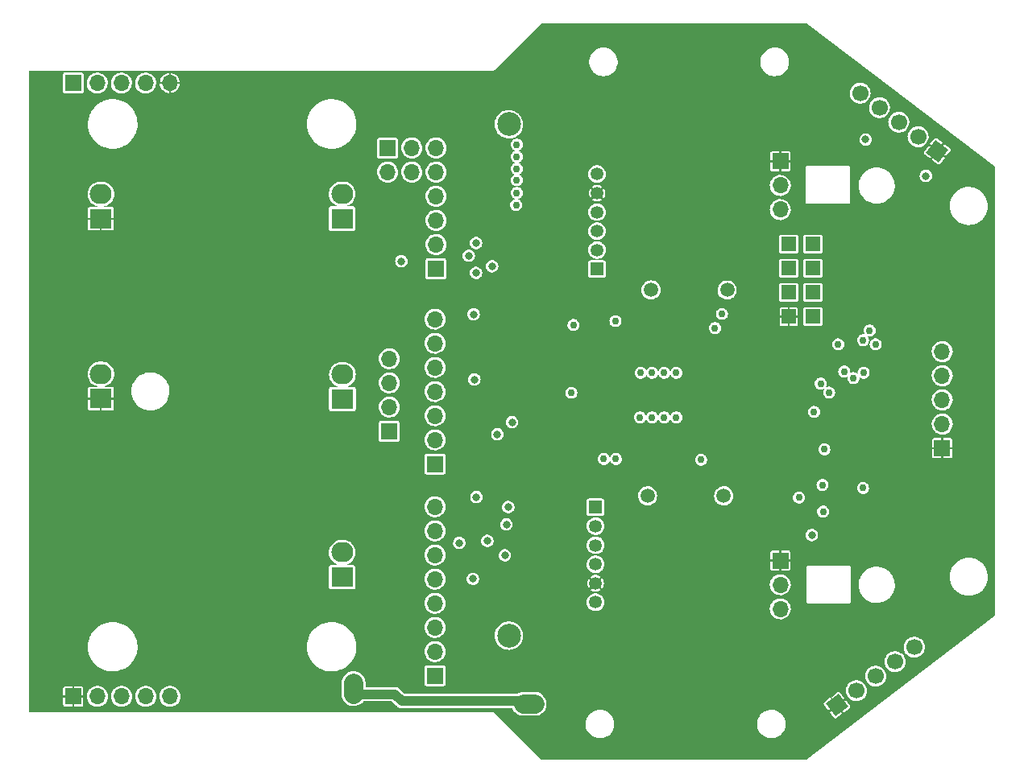
<source format=gbr>
%TF.GenerationSoftware,KiCad,Pcbnew,(6.0.7)*%
%TF.CreationDate,2022-09-18T19:12:44+05:00*%
%TF.ProjectId,minisumo_v3,6d696e69-7375-46d6-9f5f-76332e6b6963,rev?*%
%TF.SameCoordinates,Original*%
%TF.FileFunction,Copper,L3,Inr*%
%TF.FilePolarity,Positive*%
%FSLAX46Y46*%
G04 Gerber Fmt 4.6, Leading zero omitted, Abs format (unit mm)*
G04 Created by KiCad (PCBNEW (6.0.7)) date 2022-09-18 19:12:44*
%MOMM*%
%LPD*%
G01*
G04 APERTURE LIST*
G04 Aperture macros list*
%AMHorizOval*
0 Thick line with rounded ends*
0 $1 width*
0 $2 $3 position (X,Y) of the first rounded end (center of the circle)*
0 $4 $5 position (X,Y) of the second rounded end (center of the circle)*
0 Add line between two ends*
20,1,$1,$2,$3,$4,$5,0*
0 Add two circle primitives to create the rounded ends*
1,1,$1,$2,$3*
1,1,$1,$4,$5*%
%AMRotRect*
0 Rectangle, with rotation*
0 The origin of the aperture is its center*
0 $1 length*
0 $2 width*
0 $3 Rotation angle, in degrees counterclockwise*
0 Add horizontal line*
21,1,$1,$2,0,0,$3*%
G04 Aperture macros list end*
%TA.AperFunction,ComponentPad*%
%ADD10R,2.300000X2.100000*%
%TD*%
%TA.AperFunction,ComponentPad*%
%ADD11O,2.300000X2.100000*%
%TD*%
%TA.AperFunction,ComponentPad*%
%ADD12R,1.700000X1.700000*%
%TD*%
%TA.AperFunction,ComponentPad*%
%ADD13O,1.700000X1.700000*%
%TD*%
%TA.AperFunction,ComponentPad*%
%ADD14RotRect,1.700000X1.700000X127.000000*%
%TD*%
%TA.AperFunction,ComponentPad*%
%ADD15HorizOval,1.700000X0.000000X0.000000X0.000000X0.000000X0*%
%TD*%
%TA.AperFunction,ComponentPad*%
%ADD16RotRect,1.700000X1.700000X233.000000*%
%TD*%
%TA.AperFunction,ComponentPad*%
%ADD17HorizOval,1.700000X0.000000X0.000000X0.000000X0.000000X0*%
%TD*%
%TA.AperFunction,ComponentPad*%
%ADD18R,1.350000X1.350000*%
%TD*%
%TA.AperFunction,ComponentPad*%
%ADD19C,1.350000*%
%TD*%
%TA.AperFunction,ComponentPad*%
%ADD20C,1.508000*%
%TD*%
%TA.AperFunction,ComponentPad*%
%ADD21C,2.500000*%
%TD*%
%TA.AperFunction,ComponentPad*%
%ADD22R,1.508000X1.508000*%
%TD*%
%TA.AperFunction,ViaPad*%
%ADD23C,0.800000*%
%TD*%
%TA.AperFunction,ViaPad*%
%ADD24C,0.756400*%
%TD*%
%TA.AperFunction,Conductor*%
%ADD25C,1.000000*%
%TD*%
%TA.AperFunction,Conductor*%
%ADD26C,2.000000*%
%TD*%
G04 APERTURE END LIST*
D10*
%TO.N,+5V*%
%TO.C,U2*%
X130147050Y-124550000D03*
X130145050Y-86830000D03*
X130175050Y-105822000D03*
D11*
%TO.N,GND*%
X130147050Y-121958800D03*
X130145050Y-84235400D03*
X130175050Y-103230800D03*
D10*
%TO.N,+3V3*%
X104797050Y-105780000D03*
X104787050Y-86840000D03*
D11*
%TO.N,GND*%
X104787050Y-84245400D03*
X104797050Y-103185400D03*
%TD*%
D12*
%TO.N,+3V3*%
%TO.C,U15*%
X101880000Y-137110000D03*
D13*
%TO.N,SDA*%
X104420000Y-137110000D03*
%TO.N,SCL*%
X106960000Y-137110000D03*
%TO.N,unconnected-(U15-Pad4)*%
X109500000Y-137110000D03*
%TO.N,GND*%
X112040000Y-137110000D03*
%TD*%
D14*
%TO.N,+3V3*%
%TO.C,U7*%
X182154100Y-138034600D03*
D15*
%TO.N,SDA*%
X184182634Y-136505990D03*
%TO.N,SCL*%
X186211168Y-134977380D03*
%TO.N,/XS1*%
X188239703Y-133448770D03*
%TO.N,GND*%
X190268237Y-131920159D03*
%TD*%
D12*
%TO.N,IO32*%
%TO.C,JP2*%
X140000000Y-92100000D03*
D13*
%TO.N,IO15*%
X140000000Y-89560000D03*
%TO.N,IO33*%
X140000000Y-87020000D03*
%TO.N,IO27*%
X140000000Y-84480000D03*
%TO.N,IO12*%
X140000000Y-81940000D03*
%TO.N,IO13*%
X140000000Y-79400000D03*
%TD*%
D12*
%TO.N,+3V3*%
%TO.C,U10*%
X176190000Y-122810000D03*
D13*
%TO.N,GND*%
X176190000Y-127890000D03*
%TO.N,/NE*%
X176190000Y-125350000D03*
%TD*%
D16*
%TO.N,+3V3*%
%TO.C,U5*%
X192695100Y-79741600D03*
D17*
%TO.N,SDA*%
X190666566Y-78212990D03*
%TO.N,SCL*%
X188638032Y-76684380D03*
%TO.N,/XS3*%
X186609497Y-75155770D03*
%TO.N,GND*%
X184580963Y-73627159D03*
%TD*%
D18*
%TO.N,/MR1*%
%TO.C,J1*%
X156930000Y-92150000D03*
D19*
%TO.N,/MR2*%
X156930000Y-90150000D03*
%TO.N,A2*%
X156930000Y-88150000D03*
%TO.N,IO32*%
X156930000Y-86150000D03*
%TO.N,+3V3*%
X156930000Y-84150000D03*
%TO.N,GND*%
X156930000Y-82150000D03*
%TD*%
D20*
%TO.N,/ML1*%
%TO.C,M1*%
X162241100Y-116003600D03*
%TO.N,/ML2*%
X170241100Y-116003600D03*
%TD*%
D12*
%TO.N,+3V3*%
%TO.C,U6*%
X193203100Y-110983600D03*
D13*
%TO.N,SDA*%
X193203100Y-108443600D03*
%TO.N,SCL*%
X193203100Y-105903600D03*
%TO.N,/XS2*%
X193203100Y-103363600D03*
%TO.N,GND*%
X193203100Y-100823600D03*
%TD*%
D12*
%TO.N,IO16*%
%TO.C,JP1*%
X139910000Y-134920000D03*
D13*
%TO.N,IO17*%
X139910000Y-132380000D03*
%TO.N,A0*%
X139910000Y-129840000D03*
%TO.N,A1*%
X139910000Y-127300000D03*
%TO.N,A2*%
X139910000Y-124760000D03*
%TO.N,A3*%
X139910000Y-122220000D03*
%TO.N,A4*%
X139910000Y-119680000D03*
%TO.N,unconnected-(JP1-Pad8)*%
X139910000Y-117140000D03*
%TD*%
D18*
%TO.N,/ML1*%
%TO.C,J2*%
X156770000Y-117200000D03*
D19*
%TO.N,/ML2*%
X156770000Y-119200000D03*
%TO.N,A4*%
X156770000Y-121200000D03*
%TO.N,A3*%
X156770000Y-123200000D03*
%TO.N,+3V3*%
X156770000Y-125200000D03*
%TO.N,GND*%
X156770000Y-127200000D03*
%TD*%
D21*
%TO.N,N/C*%
%TO.C,U4*%
X147666100Y-76908100D03*
X147666100Y-130708100D03*
%TD*%
D20*
%TO.N,/MR1*%
%TO.C,M2*%
X170601100Y-94343600D03*
%TO.N,/MR2*%
X162601100Y-94343600D03*
%TD*%
D12*
%TO.N,/ML1*%
%TO.C,J3*%
X135100000Y-109200000D03*
D13*
%TO.N,/ML2*%
X135100000Y-106660000D03*
%TO.N,/MR1*%
X135100000Y-104120000D03*
%TO.N,/MR2*%
X135100000Y-101580000D03*
%TD*%
D22*
%TO.N,+3V3*%
%TO.C,U13*%
X177074100Y-97140600D03*
%TO.N,+5V*%
X177074100Y-94600600D03*
%TO.N,GND*%
X179614100Y-97140600D03*
%TO.N,/IO1*%
X177074100Y-92060600D03*
%TO.N,/IO2*%
X177074100Y-89520600D03*
%TO.N,/IO3*%
X179614100Y-89520600D03*
%TO.N,/IO4*%
X179614100Y-92060600D03*
%TO.N,/IO5*%
X179614100Y-94600600D03*
%TD*%
D12*
%TO.N,GND*%
%TO.C,U16*%
X101870000Y-72570000D03*
D13*
%TO.N,unconnected-(U16-Pad2)*%
X104410000Y-72570000D03*
%TO.N,SCL*%
X106950000Y-72570000D03*
%TO.N,SDA*%
X109490000Y-72570000D03*
%TO.N,+3V3*%
X112030000Y-72570000D03*
%TD*%
D12*
%TO.N,+3V3*%
%TO.C,U9*%
X176190000Y-80810000D03*
D13*
%TO.N,GND*%
X176190000Y-85890000D03*
%TO.N,/NW*%
X176190000Y-83350000D03*
%TD*%
D12*
%TO.N,GND*%
%TO.C,U14*%
X139900000Y-112650000D03*
D13*
%TO.N,unconnected-(U14-Pad2)*%
X139900000Y-110110000D03*
%TO.N,MISO*%
X139900000Y-107570000D03*
%TO.N,MOSI*%
X139900000Y-105030000D03*
%TO.N,SCK*%
X139900000Y-102490000D03*
%TO.N,unconnected-(U14-Pad6)*%
X139900000Y-99950000D03*
%TO.N,+5V*%
X139900000Y-97410000D03*
%TD*%
D12*
%TO.N,GND*%
%TO.C,U11*%
X134910000Y-79405000D03*
D13*
%TO.N,+5V*%
X137450000Y-79405000D03*
%TO.N,GND*%
X134910000Y-81945000D03*
%TO.N,+5V*%
X137450000Y-81945000D03*
%TD*%
D23*
%TO.N,IO33*%
X147410000Y-119010000D03*
%TO.N,A4*%
X143880000Y-124730000D03*
D24*
%TO.N,GND*%
X148499100Y-84123100D03*
X161453100Y-107745100D03*
X148499100Y-81583100D03*
X186218100Y-100061600D03*
X180693600Y-117651100D03*
X163993100Y-107745100D03*
X148499100Y-80313100D03*
X165263100Y-107745100D03*
X165263100Y-103046100D03*
X161516600Y-103046100D03*
X162723100Y-103046100D03*
X148435600Y-85393100D03*
X178153600Y-116190600D03*
X162723100Y-107745100D03*
X163993100Y-103046100D03*
X180820600Y-111110600D03*
X148499100Y-82789600D03*
X148499100Y-79043100D03*
%TO.N,+3V3*%
X186218100Y-110729600D03*
X148372100Y-90473100D03*
X182281100Y-105776600D03*
X154150600Y-84440600D03*
X148372100Y-91743100D03*
X148372100Y-95553100D03*
X185075100Y-119238600D03*
X154150600Y-90092100D03*
X176340000Y-119280000D03*
X148372100Y-89203100D03*
X186027600Y-117016100D03*
X148372100Y-93013100D03*
X148372100Y-94283100D03*
%TO.N,+5V*%
X182281100Y-100061600D03*
D23*
%TO.N,A3*%
X147600000Y-117180000D03*
%TO.N,IO16*%
X147240000Y-122260000D03*
D24*
%TO.N,Net-(U1-Pad1)*%
X157643100Y-112126600D03*
X179741100Y-107173600D03*
%TO.N,Net-(U1-Pad2)*%
X158913100Y-112126600D03*
X183868600Y-103617600D03*
%TO.N,Net-(U1-Pad9)*%
X167866600Y-112190100D03*
X184948100Y-103046100D03*
%TO.N,Net-(U1-Pad11)*%
X169327100Y-98347100D03*
X182916100Y-102919100D03*
%TO.N,Net-(U1-Pad12)*%
X170057350Y-96854850D03*
X184884600Y-99617100D03*
%TO.N,Net-(U1-Pad19)*%
X185583100Y-98601100D03*
X158870000Y-97620000D03*
D23*
%TO.N,A0*%
X143960000Y-96900000D03*
D24*
X154450000Y-98020000D03*
X180439600Y-104189100D03*
D23*
%TO.N,A1*%
X142450000Y-120950000D03*
%TO.N,/ML2*%
X131360000Y-135670000D03*
X149170000Y-137880000D03*
X131340000Y-136870000D03*
X150370000Y-137890000D03*
%TO.N,IO32*%
X145410000Y-120730000D03*
X143460000Y-90740000D03*
D24*
%TO.N,IO15*%
X154230000Y-105150000D03*
D23*
X144220000Y-89400000D03*
D24*
X181328600Y-105141600D03*
D23*
%TO.N,IO27*%
X144250000Y-116130000D03*
X136370000Y-91320000D03*
%TO.N,IO12*%
X146453100Y-109523100D03*
X144220000Y-92540000D03*
%TO.N,IO13*%
X145900000Y-91860000D03*
X148003100Y-108253100D03*
%TO.N,SCL*%
X179510000Y-120130000D03*
X191480000Y-82340000D03*
%TO.N,SCK*%
X144040000Y-103760000D03*
%TO.N,/XS3*%
X185160000Y-78520000D03*
D24*
%TO.N,/XS2*%
X184884600Y-115174600D03*
%TO.N,/NE*%
X180630100Y-114857100D03*
%TD*%
D25*
%TO.N,/ML2*%
X148890000Y-137600000D02*
X136430000Y-137600000D01*
X131360000Y-135670000D02*
X131340000Y-135690000D01*
D26*
X150370000Y-137890000D02*
X149180000Y-137890000D01*
D25*
X149180000Y-137890000D02*
X149170000Y-137880000D01*
X149170000Y-137880000D02*
X148890000Y-137600000D01*
D26*
X131340000Y-135690000D02*
X131340000Y-136870000D01*
D25*
X136430000Y-137600000D02*
X135700000Y-136870000D01*
X135700000Y-136870000D02*
X131340000Y-136870000D01*
%TD*%
%TA.AperFunction,Conductor*%
%TO.N,+3V3*%
G36*
X178926343Y-66261717D02*
G01*
X185940053Y-71619223D01*
X198734921Y-81392737D01*
X198749172Y-81417297D01*
X198749500Y-81422220D01*
X198749500Y-128567878D01*
X198738634Y-128594112D01*
X198734940Y-128597345D01*
X189788322Y-135439022D01*
X178926273Y-143745470D01*
X178903736Y-143753100D01*
X151120229Y-143753100D01*
X151093995Y-143742234D01*
X147460388Y-140108628D01*
X155739125Y-140108628D01*
X155776447Y-140352530D01*
X155853103Y-140587060D01*
X155967035Y-140805921D01*
X156115183Y-141003236D01*
X156116278Y-141004283D01*
X156116283Y-141004288D01*
X156292466Y-141172651D01*
X156293568Y-141173704D01*
X156294824Y-141174561D01*
X156294828Y-141174564D01*
X156496145Y-141311893D01*
X156497400Y-141312749D01*
X156498776Y-141313388D01*
X156498780Y-141313390D01*
X156703101Y-141408232D01*
X156721204Y-141416635D01*
X156958971Y-141482574D01*
X157160392Y-141504100D01*
X157303654Y-141504100D01*
X157304417Y-141504037D01*
X157304424Y-141504037D01*
X157396248Y-141496487D01*
X157487011Y-141489025D01*
X157488488Y-141488654D01*
X157488494Y-141488653D01*
X157646232Y-141449032D01*
X157726317Y-141428916D01*
X157952593Y-141330528D01*
X157999419Y-141300235D01*
X158158482Y-141197333D01*
X158158487Y-141197329D01*
X158159761Y-141196505D01*
X158342258Y-141030446D01*
X158495182Y-140836810D01*
X158614427Y-140620798D01*
X158625898Y-140588407D01*
X158696283Y-140389644D01*
X158696791Y-140388210D01*
X158697058Y-140386712D01*
X158739795Y-140146789D01*
X158739795Y-140146785D01*
X158740061Y-140145294D01*
X158740491Y-140110138D01*
X158740509Y-140108628D01*
X173739125Y-140108628D01*
X173776447Y-140352530D01*
X173853103Y-140587060D01*
X173967035Y-140805921D01*
X174115183Y-141003236D01*
X174116278Y-141004283D01*
X174116283Y-141004288D01*
X174292466Y-141172651D01*
X174293568Y-141173704D01*
X174294824Y-141174561D01*
X174294828Y-141174564D01*
X174496145Y-141311893D01*
X174497400Y-141312749D01*
X174498776Y-141313388D01*
X174498780Y-141313390D01*
X174703101Y-141408232D01*
X174721204Y-141416635D01*
X174958971Y-141482574D01*
X175160392Y-141504100D01*
X175303654Y-141504100D01*
X175304417Y-141504037D01*
X175304424Y-141504037D01*
X175396248Y-141496487D01*
X175487011Y-141489025D01*
X175488488Y-141488654D01*
X175488494Y-141488653D01*
X175646232Y-141449032D01*
X175726317Y-141428916D01*
X175952593Y-141330528D01*
X175999419Y-141300235D01*
X176158482Y-141197333D01*
X176158487Y-141197329D01*
X176159761Y-141196505D01*
X176342258Y-141030446D01*
X176495182Y-140836810D01*
X176614427Y-140620798D01*
X176625898Y-140588407D01*
X176696283Y-140389644D01*
X176696791Y-140388210D01*
X176697058Y-140386712D01*
X176739795Y-140146789D01*
X176739795Y-140146785D01*
X176740061Y-140145294D01*
X176740491Y-140110138D01*
X176743056Y-139900100D01*
X176743075Y-139898572D01*
X176705753Y-139654670D01*
X176629097Y-139420140D01*
X176620693Y-139403995D01*
X176515870Y-139202634D01*
X176515165Y-139201279D01*
X176367017Y-139003964D01*
X176365922Y-139002917D01*
X176365917Y-139002912D01*
X176189734Y-138834549D01*
X176189733Y-138834548D01*
X176188632Y-138833496D01*
X176187376Y-138832639D01*
X176187372Y-138832636D01*
X176065055Y-138749197D01*
X181377547Y-138749197D01*
X181378962Y-138754666D01*
X181836056Y-139361250D01*
X181838515Y-139363922D01*
X181879340Y-139400361D01*
X181885510Y-139403995D01*
X181954634Y-139428135D01*
X181961730Y-139429132D01*
X182034825Y-139424981D01*
X182041762Y-139423187D01*
X182091045Y-139399417D01*
X182094151Y-139397523D01*
X182700734Y-138940428D01*
X182703601Y-138935562D01*
X182702186Y-138930093D01*
X182138623Y-138182220D01*
X182133757Y-138179353D01*
X182128288Y-138180768D01*
X181380414Y-138744331D01*
X181377547Y-138749197D01*
X176065055Y-138749197D01*
X175986055Y-138695307D01*
X175986054Y-138695306D01*
X175984800Y-138694451D01*
X175983424Y-138693812D01*
X175983420Y-138693810D01*
X175762379Y-138591207D01*
X175760996Y-138590565D01*
X175523229Y-138524626D01*
X175321808Y-138503100D01*
X175178546Y-138503100D01*
X175177783Y-138503163D01*
X175177776Y-138503163D01*
X175085952Y-138510713D01*
X174995189Y-138518175D01*
X174993712Y-138518546D01*
X174993706Y-138518547D01*
X174835968Y-138558168D01*
X174755883Y-138578284D01*
X174529607Y-138676672D01*
X174528332Y-138677497D01*
X174323718Y-138809867D01*
X174323713Y-138809871D01*
X174322439Y-138810695D01*
X174139942Y-138976754D01*
X173987018Y-139170390D01*
X173867773Y-139386402D01*
X173867265Y-139387837D01*
X173867263Y-139387841D01*
X173852641Y-139429132D01*
X173785409Y-139618990D01*
X173785143Y-139620486D01*
X173785142Y-139620488D01*
X173779312Y-139653221D01*
X173742139Y-139861906D01*
X173742121Y-139863420D01*
X173742120Y-139863425D01*
X173741691Y-139898572D01*
X173739125Y-140108628D01*
X158740509Y-140108628D01*
X158743056Y-139900100D01*
X158743075Y-139898572D01*
X158705753Y-139654670D01*
X158629097Y-139420140D01*
X158620693Y-139403995D01*
X158515870Y-139202634D01*
X158515165Y-139201279D01*
X158367017Y-139003964D01*
X158365922Y-139002917D01*
X158365917Y-139002912D01*
X158189734Y-138834549D01*
X158189733Y-138834548D01*
X158188632Y-138833496D01*
X158187376Y-138832639D01*
X158187372Y-138832636D01*
X157986055Y-138695307D01*
X157986054Y-138695306D01*
X157984800Y-138694451D01*
X157983424Y-138693812D01*
X157983420Y-138693810D01*
X157762379Y-138591207D01*
X157760996Y-138590565D01*
X157523229Y-138524626D01*
X157321808Y-138503100D01*
X157178546Y-138503100D01*
X157177783Y-138503163D01*
X157177776Y-138503163D01*
X157085952Y-138510713D01*
X156995189Y-138518175D01*
X156993712Y-138518546D01*
X156993706Y-138518547D01*
X156835968Y-138558168D01*
X156755883Y-138578284D01*
X156529607Y-138676672D01*
X156528332Y-138677497D01*
X156323718Y-138809867D01*
X156323713Y-138809871D01*
X156322439Y-138810695D01*
X156139942Y-138976754D01*
X155987018Y-139170390D01*
X155867773Y-139386402D01*
X155867265Y-139387837D01*
X155867263Y-139387841D01*
X155852641Y-139429132D01*
X155785409Y-139618990D01*
X155785143Y-139620486D01*
X155785142Y-139620488D01*
X155779312Y-139653221D01*
X155742139Y-139861906D01*
X155742121Y-139863420D01*
X155742120Y-139863425D01*
X155741691Y-139898572D01*
X155739125Y-140108628D01*
X147460388Y-140108628D01*
X146198261Y-138846501D01*
X146193647Y-138840878D01*
X146183733Y-138826040D01*
X146181701Y-138822999D01*
X146128636Y-138787543D01*
X146098841Y-138767634D01*
X146095259Y-138766922D01*
X146095258Y-138766921D01*
X146025774Y-138753100D01*
X146001100Y-138748192D01*
X145997516Y-138748905D01*
X145997515Y-138748905D01*
X145980010Y-138752387D01*
X145972772Y-138753100D01*
X97288700Y-138753100D01*
X97262466Y-138742234D01*
X97251600Y-138716000D01*
X97251600Y-137978111D01*
X100827601Y-137978111D01*
X100827957Y-137981719D01*
X100838631Y-138035385D01*
X100841375Y-138042012D01*
X100882046Y-138102881D01*
X100887119Y-138107954D01*
X100947991Y-138148627D01*
X100954611Y-138151369D01*
X101008282Y-138162045D01*
X101011887Y-138162400D01*
X101771421Y-138162400D01*
X101776639Y-138160239D01*
X101778800Y-138155021D01*
X101778800Y-138155020D01*
X101981200Y-138155020D01*
X101983361Y-138160238D01*
X101988579Y-138162399D01*
X102748111Y-138162399D01*
X102751719Y-138162043D01*
X102805385Y-138151369D01*
X102812012Y-138148625D01*
X102872881Y-138107954D01*
X102877954Y-138102881D01*
X102918627Y-138042009D01*
X102921369Y-138035389D01*
X102932045Y-137981718D01*
X102932400Y-137978113D01*
X102932400Y-137218579D01*
X102930239Y-137213361D01*
X102925021Y-137211200D01*
X101988579Y-137211200D01*
X101983361Y-137213361D01*
X101981200Y-137218579D01*
X101981200Y-138155020D01*
X101778800Y-138155020D01*
X101778800Y-137218579D01*
X101776639Y-137213361D01*
X101771421Y-137211200D01*
X100834980Y-137211200D01*
X100829762Y-137213361D01*
X100827601Y-137218579D01*
X100827601Y-137978111D01*
X97251600Y-137978111D01*
X97251600Y-137081069D01*
X103315164Y-137081069D01*
X103328392Y-137282894D01*
X103328810Y-137284540D01*
X103377517Y-137476325D01*
X103378178Y-137478928D01*
X103378892Y-137480476D01*
X103378892Y-137480477D01*
X103449037Y-137632631D01*
X103462856Y-137662607D01*
X103463838Y-137663996D01*
X103463840Y-137664000D01*
X103500983Y-137716556D01*
X103579588Y-137827780D01*
X103580807Y-137828968D01*
X103580810Y-137828971D01*
X103723251Y-137967730D01*
X103723255Y-137967733D01*
X103724466Y-137968913D01*
X103725876Y-137969855D01*
X103725877Y-137969856D01*
X103743630Y-137981718D01*
X103892637Y-138081282D01*
X103894197Y-138081952D01*
X103894202Y-138081955D01*
X103994240Y-138124934D01*
X104078470Y-138161122D01*
X104080126Y-138161497D01*
X104080127Y-138161497D01*
X104274076Y-138205384D01*
X104274082Y-138205385D01*
X104275740Y-138205760D01*
X104477842Y-138213700D01*
X104479525Y-138213456D01*
X104676320Y-138184923D01*
X104676324Y-138184922D01*
X104678007Y-138184678D01*
X104869531Y-138119664D01*
X104874796Y-138116716D01*
X104936866Y-138081955D01*
X105046001Y-138020837D01*
X105201505Y-137891505D01*
X105330837Y-137736001D01*
X105429664Y-137559531D01*
X105494678Y-137368007D01*
X105494992Y-137365846D01*
X105523543Y-137168927D01*
X105523543Y-137168922D01*
X105523700Y-137167842D01*
X105525215Y-137110000D01*
X105522557Y-137081069D01*
X105855164Y-137081069D01*
X105868392Y-137282894D01*
X105868810Y-137284540D01*
X105917517Y-137476325D01*
X105918178Y-137478928D01*
X105918892Y-137480476D01*
X105918892Y-137480477D01*
X105989037Y-137632631D01*
X106002856Y-137662607D01*
X106003838Y-137663996D01*
X106003840Y-137664000D01*
X106040983Y-137716556D01*
X106119588Y-137827780D01*
X106120807Y-137828968D01*
X106120810Y-137828971D01*
X106263251Y-137967730D01*
X106263255Y-137967733D01*
X106264466Y-137968913D01*
X106265876Y-137969855D01*
X106265877Y-137969856D01*
X106283630Y-137981718D01*
X106432637Y-138081282D01*
X106434197Y-138081952D01*
X106434202Y-138081955D01*
X106534240Y-138124934D01*
X106618470Y-138161122D01*
X106620126Y-138161497D01*
X106620127Y-138161497D01*
X106814076Y-138205384D01*
X106814082Y-138205385D01*
X106815740Y-138205760D01*
X107017842Y-138213700D01*
X107019525Y-138213456D01*
X107216320Y-138184923D01*
X107216324Y-138184922D01*
X107218007Y-138184678D01*
X107409531Y-138119664D01*
X107414796Y-138116716D01*
X107476866Y-138081955D01*
X107586001Y-138020837D01*
X107741505Y-137891505D01*
X107870837Y-137736001D01*
X107969664Y-137559531D01*
X108034678Y-137368007D01*
X108034992Y-137365846D01*
X108063543Y-137168927D01*
X108063543Y-137168922D01*
X108063700Y-137167842D01*
X108065215Y-137110000D01*
X108062557Y-137081069D01*
X108395164Y-137081069D01*
X108408392Y-137282894D01*
X108408810Y-137284540D01*
X108457517Y-137476325D01*
X108458178Y-137478928D01*
X108458892Y-137480476D01*
X108458892Y-137480477D01*
X108529037Y-137632631D01*
X108542856Y-137662607D01*
X108543838Y-137663996D01*
X108543840Y-137664000D01*
X108580983Y-137716556D01*
X108659588Y-137827780D01*
X108660807Y-137828968D01*
X108660810Y-137828971D01*
X108803251Y-137967730D01*
X108803255Y-137967733D01*
X108804466Y-137968913D01*
X108805876Y-137969855D01*
X108805877Y-137969856D01*
X108823630Y-137981718D01*
X108972637Y-138081282D01*
X108974197Y-138081952D01*
X108974202Y-138081955D01*
X109074240Y-138124934D01*
X109158470Y-138161122D01*
X109160126Y-138161497D01*
X109160127Y-138161497D01*
X109354076Y-138205384D01*
X109354082Y-138205385D01*
X109355740Y-138205760D01*
X109557842Y-138213700D01*
X109559525Y-138213456D01*
X109756320Y-138184923D01*
X109756324Y-138184922D01*
X109758007Y-138184678D01*
X109949531Y-138119664D01*
X109954796Y-138116716D01*
X110016866Y-138081955D01*
X110126001Y-138020837D01*
X110281505Y-137891505D01*
X110410837Y-137736001D01*
X110509664Y-137559531D01*
X110574678Y-137368007D01*
X110574992Y-137365846D01*
X110603543Y-137168927D01*
X110603543Y-137168922D01*
X110603700Y-137167842D01*
X110605215Y-137110000D01*
X110602557Y-137081069D01*
X110935164Y-137081069D01*
X110948392Y-137282894D01*
X110948810Y-137284540D01*
X110997517Y-137476325D01*
X110998178Y-137478928D01*
X110998892Y-137480476D01*
X110998892Y-137480477D01*
X111069037Y-137632631D01*
X111082856Y-137662607D01*
X111083838Y-137663996D01*
X111083840Y-137664000D01*
X111120983Y-137716556D01*
X111199588Y-137827780D01*
X111200807Y-137828968D01*
X111200810Y-137828971D01*
X111343251Y-137967730D01*
X111343255Y-137967733D01*
X111344466Y-137968913D01*
X111345876Y-137969855D01*
X111345877Y-137969856D01*
X111363630Y-137981718D01*
X111512637Y-138081282D01*
X111514197Y-138081952D01*
X111514202Y-138081955D01*
X111614240Y-138124934D01*
X111698470Y-138161122D01*
X111700126Y-138161497D01*
X111700127Y-138161497D01*
X111894076Y-138205384D01*
X111894082Y-138205385D01*
X111895740Y-138205760D01*
X112097842Y-138213700D01*
X112099525Y-138213456D01*
X112296320Y-138184923D01*
X112296324Y-138184922D01*
X112298007Y-138184678D01*
X112489531Y-138119664D01*
X112494796Y-138116716D01*
X112556866Y-138081955D01*
X112666001Y-138020837D01*
X112821505Y-137891505D01*
X112950837Y-137736001D01*
X113049664Y-137559531D01*
X113114678Y-137368007D01*
X113114992Y-137365846D01*
X113143543Y-137168927D01*
X113143543Y-137168922D01*
X113143700Y-137167842D01*
X113145215Y-137110000D01*
X113140350Y-137057049D01*
X113128366Y-136926630D01*
X130089500Y-136926630D01*
X130104289Y-137092339D01*
X130163192Y-137307651D01*
X130163901Y-137309138D01*
X130163902Y-137309140D01*
X130187601Y-137358826D01*
X130259292Y-137509129D01*
X130260256Y-137510470D01*
X130260258Y-137510474D01*
X130296572Y-137561010D01*
X130389552Y-137690405D01*
X130390736Y-137691552D01*
X130390740Y-137691557D01*
X130548667Y-137844599D01*
X130549854Y-137845749D01*
X130735132Y-137970250D01*
X130939529Y-138059974D01*
X131156585Y-138112085D01*
X131379438Y-138124934D01*
X131381082Y-138124735D01*
X131381085Y-138124735D01*
X131561676Y-138102881D01*
X131601044Y-138098117D01*
X131602621Y-138097632D01*
X131602625Y-138097631D01*
X131812824Y-138032966D01*
X131812826Y-138032965D01*
X131814400Y-138032481D01*
X132012759Y-137930099D01*
X132144552Y-137828971D01*
X132188542Y-137795217D01*
X132188544Y-137795215D01*
X132189854Y-137794210D01*
X132336880Y-137632631D01*
X132364319Y-137620500D01*
X135373765Y-137620500D01*
X135399999Y-137631366D01*
X135857082Y-138088450D01*
X135860729Y-138092693D01*
X135877383Y-138115324D01*
X135888582Y-138124838D01*
X135919926Y-138151467D01*
X135922139Y-138153507D01*
X135930303Y-138161671D01*
X135931139Y-138162332D01*
X135931143Y-138162336D01*
X135931223Y-138162399D01*
X135952653Y-138179353D01*
X135953555Y-138180067D01*
X135954551Y-138180883D01*
X136010755Y-138228632D01*
X136019293Y-138232992D01*
X136025430Y-138236932D01*
X136032949Y-138242881D01*
X136034908Y-138243796D01*
X136034907Y-138243796D01*
X136099744Y-138274099D01*
X136100908Y-138274667D01*
X136166616Y-138308219D01*
X136168711Y-138308732D01*
X136168712Y-138308732D01*
X136171279Y-138309360D01*
X136175925Y-138310497D01*
X136182817Y-138312924D01*
X136189534Y-138316064D01*
X136189538Y-138316065D01*
X136191493Y-138316979D01*
X136263725Y-138332004D01*
X136264947Y-138332280D01*
X136307358Y-138342658D01*
X136335003Y-138349423D01*
X136335006Y-138349423D01*
X136336606Y-138349815D01*
X136347648Y-138350500D01*
X136348833Y-138350500D01*
X136356381Y-138351276D01*
X136362831Y-138352618D01*
X136364986Y-138352560D01*
X136364989Y-138352560D01*
X136440583Y-138350514D01*
X136441587Y-138350500D01*
X147987743Y-138350500D01*
X148013977Y-138361366D01*
X148020710Y-138370583D01*
X148119901Y-138562759D01*
X148255790Y-138739854D01*
X148420893Y-138890086D01*
X148422293Y-138890964D01*
X148422294Y-138890965D01*
X148608593Y-139007831D01*
X148608596Y-139007832D01*
X148609990Y-139008707D01*
X148817105Y-139091966D01*
X149035690Y-139137233D01*
X149037053Y-139137312D01*
X149037056Y-139137312D01*
X149060081Y-139138639D01*
X149092349Y-139140500D01*
X150426630Y-139140500D01*
X150427446Y-139140427D01*
X150427450Y-139140427D01*
X150512423Y-139132843D01*
X150592339Y-139125711D01*
X150807651Y-139066808D01*
X151009129Y-138970708D01*
X151010470Y-138969744D01*
X151010474Y-138969742D01*
X151189062Y-138841413D01*
X151190405Y-138840448D01*
X151191552Y-138839264D01*
X151191557Y-138839260D01*
X151344599Y-138681333D01*
X151344600Y-138681331D01*
X151345749Y-138680146D01*
X151470250Y-138494868D01*
X151559974Y-138290471D01*
X151612085Y-138073415D01*
X151624934Y-137850562D01*
X151624213Y-137844599D01*
X151623926Y-137842230D01*
X180759568Y-137842230D01*
X180763719Y-137915325D01*
X180765513Y-137922262D01*
X180789283Y-137971545D01*
X180791177Y-137974651D01*
X181248272Y-138581234D01*
X181253138Y-138584101D01*
X181258607Y-138582686D01*
X181958945Y-138054943D01*
X182298853Y-138054943D01*
X182300268Y-138060412D01*
X182863831Y-138808286D01*
X182868697Y-138811153D01*
X182874166Y-138809738D01*
X183480750Y-138352644D01*
X183483422Y-138350185D01*
X183519861Y-138309360D01*
X183523495Y-138303190D01*
X183547635Y-138234066D01*
X183548632Y-138226970D01*
X183544481Y-138153875D01*
X183542687Y-138146938D01*
X183518917Y-138097655D01*
X183517023Y-138094549D01*
X183059928Y-137487966D01*
X183055062Y-137485099D01*
X183049593Y-137486514D01*
X182301720Y-138050077D01*
X182298853Y-138054943D01*
X181958945Y-138054943D01*
X182006480Y-138019123D01*
X182009347Y-138014257D01*
X182007932Y-138008788D01*
X181444369Y-137260914D01*
X181439503Y-137258047D01*
X181434034Y-137259462D01*
X180827450Y-137716556D01*
X180824778Y-137719015D01*
X180788339Y-137759840D01*
X180784705Y-137766010D01*
X180760565Y-137835134D01*
X180759568Y-137842230D01*
X151623926Y-137842230D01*
X151598316Y-137630601D01*
X151598117Y-137628956D01*
X151592170Y-137609623D01*
X151532966Y-137417176D01*
X151532965Y-137417174D01*
X151532481Y-137415600D01*
X151430099Y-137217241D01*
X151365949Y-137133638D01*
X181604599Y-137133638D01*
X181606014Y-137139107D01*
X182169577Y-137886980D01*
X182174443Y-137889847D01*
X182179912Y-137888432D01*
X182927786Y-137324869D01*
X182930653Y-137320003D01*
X182929238Y-137314534D01*
X182472144Y-136707950D01*
X182469685Y-136705278D01*
X182428860Y-136668839D01*
X182422690Y-136665205D01*
X182353566Y-136641065D01*
X182346470Y-136640068D01*
X182273375Y-136644219D01*
X182266438Y-136646013D01*
X182217155Y-136669783D01*
X182214049Y-136671677D01*
X181607466Y-137128772D01*
X181604599Y-137133638D01*
X151365949Y-137133638D01*
X151294210Y-137040146D01*
X151129107Y-136889914D01*
X151127706Y-136889035D01*
X150941407Y-136772169D01*
X150941404Y-136772168D01*
X150940010Y-136771293D01*
X150732895Y-136688034D01*
X150529984Y-136646013D01*
X150515648Y-136643044D01*
X150515647Y-136643044D01*
X150514310Y-136642767D01*
X150512947Y-136642688D01*
X150512944Y-136642688D01*
X150489919Y-136641361D01*
X150457651Y-136639500D01*
X149123370Y-136639500D01*
X149122554Y-136639573D01*
X149122550Y-136639573D01*
X149037577Y-136647157D01*
X148957661Y-136654289D01*
X148742349Y-136713192D01*
X148540871Y-136809292D01*
X148494617Y-136842529D01*
X148472970Y-136849500D01*
X136756235Y-136849500D01*
X136730001Y-136838634D01*
X136368426Y-136477059D01*
X183077798Y-136477059D01*
X183081533Y-136534051D01*
X183090554Y-136671677D01*
X183091026Y-136678884D01*
X183140812Y-136874918D01*
X183141526Y-136876466D01*
X183141526Y-136876467D01*
X183217589Y-137041458D01*
X183225490Y-137058597D01*
X183226472Y-137059986D01*
X183226474Y-137059990D01*
X183248171Y-137090690D01*
X183342222Y-137223770D01*
X183343441Y-137224958D01*
X183343444Y-137224961D01*
X183485885Y-137363720D01*
X183485889Y-137363723D01*
X183487100Y-137364903D01*
X183488510Y-137365845D01*
X183488511Y-137365846D01*
X183491745Y-137368007D01*
X183655271Y-137477272D01*
X183656831Y-137477942D01*
X183656836Y-137477945D01*
X183774778Y-137528616D01*
X183841104Y-137557112D01*
X183842760Y-137557487D01*
X183842761Y-137557487D01*
X184036710Y-137601374D01*
X184036716Y-137601375D01*
X184038374Y-137601750D01*
X184240476Y-137609690D01*
X184242159Y-137609446D01*
X184438954Y-137580913D01*
X184438958Y-137580912D01*
X184440641Y-137580668D01*
X184632165Y-137515654D01*
X184643817Y-137509129D01*
X184694979Y-137480477D01*
X184808635Y-137416827D01*
X184964139Y-137287495D01*
X185093471Y-137131991D01*
X185192298Y-136955521D01*
X185257312Y-136763997D01*
X185264576Y-136713902D01*
X185286177Y-136564917D01*
X185286177Y-136564912D01*
X185286334Y-136563832D01*
X185287849Y-136505990D01*
X185270624Y-136318527D01*
X185269498Y-136306278D01*
X185269498Y-136306277D01*
X185269342Y-136304581D01*
X185214441Y-136109916D01*
X185135876Y-135950601D01*
X185125737Y-135930041D01*
X185125735Y-135930037D01*
X185124985Y-135928517D01*
X185123973Y-135927161D01*
X185123970Y-135927157D01*
X185004986Y-135767819D01*
X185003969Y-135766457D01*
X184855446Y-135629164D01*
X184828009Y-135611852D01*
X184685830Y-135522144D01*
X184684391Y-135521236D01*
X184682817Y-135520608D01*
X184682815Y-135520607D01*
X184498112Y-135446918D01*
X184498109Y-135446917D01*
X184496532Y-135446288D01*
X184298160Y-135406829D01*
X184199145Y-135405533D01*
X184097625Y-135404204D01*
X184097622Y-135404204D01*
X184095920Y-135404182D01*
X184094238Y-135404471D01*
X183898258Y-135438146D01*
X183898256Y-135438147D01*
X183896583Y-135438434D01*
X183782197Y-135480633D01*
X183708423Y-135507850D01*
X183708421Y-135507851D01*
X183706827Y-135508439D01*
X183533005Y-135611852D01*
X183531729Y-135612971D01*
X183511941Y-135630325D01*
X183380939Y-135745210D01*
X183255723Y-135904047D01*
X183254931Y-135905553D01*
X183254930Y-135905554D01*
X183232748Y-135947715D01*
X183161548Y-136083043D01*
X183161044Y-136084666D01*
X183161042Y-136084671D01*
X183102076Y-136274575D01*
X183102075Y-136274580D01*
X183101571Y-136276203D01*
X183101371Y-136277893D01*
X183089337Y-136379570D01*
X183077798Y-136477059D01*
X136368426Y-136477059D01*
X136272920Y-136381553D01*
X136269273Y-136377309D01*
X136253892Y-136356408D01*
X136253890Y-136356406D01*
X136252617Y-136354676D01*
X136210067Y-136318527D01*
X136207854Y-136316487D01*
X136199697Y-136308330D01*
X136198861Y-136307669D01*
X136198857Y-136307665D01*
X136176459Y-136289945D01*
X136175457Y-136289124D01*
X136119245Y-136241368D01*
X136110707Y-136237009D01*
X136104563Y-136233063D01*
X136103551Y-136232262D01*
X136097051Y-136227119D01*
X136030256Y-136195901D01*
X136029092Y-136195333D01*
X135995129Y-136177991D01*
X135963384Y-136161781D01*
X135961289Y-136161268D01*
X135961288Y-136161268D01*
X135958409Y-136160564D01*
X135954075Y-136159503D01*
X135947183Y-136157076D01*
X135940466Y-136153936D01*
X135940462Y-136153935D01*
X135938507Y-136153021D01*
X135866275Y-136137996D01*
X135865053Y-136137720D01*
X135822642Y-136127342D01*
X135794997Y-136120577D01*
X135794994Y-136120577D01*
X135793394Y-136120185D01*
X135782352Y-136119500D01*
X135781167Y-136119500D01*
X135773619Y-136118724D01*
X135767169Y-136117382D01*
X135765014Y-136117440D01*
X135765011Y-136117440D01*
X135689417Y-136119486D01*
X135688413Y-136119500D01*
X132627600Y-136119500D01*
X132601366Y-136108634D01*
X132590500Y-136082400D01*
X132590500Y-135794674D01*
X138809500Y-135794674D01*
X138809855Y-135796458D01*
X138809855Y-135796459D01*
X138817779Y-135836293D01*
X138824034Y-135867740D01*
X138826063Y-135870776D01*
X138826063Y-135870777D01*
X138847399Y-135902709D01*
X138879399Y-135950601D01*
X138882440Y-135952633D01*
X138933941Y-135987044D01*
X138962260Y-136005966D01*
X138965842Y-136006678D01*
X138965843Y-136006679D01*
X139033541Y-136020145D01*
X139035326Y-136020500D01*
X140784674Y-136020500D01*
X140786459Y-136020145D01*
X140854157Y-136006679D01*
X140854158Y-136006678D01*
X140857740Y-136005966D01*
X140886060Y-135987044D01*
X140937560Y-135952633D01*
X140940601Y-135950601D01*
X140972601Y-135902709D01*
X140993937Y-135870777D01*
X140993937Y-135870776D01*
X140995966Y-135867740D01*
X141002222Y-135836293D01*
X141010145Y-135796459D01*
X141010145Y-135796458D01*
X141010500Y-135794674D01*
X141010500Y-134948449D01*
X185106332Y-134948449D01*
X185106443Y-134950140D01*
X185117484Y-135118593D01*
X185119560Y-135150274D01*
X185169346Y-135346308D01*
X185170060Y-135347856D01*
X185170060Y-135347857D01*
X185249990Y-135521236D01*
X185254024Y-135529987D01*
X185255006Y-135531376D01*
X185255008Y-135531380D01*
X185266087Y-135547056D01*
X185370756Y-135695160D01*
X185371975Y-135696348D01*
X185371978Y-135696351D01*
X185514419Y-135835110D01*
X185514423Y-135835113D01*
X185515634Y-135836293D01*
X185517044Y-135837235D01*
X185517045Y-135837236D01*
X185591719Y-135887132D01*
X185683805Y-135948662D01*
X185685365Y-135949332D01*
X185685370Y-135949335D01*
X185803312Y-136000006D01*
X185869638Y-136028502D01*
X185871294Y-136028877D01*
X185871295Y-136028877D01*
X186065244Y-136072764D01*
X186065250Y-136072765D01*
X186066908Y-136073140D01*
X186269010Y-136081080D01*
X186270693Y-136080836D01*
X186467488Y-136052303D01*
X186467492Y-136052302D01*
X186469175Y-136052058D01*
X186660699Y-135987044D01*
X186837169Y-135888217D01*
X186992673Y-135758885D01*
X187122005Y-135603381D01*
X187209628Y-135446918D01*
X187220004Y-135428390D01*
X187220005Y-135428388D01*
X187220832Y-135426911D01*
X187285846Y-135235387D01*
X187302578Y-135119990D01*
X187314711Y-135036307D01*
X187314711Y-135036302D01*
X187314868Y-135035222D01*
X187316383Y-134977380D01*
X187312112Y-134930893D01*
X187298032Y-134777668D01*
X187298032Y-134777667D01*
X187297876Y-134775971D01*
X187242975Y-134581306D01*
X187170905Y-134435162D01*
X187154271Y-134401431D01*
X187154269Y-134401427D01*
X187153519Y-134399907D01*
X187152507Y-134398551D01*
X187152504Y-134398547D01*
X187033520Y-134239209D01*
X187032503Y-134237847D01*
X186883980Y-134100554D01*
X186856543Y-134083242D01*
X186714364Y-133993534D01*
X186712925Y-133992626D01*
X186711351Y-133991998D01*
X186711349Y-133991997D01*
X186526646Y-133918308D01*
X186526643Y-133918307D01*
X186525066Y-133917678D01*
X186326694Y-133878219D01*
X186227679Y-133876923D01*
X186126159Y-133875594D01*
X186126156Y-133875594D01*
X186124454Y-133875572D01*
X186122772Y-133875861D01*
X185926792Y-133909536D01*
X185926790Y-133909537D01*
X185925117Y-133909824D01*
X185810731Y-133952023D01*
X185736957Y-133979240D01*
X185736955Y-133979241D01*
X185735361Y-133979829D01*
X185561539Y-134083242D01*
X185560263Y-134084361D01*
X185540475Y-134101715D01*
X185409473Y-134216600D01*
X185284257Y-134375437D01*
X185283465Y-134376943D01*
X185283464Y-134376944D01*
X185269621Y-134403256D01*
X185190082Y-134554433D01*
X185189578Y-134556056D01*
X185189576Y-134556061D01*
X185130610Y-134745965D01*
X185130609Y-134745970D01*
X185130105Y-134747593D01*
X185129905Y-134749283D01*
X185108555Y-134929670D01*
X185106332Y-134948449D01*
X141010500Y-134948449D01*
X141010500Y-134045326D01*
X141010145Y-134043541D01*
X140996679Y-133975843D01*
X140996678Y-133975842D01*
X140995966Y-133972260D01*
X140940601Y-133889399D01*
X140857740Y-133834034D01*
X140854158Y-133833322D01*
X140854157Y-133833321D01*
X140786459Y-133819855D01*
X140786458Y-133819855D01*
X140784674Y-133819500D01*
X139035326Y-133819500D01*
X139033542Y-133819855D01*
X139033541Y-133819855D01*
X138965843Y-133833321D01*
X138965842Y-133833322D01*
X138962260Y-133834034D01*
X138879399Y-133889399D01*
X138824034Y-133972260D01*
X138823322Y-133975842D01*
X138823321Y-133975843D01*
X138809855Y-134043541D01*
X138809500Y-134045326D01*
X138809500Y-135794674D01*
X132590500Y-135794674D01*
X132590500Y-135633370D01*
X132588680Y-135612971D01*
X132575858Y-135469310D01*
X132575711Y-135467661D01*
X132516808Y-135252349D01*
X132509488Y-135237001D01*
X132468121Y-135150274D01*
X132420708Y-135050871D01*
X132367900Y-134977380D01*
X132291413Y-134870938D01*
X132290448Y-134869595D01*
X132289264Y-134868448D01*
X132289260Y-134868443D01*
X132131333Y-134715401D01*
X132131331Y-134715400D01*
X132130146Y-134714251D01*
X131944868Y-134589750D01*
X131740471Y-134500026D01*
X131523415Y-134447915D01*
X131300562Y-134435066D01*
X131298918Y-134435265D01*
X131298915Y-134435265D01*
X131118687Y-134457075D01*
X131078956Y-134461883D01*
X131077379Y-134462368D01*
X131077375Y-134462369D01*
X130867176Y-134527034D01*
X130867174Y-134527035D01*
X130865600Y-134527519D01*
X130667241Y-134629901D01*
X130558511Y-134713332D01*
X130515983Y-134745965D01*
X130490146Y-134765790D01*
X130339914Y-134930893D01*
X130339036Y-134932293D01*
X130339035Y-134932294D01*
X130263716Y-135052363D01*
X130221293Y-135119990D01*
X130138034Y-135327105D01*
X130114979Y-135438434D01*
X130096340Y-135528439D01*
X130092767Y-135545690D01*
X130089500Y-135602349D01*
X130089500Y-136926630D01*
X113128366Y-136926630D01*
X113126864Y-136910288D01*
X113126864Y-136910287D01*
X113126708Y-136908591D01*
X113071807Y-136713926D01*
X112997789Y-136563832D01*
X112983103Y-136534051D01*
X112983101Y-136534047D01*
X112982351Y-136532527D01*
X112981339Y-136531171D01*
X112981336Y-136531167D01*
X112862352Y-136371829D01*
X112861335Y-136370467D01*
X112712812Y-136233174D01*
X112705340Y-136228459D01*
X112543196Y-136126154D01*
X112541757Y-136125246D01*
X112540183Y-136124618D01*
X112540181Y-136124617D01*
X112355478Y-136050928D01*
X112355475Y-136050927D01*
X112353898Y-136050298D01*
X112155526Y-136010839D01*
X112056511Y-136009543D01*
X111954991Y-136008214D01*
X111954988Y-136008214D01*
X111953286Y-136008192D01*
X111951604Y-136008481D01*
X111755624Y-136042156D01*
X111755622Y-136042157D01*
X111753949Y-136042444D01*
X111670744Y-136073140D01*
X111565789Y-136111860D01*
X111565787Y-136111861D01*
X111564193Y-136112449D01*
X111390371Y-136215862D01*
X111389095Y-136216981D01*
X111285690Y-136307665D01*
X111238305Y-136349220D01*
X111113089Y-136508057D01*
X111018914Y-136687053D01*
X111018410Y-136688676D01*
X111018408Y-136688681D01*
X110959442Y-136878585D01*
X110959441Y-136878590D01*
X110958937Y-136880213D01*
X110958737Y-136881903D01*
X110937824Y-137058597D01*
X110935164Y-137081069D01*
X110602557Y-137081069D01*
X110600350Y-137057049D01*
X110586864Y-136910288D01*
X110586864Y-136910287D01*
X110586708Y-136908591D01*
X110531807Y-136713926D01*
X110457789Y-136563832D01*
X110443103Y-136534051D01*
X110443101Y-136534047D01*
X110442351Y-136532527D01*
X110441339Y-136531171D01*
X110441336Y-136531167D01*
X110322352Y-136371829D01*
X110321335Y-136370467D01*
X110172812Y-136233174D01*
X110165340Y-136228459D01*
X110003196Y-136126154D01*
X110001757Y-136125246D01*
X110000183Y-136124618D01*
X110000181Y-136124617D01*
X109815478Y-136050928D01*
X109815475Y-136050927D01*
X109813898Y-136050298D01*
X109615526Y-136010839D01*
X109516511Y-136009543D01*
X109414991Y-136008214D01*
X109414988Y-136008214D01*
X109413286Y-136008192D01*
X109411604Y-136008481D01*
X109215624Y-136042156D01*
X109215622Y-136042157D01*
X109213949Y-136042444D01*
X109130744Y-136073140D01*
X109025789Y-136111860D01*
X109025787Y-136111861D01*
X109024193Y-136112449D01*
X108850371Y-136215862D01*
X108849095Y-136216981D01*
X108745690Y-136307665D01*
X108698305Y-136349220D01*
X108573089Y-136508057D01*
X108478914Y-136687053D01*
X108478410Y-136688676D01*
X108478408Y-136688681D01*
X108419442Y-136878585D01*
X108419441Y-136878590D01*
X108418937Y-136880213D01*
X108418737Y-136881903D01*
X108397824Y-137058597D01*
X108395164Y-137081069D01*
X108062557Y-137081069D01*
X108060350Y-137057049D01*
X108046864Y-136910288D01*
X108046864Y-136910287D01*
X108046708Y-136908591D01*
X107991807Y-136713926D01*
X107917789Y-136563832D01*
X107903103Y-136534051D01*
X107903101Y-136534047D01*
X107902351Y-136532527D01*
X107901339Y-136531171D01*
X107901336Y-136531167D01*
X107782352Y-136371829D01*
X107781335Y-136370467D01*
X107632812Y-136233174D01*
X107625340Y-136228459D01*
X107463196Y-136126154D01*
X107461757Y-136125246D01*
X107460183Y-136124618D01*
X107460181Y-136124617D01*
X107275478Y-136050928D01*
X107275475Y-136050927D01*
X107273898Y-136050298D01*
X107075526Y-136010839D01*
X106976511Y-136009543D01*
X106874991Y-136008214D01*
X106874988Y-136008214D01*
X106873286Y-136008192D01*
X106871604Y-136008481D01*
X106675624Y-136042156D01*
X106675622Y-136042157D01*
X106673949Y-136042444D01*
X106590744Y-136073140D01*
X106485789Y-136111860D01*
X106485787Y-136111861D01*
X106484193Y-136112449D01*
X106310371Y-136215862D01*
X106309095Y-136216981D01*
X106205690Y-136307665D01*
X106158305Y-136349220D01*
X106033089Y-136508057D01*
X105938914Y-136687053D01*
X105938410Y-136688676D01*
X105938408Y-136688681D01*
X105879442Y-136878585D01*
X105879441Y-136878590D01*
X105878937Y-136880213D01*
X105878737Y-136881903D01*
X105857824Y-137058597D01*
X105855164Y-137081069D01*
X105522557Y-137081069D01*
X105520350Y-137057049D01*
X105506864Y-136910288D01*
X105506864Y-136910287D01*
X105506708Y-136908591D01*
X105451807Y-136713926D01*
X105377789Y-136563832D01*
X105363103Y-136534051D01*
X105363101Y-136534047D01*
X105362351Y-136532527D01*
X105361339Y-136531171D01*
X105361336Y-136531167D01*
X105242352Y-136371829D01*
X105241335Y-136370467D01*
X105092812Y-136233174D01*
X105085340Y-136228459D01*
X104923196Y-136126154D01*
X104921757Y-136125246D01*
X104920183Y-136124618D01*
X104920181Y-136124617D01*
X104735478Y-136050928D01*
X104735475Y-136050927D01*
X104733898Y-136050298D01*
X104535526Y-136010839D01*
X104436511Y-136009543D01*
X104334991Y-136008214D01*
X104334988Y-136008214D01*
X104333286Y-136008192D01*
X104331604Y-136008481D01*
X104135624Y-136042156D01*
X104135622Y-136042157D01*
X104133949Y-136042444D01*
X104050744Y-136073140D01*
X103945789Y-136111860D01*
X103945787Y-136111861D01*
X103944193Y-136112449D01*
X103770371Y-136215862D01*
X103769095Y-136216981D01*
X103665690Y-136307665D01*
X103618305Y-136349220D01*
X103493089Y-136508057D01*
X103398914Y-136687053D01*
X103398410Y-136688676D01*
X103398408Y-136688681D01*
X103339442Y-136878585D01*
X103339441Y-136878590D01*
X103338937Y-136880213D01*
X103338737Y-136881903D01*
X103317824Y-137058597D01*
X103315164Y-137081069D01*
X97251600Y-137081069D01*
X97251600Y-137001421D01*
X100827600Y-137001421D01*
X100829761Y-137006639D01*
X100834979Y-137008800D01*
X101771421Y-137008800D01*
X101776639Y-137006639D01*
X101778800Y-137001421D01*
X101981200Y-137001421D01*
X101983361Y-137006639D01*
X101988579Y-137008800D01*
X102925020Y-137008800D01*
X102930238Y-137006639D01*
X102932399Y-137001421D01*
X102932399Y-136241889D01*
X102932043Y-136238281D01*
X102921369Y-136184615D01*
X102918625Y-136177988D01*
X102877954Y-136117119D01*
X102872881Y-136112046D01*
X102812009Y-136071373D01*
X102805389Y-136068631D01*
X102751718Y-136057955D01*
X102748113Y-136057600D01*
X101988579Y-136057600D01*
X101983361Y-136059761D01*
X101981200Y-136064979D01*
X101981200Y-137001421D01*
X101778800Y-137001421D01*
X101778800Y-136064980D01*
X101776639Y-136059762D01*
X101771421Y-136057601D01*
X101011889Y-136057601D01*
X101008281Y-136057957D01*
X100954615Y-136068631D01*
X100947988Y-136071375D01*
X100887119Y-136112046D01*
X100882046Y-136117119D01*
X100841373Y-136177991D01*
X100838631Y-136184611D01*
X100827955Y-136238282D01*
X100827600Y-136241887D01*
X100827600Y-137001421D01*
X97251600Y-137001421D01*
X97251600Y-131920471D01*
X103433005Y-131920471D01*
X103457964Y-132237607D01*
X103458189Y-132238713D01*
X103521005Y-132547464D01*
X103521386Y-132549338D01*
X103622326Y-132851016D01*
X103759279Y-133138143D01*
X103930203Y-133406440D01*
X103930927Y-133407319D01*
X103930929Y-133407321D01*
X104108976Y-133623310D01*
X104132550Y-133651907D01*
X104363304Y-133870884D01*
X104364213Y-133871557D01*
X104364217Y-133871560D01*
X104551100Y-134009846D01*
X104619025Y-134060108D01*
X104620012Y-134060667D01*
X104620016Y-134060669D01*
X104658380Y-134082374D01*
X104895899Y-134216756D01*
X105189801Y-134338494D01*
X105496348Y-134423507D01*
X105497476Y-134423676D01*
X105497478Y-134423676D01*
X105574333Y-134435162D01*
X105810971Y-134470528D01*
X105811943Y-134470570D01*
X105811949Y-134470571D01*
X105856910Y-134472534D01*
X105924854Y-134475500D01*
X106118849Y-134475500D01*
X106355574Y-134461021D01*
X106356687Y-134460815D01*
X106356693Y-134460814D01*
X106576623Y-134420052D01*
X106668363Y-134403049D01*
X106971757Y-134307390D01*
X107261231Y-134175469D01*
X107275786Y-134166550D01*
X107425555Y-134074771D01*
X107532470Y-134009253D01*
X107781431Y-133811221D01*
X108004402Y-133584324D01*
X108198059Y-133331945D01*
X108221787Y-133291664D01*
X108358935Y-133058833D01*
X108358937Y-133058828D01*
X108359516Y-133057846D01*
X108432283Y-132890494D01*
X108485912Y-132767157D01*
X108485915Y-132767150D01*
X108486365Y-132766114D01*
X108505133Y-132702756D01*
X108549266Y-132553764D01*
X108576715Y-132461097D01*
X108588663Y-132389698D01*
X108629033Y-132148457D01*
X108629034Y-132148450D01*
X108629219Y-132147343D01*
X108639124Y-131920471D01*
X126433005Y-131920471D01*
X126457964Y-132237607D01*
X126458189Y-132238713D01*
X126521005Y-132547464D01*
X126521386Y-132549338D01*
X126622326Y-132851016D01*
X126759279Y-133138143D01*
X126930203Y-133406440D01*
X126930927Y-133407319D01*
X126930929Y-133407321D01*
X127108976Y-133623310D01*
X127132550Y-133651907D01*
X127363304Y-133870884D01*
X127364213Y-133871557D01*
X127364217Y-133871560D01*
X127551100Y-134009846D01*
X127619025Y-134060108D01*
X127620012Y-134060667D01*
X127620016Y-134060669D01*
X127658380Y-134082374D01*
X127895899Y-134216756D01*
X128189801Y-134338494D01*
X128496348Y-134423507D01*
X128497476Y-134423676D01*
X128497478Y-134423676D01*
X128574333Y-134435162D01*
X128810971Y-134470528D01*
X128811943Y-134470570D01*
X128811949Y-134470571D01*
X128856910Y-134472534D01*
X128924854Y-134475500D01*
X129118849Y-134475500D01*
X129355574Y-134461021D01*
X129356687Y-134460815D01*
X129356693Y-134460814D01*
X129576623Y-134420052D01*
X129668363Y-134403049D01*
X129971757Y-134307390D01*
X130261231Y-134175469D01*
X130275786Y-134166550D01*
X130425555Y-134074771D01*
X130532470Y-134009253D01*
X130781431Y-133811221D01*
X131004402Y-133584324D01*
X131198059Y-133331945D01*
X131221787Y-133291664D01*
X131358935Y-133058833D01*
X131358937Y-133058828D01*
X131359516Y-133057846D01*
X131432283Y-132890494D01*
X131485912Y-132767157D01*
X131485915Y-132767150D01*
X131486365Y-132766114D01*
X131505133Y-132702756D01*
X131549266Y-132553764D01*
X131576715Y-132461097D01*
X131588663Y-132389698D01*
X131595127Y-132351069D01*
X138805164Y-132351069D01*
X138806989Y-132378908D01*
X138818087Y-132548234D01*
X138818392Y-132552894D01*
X138868178Y-132748928D01*
X138868892Y-132750476D01*
X138868892Y-132750477D01*
X138951573Y-132929823D01*
X138952856Y-132932607D01*
X138953838Y-132933996D01*
X138953840Y-132934000D01*
X138997009Y-132995082D01*
X139069588Y-133097780D01*
X139070807Y-133098968D01*
X139070810Y-133098971D01*
X139213251Y-133237730D01*
X139213255Y-133237733D01*
X139214466Y-133238913D01*
X139382637Y-133351282D01*
X139384197Y-133351952D01*
X139384202Y-133351955D01*
X139502144Y-133402626D01*
X139568470Y-133431122D01*
X139570126Y-133431497D01*
X139570127Y-133431497D01*
X139764076Y-133475384D01*
X139764082Y-133475385D01*
X139765740Y-133475760D01*
X139967842Y-133483700D01*
X139969525Y-133483456D01*
X140166320Y-133454923D01*
X140166324Y-133454922D01*
X140168007Y-133454678D01*
X140270639Y-133419839D01*
X187134867Y-133419839D01*
X187138508Y-133475384D01*
X187145589Y-133583422D01*
X187148095Y-133621664D01*
X187197881Y-133817698D01*
X187198595Y-133819246D01*
X187198595Y-133819247D01*
X187278525Y-133992626D01*
X187282559Y-134001377D01*
X187283541Y-134002766D01*
X187283543Y-134002770D01*
X187288125Y-134009253D01*
X187399291Y-134166550D01*
X187400510Y-134167738D01*
X187400513Y-134167741D01*
X187542954Y-134306500D01*
X187542958Y-134306503D01*
X187544169Y-134307683D01*
X187545579Y-134308625D01*
X187545580Y-134308626D01*
X187620254Y-134358522D01*
X187712340Y-134420052D01*
X187713900Y-134420722D01*
X187713905Y-134420725D01*
X187829486Y-134470382D01*
X187898173Y-134499892D01*
X187899829Y-134500267D01*
X187899830Y-134500267D01*
X188093779Y-134544154D01*
X188093785Y-134544155D01*
X188095443Y-134544530D01*
X188297545Y-134552470D01*
X188299228Y-134552226D01*
X188496023Y-134523693D01*
X188496027Y-134523692D01*
X188497710Y-134523448D01*
X188689234Y-134458434D01*
X188708018Y-134447915D01*
X188756569Y-134420725D01*
X188865704Y-134359607D01*
X189021208Y-134230275D01*
X189150540Y-134074771D01*
X189238163Y-133918308D01*
X189248539Y-133899780D01*
X189248540Y-133899778D01*
X189249367Y-133898301D01*
X189314381Y-133706777D01*
X189322224Y-133652689D01*
X189343246Y-133507697D01*
X189343246Y-133507692D01*
X189343403Y-133506612D01*
X189344918Y-133448770D01*
X189343297Y-133431122D01*
X189326567Y-133249058D01*
X189326567Y-133249057D01*
X189326411Y-133247361D01*
X189271510Y-133052696D01*
X189210916Y-132929823D01*
X189182806Y-132872821D01*
X189182804Y-132872817D01*
X189182054Y-132871297D01*
X189181042Y-132869941D01*
X189181039Y-132869937D01*
X189062055Y-132710599D01*
X189061038Y-132709237D01*
X188912515Y-132571944D01*
X188885078Y-132554632D01*
X188742899Y-132464924D01*
X188741460Y-132464016D01*
X188739886Y-132463388D01*
X188739884Y-132463387D01*
X188555181Y-132389698D01*
X188555178Y-132389697D01*
X188553601Y-132389068D01*
X188355229Y-132349609D01*
X188256214Y-132348313D01*
X188154694Y-132346984D01*
X188154691Y-132346984D01*
X188152989Y-132346962D01*
X188151307Y-132347251D01*
X187955327Y-132380926D01*
X187955325Y-132380927D01*
X187953652Y-132381214D01*
X187839266Y-132423413D01*
X187765492Y-132450630D01*
X187765490Y-132450631D01*
X187763896Y-132451219D01*
X187590074Y-132554632D01*
X187588798Y-132555751D01*
X187569010Y-132573105D01*
X187438008Y-132687990D01*
X187312792Y-132846827D01*
X187312000Y-132848333D01*
X187311999Y-132848334D01*
X187289319Y-132891441D01*
X187218617Y-133025823D01*
X187218113Y-133027446D01*
X187218111Y-133027451D01*
X187159145Y-133217355D01*
X187159144Y-133217360D01*
X187158640Y-133218983D01*
X187158440Y-133220673D01*
X187136349Y-133407321D01*
X187134867Y-133419839D01*
X140270639Y-133419839D01*
X140359531Y-133389664D01*
X140536001Y-133290837D01*
X140691505Y-133161505D01*
X140820837Y-133006001D01*
X140910727Y-132845489D01*
X140918836Y-132831010D01*
X140918837Y-132831008D01*
X140919664Y-132829531D01*
X140984678Y-132638007D01*
X140994089Y-132573105D01*
X141013543Y-132438927D01*
X141013543Y-132438922D01*
X141013700Y-132437842D01*
X141015215Y-132380000D01*
X141012423Y-132349609D01*
X140996864Y-132180288D01*
X140996864Y-132180287D01*
X140996708Y-132178591D01*
X140941807Y-131983926D01*
X140852351Y-131802527D01*
X140851339Y-131801171D01*
X140851336Y-131801167D01*
X140732352Y-131641829D01*
X140731335Y-131640467D01*
X140582812Y-131503174D01*
X140570972Y-131495703D01*
X140413196Y-131396154D01*
X140411757Y-131395246D01*
X140410183Y-131394618D01*
X140410181Y-131394617D01*
X140225478Y-131320928D01*
X140225475Y-131320927D01*
X140223898Y-131320298D01*
X140025526Y-131280839D01*
X139926511Y-131279543D01*
X139824991Y-131278214D01*
X139824988Y-131278214D01*
X139823286Y-131278192D01*
X139821604Y-131278481D01*
X139625624Y-131312156D01*
X139625622Y-131312157D01*
X139623949Y-131312444D01*
X139541975Y-131342686D01*
X139435789Y-131381860D01*
X139435787Y-131381861D01*
X139434193Y-131382449D01*
X139260371Y-131485862D01*
X139259095Y-131486981D01*
X139127192Y-131602657D01*
X139108305Y-131619220D01*
X138983089Y-131778057D01*
X138982297Y-131779563D01*
X138982296Y-131779564D01*
X138980046Y-131783841D01*
X138888914Y-131957053D01*
X138888410Y-131958676D01*
X138888408Y-131958681D01*
X138829442Y-132148585D01*
X138829441Y-132148590D01*
X138828937Y-132150213D01*
X138805164Y-132351069D01*
X131595127Y-132351069D01*
X131629033Y-132148457D01*
X131629034Y-132148450D01*
X131629219Y-132147343D01*
X131643095Y-131829529D01*
X131618136Y-131512393D01*
X131594302Y-131395246D01*
X131554939Y-131201766D01*
X131554937Y-131201760D01*
X131554714Y-131200662D01*
X131453774Y-130898984D01*
X131316821Y-130611857D01*
X131145897Y-130343560D01*
X131047641Y-130224365D01*
X130944274Y-130098971D01*
X130944272Y-130098969D01*
X130943550Y-130098093D01*
X130712796Y-129879116D01*
X130711887Y-129878443D01*
X130711883Y-129878440D01*
X130620836Y-129811069D01*
X138805164Y-129811069D01*
X138805275Y-129812760D01*
X138817325Y-129996607D01*
X138818392Y-130012894D01*
X138868178Y-130208928D01*
X138868892Y-130210476D01*
X138868892Y-130210477D01*
X138929839Y-130342679D01*
X138952856Y-130392607D01*
X138953838Y-130393996D01*
X138953840Y-130394000D01*
X138975404Y-130424512D01*
X139069588Y-130557780D01*
X139070807Y-130558968D01*
X139070810Y-130558971D01*
X139213251Y-130697730D01*
X139213255Y-130697733D01*
X139214466Y-130698913D01*
X139215876Y-130699855D01*
X139215877Y-130699856D01*
X139228215Y-130708100D01*
X139382637Y-130811282D01*
X139384197Y-130811952D01*
X139384202Y-130811955D01*
X139502144Y-130862626D01*
X139568470Y-130891122D01*
X139570126Y-130891497D01*
X139570127Y-130891497D01*
X139764076Y-130935384D01*
X139764082Y-130935385D01*
X139765740Y-130935760D01*
X139967842Y-130943700D01*
X139969525Y-130943456D01*
X140166320Y-130914923D01*
X140166324Y-130914922D01*
X140168007Y-130914678D01*
X140359531Y-130849664D01*
X140536001Y-130750837D01*
X140631617Y-130671314D01*
X146160906Y-130671314D01*
X146175110Y-130917645D01*
X146229355Y-131158349D01*
X146322184Y-131386961D01*
X146322977Y-131388255D01*
X146322980Y-131388261D01*
X146399049Y-131512393D01*
X146451106Y-131597341D01*
X146612657Y-131783841D01*
X146613829Y-131784814D01*
X146613832Y-131784817D01*
X146778575Y-131921589D01*
X146802499Y-131941451D01*
X147015533Y-132065938D01*
X147246039Y-132153959D01*
X147247526Y-132154262D01*
X147247531Y-132154263D01*
X147379114Y-132181034D01*
X147487826Y-132203152D01*
X147489347Y-132203208D01*
X147489349Y-132203208D01*
X147676796Y-132210081D01*
X147734400Y-132212193D01*
X147735914Y-132211999D01*
X147735916Y-132211999D01*
X147832341Y-132199646D01*
X147979141Y-132180841D01*
X147980598Y-132180404D01*
X148214018Y-132110375D01*
X148214020Y-132110374D01*
X148215474Y-132109938D01*
X148216830Y-132109274D01*
X148216837Y-132109271D01*
X148435692Y-132002054D01*
X148437054Y-132001387D01*
X148471379Y-131976903D01*
X148591492Y-131891228D01*
X189163401Y-131891228D01*
X189163512Y-131892919D01*
X189174802Y-132065171D01*
X189176629Y-132093053D01*
X189226415Y-132289087D01*
X189227129Y-132290635D01*
X189227129Y-132290636D01*
X189307478Y-132464924D01*
X189311093Y-132472766D01*
X189427825Y-132637939D01*
X189429044Y-132639127D01*
X189429047Y-132639130D01*
X189571488Y-132777889D01*
X189571492Y-132777892D01*
X189572703Y-132779072D01*
X189740874Y-132891441D01*
X189742434Y-132892111D01*
X189742439Y-132892114D01*
X189839933Y-132934000D01*
X189926707Y-132971281D01*
X189928363Y-132971656D01*
X189928364Y-132971656D01*
X190122313Y-133015543D01*
X190122319Y-133015544D01*
X190123977Y-133015919D01*
X190326079Y-133023859D01*
X190327762Y-133023615D01*
X190524557Y-132995082D01*
X190524561Y-132995081D01*
X190526244Y-132994837D01*
X190717768Y-132929823D01*
X190894238Y-132830996D01*
X191049742Y-132701664D01*
X191179074Y-132546160D01*
X191271118Y-132381802D01*
X191277073Y-132371169D01*
X191277074Y-132371167D01*
X191277901Y-132369690D01*
X191342915Y-132178166D01*
X191352808Y-132109938D01*
X191371780Y-131979086D01*
X191371780Y-131979081D01*
X191371937Y-131978001D01*
X191373452Y-131920159D01*
X191367652Y-131857032D01*
X191355101Y-131720447D01*
X191355101Y-131720446D01*
X191354945Y-131718750D01*
X191300044Y-131524085D01*
X191256001Y-131434775D01*
X191211340Y-131344210D01*
X191211338Y-131344206D01*
X191210588Y-131342686D01*
X191209576Y-131341330D01*
X191209573Y-131341326D01*
X191090589Y-131181988D01*
X191089572Y-131180626D01*
X190941049Y-131043333D01*
X190913612Y-131026021D01*
X190783141Y-130943700D01*
X190769994Y-130935405D01*
X190768420Y-130934777D01*
X190768418Y-130934776D01*
X190583715Y-130861087D01*
X190583712Y-130861086D01*
X190582135Y-130860457D01*
X190383763Y-130820998D01*
X190284748Y-130819702D01*
X190183228Y-130818373D01*
X190183225Y-130818373D01*
X190181523Y-130818351D01*
X190179841Y-130818640D01*
X189983861Y-130852315D01*
X189983859Y-130852316D01*
X189982186Y-130852603D01*
X189879595Y-130890451D01*
X189794026Y-130922019D01*
X189794024Y-130922020D01*
X189792430Y-130922608D01*
X189618608Y-131026021D01*
X189617332Y-131027140D01*
X189597544Y-131044494D01*
X189466542Y-131159379D01*
X189341326Y-131318216D01*
X189340534Y-131319722D01*
X189340533Y-131319723D01*
X189339899Y-131320928D01*
X189247151Y-131497212D01*
X189246647Y-131498835D01*
X189246645Y-131498840D01*
X189187679Y-131688744D01*
X189187678Y-131688749D01*
X189187174Y-131690372D01*
X189186974Y-131692062D01*
X189167322Y-131858104D01*
X189163401Y-131891228D01*
X148591492Y-131891228D01*
X148636695Y-131858985D01*
X148636701Y-131858980D01*
X148637929Y-131858104D01*
X148812705Y-131683937D01*
X148956688Y-131483563D01*
X149006662Y-131382449D01*
X149025560Y-131344210D01*
X149066011Y-131262364D01*
X149137739Y-131026280D01*
X149159614Y-130860125D01*
X149169818Y-130782617D01*
X149169818Y-130782611D01*
X149169945Y-130781650D01*
X149171743Y-130708100D01*
X149151525Y-130462189D01*
X149151154Y-130460712D01*
X149151153Y-130460706D01*
X149108157Y-130289531D01*
X149091416Y-130222883D01*
X148993028Y-129996607D01*
X148917020Y-129879116D01*
X148859833Y-129790718D01*
X148859829Y-129790713D01*
X148859005Y-129789439D01*
X148740957Y-129659705D01*
X148693969Y-129608066D01*
X148693967Y-129608065D01*
X148692946Y-129606942D01*
X148499310Y-129454018D01*
X148483991Y-129445561D01*
X148421756Y-129411206D01*
X148283298Y-129334773D01*
X148281863Y-129334265D01*
X148281859Y-129334263D01*
X148079282Y-129262527D01*
X148050710Y-129252409D01*
X148049214Y-129252143D01*
X148049212Y-129252142D01*
X147809289Y-129209405D01*
X147809285Y-129209405D01*
X147807794Y-129209139D01*
X147806280Y-129209121D01*
X147806275Y-129209120D01*
X147667204Y-129207422D01*
X147561072Y-129206125D01*
X147559563Y-129206356D01*
X147559562Y-129206356D01*
X147318677Y-129243216D01*
X147318672Y-129243217D01*
X147317170Y-129243447D01*
X147082640Y-129320103D01*
X147081295Y-129320803D01*
X147081293Y-129320804D01*
X147030407Y-129347294D01*
X146863779Y-129434035D01*
X146666464Y-129582183D01*
X146665417Y-129583278D01*
X146665412Y-129583283D01*
X146564071Y-129689331D01*
X146495996Y-129760568D01*
X146495139Y-129761824D01*
X146495136Y-129761828D01*
X146475429Y-129790718D01*
X146356951Y-129964400D01*
X146253065Y-130188204D01*
X146187126Y-130425971D01*
X146160906Y-130671314D01*
X140631617Y-130671314D01*
X140691505Y-130621505D01*
X140820837Y-130466001D01*
X140919664Y-130289531D01*
X140984678Y-130098007D01*
X140999179Y-129997999D01*
X141013543Y-129898927D01*
X141013543Y-129898922D01*
X141013700Y-129897842D01*
X141014191Y-129879116D01*
X141015186Y-129841095D01*
X141015215Y-129840000D01*
X141010466Y-129788311D01*
X140996864Y-129640288D01*
X140996864Y-129640287D01*
X140996708Y-129638591D01*
X140941807Y-129443926D01*
X140887727Y-129334263D01*
X140853103Y-129264051D01*
X140853101Y-129264047D01*
X140852351Y-129262527D01*
X140851339Y-129261171D01*
X140851336Y-129261167D01*
X140732352Y-129101829D01*
X140731335Y-129100467D01*
X140582812Y-128963174D01*
X140555375Y-128945862D01*
X140421323Y-128861282D01*
X140411757Y-128855246D01*
X140410183Y-128854618D01*
X140410181Y-128854617D01*
X140225478Y-128780928D01*
X140225475Y-128780927D01*
X140223898Y-128780298D01*
X140025526Y-128740839D01*
X139926511Y-128739543D01*
X139824991Y-128738214D01*
X139824988Y-128738214D01*
X139823286Y-128738192D01*
X139821604Y-128738481D01*
X139625624Y-128772156D01*
X139625622Y-128772157D01*
X139623949Y-128772444D01*
X139509563Y-128814643D01*
X139435789Y-128841860D01*
X139435787Y-128841861D01*
X139434193Y-128842449D01*
X139260371Y-128945862D01*
X139259095Y-128946981D01*
X139214800Y-128985827D01*
X139108305Y-129079220D01*
X138983089Y-129238057D01*
X138982297Y-129239563D01*
X138982296Y-129239564D01*
X138940171Y-129319631D01*
X138888914Y-129417053D01*
X138888410Y-129418676D01*
X138888408Y-129418681D01*
X138829442Y-129608585D01*
X138829441Y-129608590D01*
X138828937Y-129610213D01*
X138828737Y-129611903D01*
X138807573Y-129790718D01*
X138805164Y-129811069D01*
X130620836Y-129811069D01*
X130457990Y-129690569D01*
X130457989Y-129690569D01*
X130457075Y-129689892D01*
X130456088Y-129689333D01*
X130456084Y-129689331D01*
X130181187Y-129533802D01*
X130180201Y-129533244D01*
X129886299Y-129411506D01*
X129579752Y-129326493D01*
X129578624Y-129326324D01*
X129578622Y-129326324D01*
X129486232Y-129312516D01*
X129265129Y-129279472D01*
X129264157Y-129279430D01*
X129264151Y-129279429D01*
X129219190Y-129277466D01*
X129151246Y-129274500D01*
X128957251Y-129274500D01*
X128720526Y-129288979D01*
X128719413Y-129289185D01*
X128719407Y-129289186D01*
X128519030Y-129326324D01*
X128407737Y-129346951D01*
X128104343Y-129442610D01*
X127814869Y-129574531D01*
X127813908Y-129575120D01*
X127813906Y-129575121D01*
X127802382Y-129582183D01*
X127543630Y-129740747D01*
X127294669Y-129938779D01*
X127071698Y-130165676D01*
X126878041Y-130418055D01*
X126877472Y-130419022D01*
X126877468Y-130419027D01*
X126727962Y-130672838D01*
X126716584Y-130692154D01*
X126691540Y-130749752D01*
X126590188Y-130982843D01*
X126590185Y-130982850D01*
X126589735Y-130983886D01*
X126589412Y-130984975D01*
X126589411Y-130984979D01*
X126576746Y-131027735D01*
X126499385Y-131288903D01*
X126499198Y-131290019D01*
X126499198Y-131290020D01*
X126447771Y-131597341D01*
X126446881Y-131602657D01*
X126433005Y-131920471D01*
X108639124Y-131920471D01*
X108643095Y-131829529D01*
X108618136Y-131512393D01*
X108594302Y-131395246D01*
X108554939Y-131201766D01*
X108554937Y-131201760D01*
X108554714Y-131200662D01*
X108453774Y-130898984D01*
X108316821Y-130611857D01*
X108145897Y-130343560D01*
X108047641Y-130224365D01*
X107944274Y-130098971D01*
X107944272Y-130098969D01*
X107943550Y-130098093D01*
X107712796Y-129879116D01*
X107711887Y-129878443D01*
X107711883Y-129878440D01*
X107457990Y-129690569D01*
X107457989Y-129690569D01*
X107457075Y-129689892D01*
X107456088Y-129689333D01*
X107456084Y-129689331D01*
X107181187Y-129533802D01*
X107180201Y-129533244D01*
X106886299Y-129411506D01*
X106579752Y-129326493D01*
X106578624Y-129326324D01*
X106578622Y-129326324D01*
X106486232Y-129312516D01*
X106265129Y-129279472D01*
X106264157Y-129279430D01*
X106264151Y-129279429D01*
X106219190Y-129277466D01*
X106151246Y-129274500D01*
X105957251Y-129274500D01*
X105720526Y-129288979D01*
X105719413Y-129289185D01*
X105719407Y-129289186D01*
X105519030Y-129326324D01*
X105407737Y-129346951D01*
X105104343Y-129442610D01*
X104814869Y-129574531D01*
X104813908Y-129575120D01*
X104813906Y-129575121D01*
X104802382Y-129582183D01*
X104543630Y-129740747D01*
X104294669Y-129938779D01*
X104071698Y-130165676D01*
X103878041Y-130418055D01*
X103877472Y-130419022D01*
X103877468Y-130419027D01*
X103727962Y-130672838D01*
X103716584Y-130692154D01*
X103691540Y-130749752D01*
X103590188Y-130982843D01*
X103590185Y-130982850D01*
X103589735Y-130983886D01*
X103589412Y-130984975D01*
X103589411Y-130984979D01*
X103576746Y-131027735D01*
X103499385Y-131288903D01*
X103499198Y-131290019D01*
X103499198Y-131290020D01*
X103447771Y-131597341D01*
X103446881Y-131602657D01*
X103433005Y-131920471D01*
X97251600Y-131920471D01*
X97251600Y-127271069D01*
X138805164Y-127271069D01*
X138818392Y-127472894D01*
X138868178Y-127668928D01*
X138868892Y-127670476D01*
X138868892Y-127670477D01*
X138906019Y-127751010D01*
X138952856Y-127852607D01*
X138953838Y-127853996D01*
X138953840Y-127854000D01*
X138979370Y-127890124D01*
X139069588Y-128017780D01*
X139070807Y-128018968D01*
X139070810Y-128018971D01*
X139213251Y-128157730D01*
X139213255Y-128157733D01*
X139214466Y-128158913D01*
X139382637Y-128271282D01*
X139384197Y-128271952D01*
X139384202Y-128271955D01*
X139502144Y-128322626D01*
X139568470Y-128351122D01*
X139570126Y-128351497D01*
X139570127Y-128351497D01*
X139764076Y-128395384D01*
X139764082Y-128395385D01*
X139765740Y-128395760D01*
X139967842Y-128403700D01*
X139969525Y-128403456D01*
X140166320Y-128374923D01*
X140166324Y-128374922D01*
X140168007Y-128374678D01*
X140359531Y-128309664D01*
X140536001Y-128210837D01*
X140691505Y-128081505D01*
X140820837Y-127926001D01*
X140919664Y-127749531D01*
X140984678Y-127558007D01*
X140993970Y-127493926D01*
X141013543Y-127358927D01*
X141013543Y-127358922D01*
X141013700Y-127357842D01*
X141013993Y-127346679D01*
X141014887Y-127312527D01*
X141015215Y-127300000D01*
X141014352Y-127290601D01*
X141006027Y-127200000D01*
X155839402Y-127200000D01*
X155859738Y-127393482D01*
X155860340Y-127395334D01*
X155860340Y-127395335D01*
X155919255Y-127576660D01*
X155919257Y-127576665D01*
X155919856Y-127578508D01*
X156017130Y-127746992D01*
X156147308Y-127891569D01*
X156148880Y-127892711D01*
X156148881Y-127892712D01*
X156224761Y-127947842D01*
X156304701Y-128005922D01*
X156306475Y-128006712D01*
X156306477Y-128006713D01*
X156360919Y-128030952D01*
X156482429Y-128085051D01*
X156484331Y-128085455D01*
X156484330Y-128085455D01*
X156670819Y-128125095D01*
X156670822Y-128125095D01*
X156672726Y-128125500D01*
X156867274Y-128125500D01*
X156869178Y-128125095D01*
X156869181Y-128125095D01*
X157055670Y-128085455D01*
X157055669Y-128085455D01*
X157057571Y-128085051D01*
X157179081Y-128030952D01*
X157233523Y-128006713D01*
X157233525Y-128006712D01*
X157235299Y-128005922D01*
X157315239Y-127947842D01*
X157391119Y-127892712D01*
X157391120Y-127892711D01*
X157392692Y-127891569D01*
X157420154Y-127861069D01*
X175085164Y-127861069D01*
X175098392Y-128062894D01*
X175148178Y-128258928D01*
X175148892Y-128260476D01*
X175148892Y-128260477D01*
X175214889Y-128403633D01*
X175232856Y-128442607D01*
X175349588Y-128607780D01*
X175350807Y-128608968D01*
X175350810Y-128608971D01*
X175493251Y-128747730D01*
X175493255Y-128747733D01*
X175494466Y-128748913D01*
X175495876Y-128749855D01*
X175495877Y-128749856D01*
X175570551Y-128799752D01*
X175662637Y-128861282D01*
X175664197Y-128861952D01*
X175664202Y-128861955D01*
X175782144Y-128912626D01*
X175848470Y-128941122D01*
X175850126Y-128941497D01*
X175850127Y-128941497D01*
X176044076Y-128985384D01*
X176044082Y-128985385D01*
X176045740Y-128985760D01*
X176247842Y-128993700D01*
X176249525Y-128993456D01*
X176446320Y-128964923D01*
X176446324Y-128964922D01*
X176448007Y-128964678D01*
X176639531Y-128899664D01*
X176655715Y-128890601D01*
X176688962Y-128871982D01*
X176816001Y-128800837D01*
X176971505Y-128671505D01*
X177100837Y-128516001D01*
X177199664Y-128339531D01*
X177264678Y-128148007D01*
X177267942Y-128125500D01*
X177293543Y-127948927D01*
X177293543Y-127948922D01*
X177293700Y-127947842D01*
X177295215Y-127890000D01*
X177276708Y-127688591D01*
X177221807Y-127493926D01*
X177158429Y-127365408D01*
X177133103Y-127314051D01*
X177133101Y-127314047D01*
X177132351Y-127312527D01*
X177131339Y-127311171D01*
X177131336Y-127311167D01*
X177012352Y-127151829D01*
X177011335Y-127150467D01*
X176967558Y-127110000D01*
X178914592Y-127110000D01*
X178918192Y-127128099D01*
X178919500Y-127134674D01*
X178930190Y-127188413D01*
X178934034Y-127207740D01*
X178989399Y-127290601D01*
X178992440Y-127292633D01*
X179005105Y-127301095D01*
X179072260Y-127345966D01*
X179075842Y-127346678D01*
X179075843Y-127346679D01*
X179166416Y-127364695D01*
X179170000Y-127365408D01*
X179173584Y-127364695D01*
X179173585Y-127364695D01*
X179191090Y-127361213D01*
X179198328Y-127360500D01*
X183331672Y-127360500D01*
X183338910Y-127361213D01*
X183356415Y-127364695D01*
X183356416Y-127364695D01*
X183360000Y-127365408D01*
X183363584Y-127364695D01*
X183454157Y-127346679D01*
X183454158Y-127346678D01*
X183457740Y-127345966D01*
X183524896Y-127301095D01*
X183537560Y-127292633D01*
X183540601Y-127290601D01*
X183595966Y-127207740D01*
X183599811Y-127188413D01*
X183610500Y-127134674D01*
X183611808Y-127128099D01*
X183615408Y-127110000D01*
X183611213Y-127088910D01*
X183610500Y-127081672D01*
X183610500Y-125404255D01*
X184412905Y-125404255D01*
X184413032Y-125405585D01*
X184413032Y-125405591D01*
X184438339Y-125670837D01*
X184439114Y-125678959D01*
X184439432Y-125680260D01*
X184439433Y-125680264D01*
X184504384Y-125945699D01*
X184504703Y-125947002D01*
X184608300Y-126202769D01*
X184747733Y-126440902D01*
X184748574Y-126441954D01*
X184748575Y-126441955D01*
X184778584Y-126479479D01*
X184920081Y-126656413D01*
X184921057Y-126657325D01*
X184921060Y-126657328D01*
X185106898Y-126830928D01*
X185121734Y-126844787D01*
X185204788Y-126902404D01*
X185281394Y-126955547D01*
X185348469Y-127002079D01*
X185349677Y-127002680D01*
X185472001Y-127063535D01*
X185595534Y-127124992D01*
X185857755Y-127210952D01*
X185859077Y-127211182D01*
X185859079Y-127211182D01*
X186004541Y-127236438D01*
X186129638Y-127258159D01*
X186153464Y-127259345D01*
X186216392Y-127262478D01*
X186216398Y-127262478D01*
X186216837Y-127262500D01*
X186389096Y-127262500D01*
X186594228Y-127247616D01*
X186595526Y-127247329D01*
X186595529Y-127247329D01*
X186862382Y-127188413D01*
X186862388Y-127188411D01*
X186863689Y-127188124D01*
X187121741Y-127090357D01*
X187282053Y-127001312D01*
X187361804Y-126957014D01*
X187362976Y-126956363D01*
X187582342Y-126788948D01*
X187715233Y-126653008D01*
X187774294Y-126592592D01*
X187774295Y-126592590D01*
X187775243Y-126591621D01*
X187813385Y-126539220D01*
X187936846Y-126369601D01*
X187937638Y-126368513D01*
X188066124Y-126124300D01*
X188082686Y-126077400D01*
X188157567Y-125865358D01*
X188157568Y-125865354D01*
X188158012Y-125864097D01*
X188159656Y-125855760D01*
X188211115Y-125594674D01*
X188211115Y-125594672D01*
X188211375Y-125593354D01*
X188225095Y-125317745D01*
X188224458Y-125311059D01*
X188199014Y-125044381D01*
X188199014Y-125044379D01*
X188198886Y-125043041D01*
X188196387Y-125032826D01*
X188133616Y-124776301D01*
X188133615Y-124776299D01*
X188133297Y-124774998D01*
X188125705Y-124756253D01*
X188107774Y-124711985D01*
X188029700Y-124519231D01*
X188002102Y-124472097D01*
X193995737Y-124472097D01*
X194002584Y-124596507D01*
X194010925Y-124748057D01*
X194011305Y-124754970D01*
X194011560Y-124756250D01*
X194011560Y-124756253D01*
X194023811Y-124817842D01*
X194066574Y-125032826D01*
X194067007Y-125034060D01*
X194067009Y-125034066D01*
X194136091Y-125230781D01*
X194160442Y-125300124D01*
X194205052Y-125386001D01*
X194286397Y-125542597D01*
X194291036Y-125551528D01*
X194291799Y-125552596D01*
X194291801Y-125552599D01*
X194373664Y-125667154D01*
X194455751Y-125782024D01*
X194456653Y-125782969D01*
X194456655Y-125782972D01*
X194526091Y-125855760D01*
X194651299Y-125987012D01*
X194873780Y-126162401D01*
X194874914Y-126163060D01*
X194874916Y-126163061D01*
X195116388Y-126303319D01*
X195118754Y-126304693D01*
X195381332Y-126411048D01*
X195382599Y-126411363D01*
X195382603Y-126411364D01*
X195496846Y-126439742D01*
X195656277Y-126479345D01*
X195657583Y-126479479D01*
X195657584Y-126479479D01*
X195714960Y-126485357D01*
X195897890Y-126504100D01*
X196073270Y-126504100D01*
X196205388Y-126494745D01*
X196282383Y-126489294D01*
X196282386Y-126489294D01*
X196283693Y-126489201D01*
X196560647Y-126429575D01*
X196826437Y-126331520D01*
X197075760Y-126196993D01*
X197076815Y-126196214D01*
X197302586Y-126029457D01*
X197302590Y-126029453D01*
X197303640Y-126028678D01*
X197446165Y-125888374D01*
X197504600Y-125830850D01*
X197504603Y-125830846D01*
X197505530Y-125829934D01*
X197541371Y-125782972D01*
X197676605Y-125605773D01*
X197677404Y-125604726D01*
X197788924Y-125405591D01*
X197815193Y-125358685D01*
X197815195Y-125358682D01*
X197815830Y-125357547D01*
X197816302Y-125356328D01*
X197917575Y-125094554D01*
X197917577Y-125094547D01*
X197918048Y-125093330D01*
X197982018Y-124817347D01*
X197986985Y-124760000D01*
X198006351Y-124536399D01*
X198006351Y-124536396D01*
X198006463Y-124535103D01*
X197994768Y-124322600D01*
X197990967Y-124253535D01*
X197990967Y-124253532D01*
X197990895Y-124252230D01*
X197990619Y-124250839D01*
X197944564Y-124019309D01*
X197935626Y-123974374D01*
X197914828Y-123915148D01*
X197854027Y-123742012D01*
X197841758Y-123707076D01*
X197721642Y-123475843D01*
X197711771Y-123456840D01*
X197711769Y-123456837D01*
X197711164Y-123455672D01*
X197673967Y-123403619D01*
X197595724Y-123294130D01*
X197546449Y-123225176D01*
X197534262Y-123212400D01*
X197351811Y-123021142D01*
X197351812Y-123021142D01*
X197350901Y-123020188D01*
X197128420Y-122844799D01*
X197068866Y-122810207D01*
X196884579Y-122703165D01*
X196884578Y-122703164D01*
X196883446Y-122702507D01*
X196620868Y-122596152D01*
X196619601Y-122595837D01*
X196619597Y-122595836D01*
X196456755Y-122555386D01*
X196345923Y-122527855D01*
X196344617Y-122527721D01*
X196344616Y-122527721D01*
X196287240Y-122521843D01*
X196104310Y-122503100D01*
X195928930Y-122503100D01*
X195796812Y-122512455D01*
X195719817Y-122517906D01*
X195719814Y-122517906D01*
X195718507Y-122517999D01*
X195441553Y-122577625D01*
X195440327Y-122578077D01*
X195440328Y-122578077D01*
X195188422Y-122671010D01*
X195175763Y-122675680D01*
X194926440Y-122810207D01*
X194925387Y-122810985D01*
X194925385Y-122810986D01*
X194699614Y-122977743D01*
X194699610Y-122977747D01*
X194698560Y-122978522D01*
X194496670Y-123177266D01*
X194495878Y-123178304D01*
X194495876Y-123178306D01*
X194330244Y-123395335D01*
X194324796Y-123402474D01*
X194284525Y-123474384D01*
X194196094Y-123632290D01*
X194186370Y-123649653D01*
X194185900Y-123650867D01*
X194185898Y-123650872D01*
X194084625Y-123912646D01*
X194084623Y-123912653D01*
X194084152Y-123913870D01*
X194020182Y-124189853D01*
X194020070Y-124191152D01*
X194020069Y-124191155D01*
X193998768Y-124437106D01*
X193995737Y-124472097D01*
X188002102Y-124472097D01*
X187890267Y-124281098D01*
X187863952Y-124248192D01*
X187760869Y-124119293D01*
X187717919Y-124065587D01*
X187716943Y-124064675D01*
X187716940Y-124064672D01*
X187517247Y-123878129D01*
X187517244Y-123878126D01*
X187516266Y-123877213D01*
X187409117Y-123802881D01*
X187290637Y-123720688D01*
X187290634Y-123720686D01*
X187289531Y-123719921D01*
X187042466Y-123597008D01*
X186780245Y-123511048D01*
X186778923Y-123510818D01*
X186778921Y-123510818D01*
X186633459Y-123485562D01*
X186508362Y-123463841D01*
X186484536Y-123462655D01*
X186421608Y-123459522D01*
X186421602Y-123459522D01*
X186421163Y-123459500D01*
X186248904Y-123459500D01*
X186043772Y-123474384D01*
X186042474Y-123474671D01*
X186042471Y-123474671D01*
X185775618Y-123533587D01*
X185775612Y-123533589D01*
X185774311Y-123533876D01*
X185516259Y-123631643D01*
X185515095Y-123632289D01*
X185515094Y-123632290D01*
X185329488Y-123735385D01*
X185275024Y-123765637D01*
X185055658Y-123933052D01*
X184983649Y-124006713D01*
X184867527Y-124125500D01*
X184862757Y-124130379D01*
X184861961Y-124131473D01*
X184861959Y-124131475D01*
X184746597Y-124289966D01*
X184700362Y-124353487D01*
X184571876Y-124597700D01*
X184571429Y-124598965D01*
X184571428Y-124598968D01*
X184485248Y-124843009D01*
X184479988Y-124857903D01*
X184479730Y-124859210D01*
X184479729Y-124859215D01*
X184426885Y-125127326D01*
X184426625Y-125128646D01*
X184412905Y-125404255D01*
X183610500Y-125404255D01*
X183610500Y-123598328D01*
X183611213Y-123591090D01*
X183614695Y-123573585D01*
X183614695Y-123573584D01*
X183615408Y-123570000D01*
X183595966Y-123472260D01*
X183584883Y-123455672D01*
X183542633Y-123392440D01*
X183540601Y-123389399D01*
X183457740Y-123334034D01*
X183454158Y-123333322D01*
X183454157Y-123333321D01*
X183384674Y-123319500D01*
X183384166Y-123319399D01*
X183360000Y-123314592D01*
X183356416Y-123315305D01*
X183356415Y-123315305D01*
X183338910Y-123318787D01*
X183331672Y-123319500D01*
X179198328Y-123319500D01*
X179191090Y-123318787D01*
X179173585Y-123315305D01*
X179173584Y-123315305D01*
X179170000Y-123314592D01*
X179145834Y-123319399D01*
X179145326Y-123319500D01*
X179075843Y-123333321D01*
X179075842Y-123333322D01*
X179072260Y-123334034D01*
X178989399Y-123389399D01*
X178987367Y-123392440D01*
X178945118Y-123455672D01*
X178934034Y-123472260D01*
X178914592Y-123570000D01*
X178915305Y-123573584D01*
X178915305Y-123573585D01*
X178918787Y-123591090D01*
X178919500Y-123598328D01*
X178919500Y-127081672D01*
X178918787Y-127088910D01*
X178914592Y-127110000D01*
X176967558Y-127110000D01*
X176862812Y-127013174D01*
X176835375Y-126995862D01*
X176693196Y-126906154D01*
X176691757Y-126905246D01*
X176690183Y-126904618D01*
X176690181Y-126904617D01*
X176505478Y-126830928D01*
X176505475Y-126830927D01*
X176503898Y-126830298D01*
X176305526Y-126790839D01*
X176206511Y-126789543D01*
X176104991Y-126788214D01*
X176104988Y-126788214D01*
X176103286Y-126788192D01*
X176101604Y-126788481D01*
X175905624Y-126822156D01*
X175905622Y-126822157D01*
X175903949Y-126822444D01*
X175803505Y-126859500D01*
X175715789Y-126891860D01*
X175715787Y-126891861D01*
X175714193Y-126892449D01*
X175540371Y-126995862D01*
X175539095Y-126996981D01*
X175421296Y-127100288D01*
X175388305Y-127129220D01*
X175263089Y-127288057D01*
X175262297Y-127289563D01*
X175262296Y-127289564D01*
X175222392Y-127365408D01*
X175168914Y-127467053D01*
X175168410Y-127468676D01*
X175168408Y-127468681D01*
X175109442Y-127658585D01*
X175109441Y-127658590D01*
X175108937Y-127660213D01*
X175108737Y-127661903D01*
X175086001Y-127854000D01*
X175085164Y-127861069D01*
X157420154Y-127861069D01*
X157522870Y-127746992D01*
X157620144Y-127578508D01*
X157620743Y-127576665D01*
X157620745Y-127576660D01*
X157679660Y-127395335D01*
X157679660Y-127395334D01*
X157680262Y-127393482D01*
X157700598Y-127200000D01*
X157680262Y-127006518D01*
X157678820Y-127002079D01*
X157620745Y-126823340D01*
X157620743Y-126823335D01*
X157620144Y-126821492D01*
X157548879Y-126698057D01*
X157523843Y-126654693D01*
X157523842Y-126654692D01*
X157522870Y-126653008D01*
X157392692Y-126508431D01*
X157386598Y-126504003D01*
X157236871Y-126395220D01*
X157236870Y-126395220D01*
X157235299Y-126394078D01*
X157233525Y-126393288D01*
X157233523Y-126393287D01*
X157175206Y-126367323D01*
X157057571Y-126314949D01*
X157011640Y-126305186D01*
X156869181Y-126274905D01*
X156869178Y-126274905D01*
X156867274Y-126274500D01*
X156672726Y-126274500D01*
X156670822Y-126274905D01*
X156670819Y-126274905D01*
X156528360Y-126305186D01*
X156482429Y-126314949D01*
X156364794Y-126367323D01*
X156306477Y-126393287D01*
X156306475Y-126393288D01*
X156304701Y-126394078D01*
X156303130Y-126395220D01*
X156303129Y-126395220D01*
X156153403Y-126504003D01*
X156147308Y-126508431D01*
X156017130Y-126653008D01*
X156016158Y-126654692D01*
X156016157Y-126654693D01*
X155991121Y-126698057D01*
X155919856Y-126821492D01*
X155919257Y-126823335D01*
X155919255Y-126823340D01*
X155861180Y-127002079D01*
X155859738Y-127006518D01*
X155839402Y-127200000D01*
X141006027Y-127200000D01*
X140996864Y-127100288D01*
X140996864Y-127100287D01*
X140996708Y-127098591D01*
X140941807Y-126903926D01*
X140852351Y-126722527D01*
X140851339Y-126721171D01*
X140851336Y-126721167D01*
X140732352Y-126561829D01*
X140731335Y-126560467D01*
X140582812Y-126423174D01*
X140564095Y-126411364D01*
X140437550Y-126331520D01*
X140411757Y-126315246D01*
X140410183Y-126314618D01*
X140410181Y-126314617D01*
X140225478Y-126240928D01*
X140225475Y-126240927D01*
X140223898Y-126240298D01*
X140025526Y-126200839D01*
X139926511Y-126199543D01*
X139824991Y-126198214D01*
X139824988Y-126198214D01*
X139823286Y-126198192D01*
X139821604Y-126198481D01*
X139625624Y-126232156D01*
X139625622Y-126232157D01*
X139623949Y-126232444D01*
X139549928Y-126259752D01*
X139435789Y-126301860D01*
X139435787Y-126301861D01*
X139434193Y-126302449D01*
X139260371Y-126405862D01*
X139259095Y-126406981D01*
X139144717Y-126507288D01*
X139108305Y-126539220D01*
X138983089Y-126698057D01*
X138888914Y-126877053D01*
X138888410Y-126878676D01*
X138888408Y-126878681D01*
X138829442Y-127068585D01*
X138829441Y-127068590D01*
X138828937Y-127070213D01*
X138828737Y-127071903D01*
X138812660Y-127207740D01*
X138805164Y-127271069D01*
X97251600Y-127271069D01*
X97251600Y-125888374D01*
X156227800Y-125888374D01*
X156229116Y-125891550D01*
X156327307Y-125962891D01*
X156330659Y-125964827D01*
X156495602Y-126038263D01*
X156499276Y-126039457D01*
X156675875Y-126076995D01*
X156679730Y-126077400D01*
X156860270Y-126077400D01*
X156864125Y-126076995D01*
X157040724Y-126039457D01*
X157044398Y-126038263D01*
X157209341Y-125964827D01*
X157212693Y-125962891D01*
X157309285Y-125892712D01*
X157312236Y-125887896D01*
X157311433Y-125884551D01*
X156775217Y-125348335D01*
X156770000Y-125346174D01*
X156764783Y-125348335D01*
X156229961Y-125883157D01*
X156227800Y-125888374D01*
X97251600Y-125888374D01*
X97251600Y-121958800D01*
X128741582Y-121958800D01*
X128741723Y-121960412D01*
X128754453Y-122105912D01*
X128761415Y-122185492D01*
X128770955Y-122221095D01*
X128816988Y-122392894D01*
X128820311Y-122405296D01*
X128916482Y-122611534D01*
X129047003Y-122797939D01*
X129207911Y-122958847D01*
X129394316Y-123089368D01*
X129580848Y-123176350D01*
X129586051Y-123178776D01*
X129605235Y-123199711D01*
X129603996Y-123228079D01*
X129583061Y-123247263D01*
X129570372Y-123249500D01*
X128972376Y-123249500D01*
X128970592Y-123249855D01*
X128970591Y-123249855D01*
X128902893Y-123263321D01*
X128902892Y-123263322D01*
X128899310Y-123264034D01*
X128896274Y-123266063D01*
X128896273Y-123266063D01*
X128823643Y-123314592D01*
X128816449Y-123319399D01*
X128761084Y-123402260D01*
X128760372Y-123405842D01*
X128760371Y-123405843D01*
X128748796Y-123464034D01*
X128746550Y-123475326D01*
X128746550Y-125624674D01*
X128746905Y-125626458D01*
X128746905Y-125626459D01*
X128757082Y-125677619D01*
X128761084Y-125697740D01*
X128763113Y-125700776D01*
X128763113Y-125700777D01*
X128789576Y-125740382D01*
X128816449Y-125780601D01*
X128819490Y-125782633D01*
X128862128Y-125811122D01*
X128899310Y-125835966D01*
X128902892Y-125836678D01*
X128902893Y-125836679D01*
X128970591Y-125850145D01*
X128972376Y-125850500D01*
X131321724Y-125850500D01*
X131323509Y-125850145D01*
X131391207Y-125836679D01*
X131391208Y-125836678D01*
X131394790Y-125835966D01*
X131431973Y-125811122D01*
X131474610Y-125782633D01*
X131477651Y-125780601D01*
X131504524Y-125740382D01*
X131530987Y-125700777D01*
X131530987Y-125700776D01*
X131533016Y-125697740D01*
X131537019Y-125677619D01*
X131547195Y-125626459D01*
X131547195Y-125626458D01*
X131547550Y-125624674D01*
X131547550Y-124731069D01*
X138805164Y-124731069D01*
X138807981Y-124774051D01*
X138816346Y-124901670D01*
X138818392Y-124932894D01*
X138868178Y-125128928D01*
X138868892Y-125130476D01*
X138868892Y-125130477D01*
X138947640Y-125301292D01*
X138952856Y-125312607D01*
X138953838Y-125313996D01*
X138953840Y-125314000D01*
X138999529Y-125378648D01*
X139069588Y-125477780D01*
X139070807Y-125478968D01*
X139070810Y-125478971D01*
X139213251Y-125617730D01*
X139213255Y-125617733D01*
X139214466Y-125618913D01*
X139382637Y-125731282D01*
X139384197Y-125731952D01*
X139384202Y-125731955D01*
X139490352Y-125777560D01*
X139568470Y-125811122D01*
X139570126Y-125811497D01*
X139570127Y-125811497D01*
X139764076Y-125855384D01*
X139764082Y-125855385D01*
X139765740Y-125855760D01*
X139967842Y-125863700D01*
X139974153Y-125862785D01*
X140166320Y-125834923D01*
X140166324Y-125834922D01*
X140168007Y-125834678D01*
X140359531Y-125769664D01*
X140536001Y-125670837D01*
X140691505Y-125541505D01*
X140820837Y-125386001D01*
X140919664Y-125209531D01*
X140984678Y-125018007D01*
X140985155Y-125014723D01*
X141013543Y-124818927D01*
X141013543Y-124818922D01*
X141013700Y-124817842D01*
X141015215Y-124760000D01*
X141013720Y-124743723D01*
X141011828Y-124723138D01*
X143224758Y-124723138D01*
X143225003Y-124725357D01*
X143225003Y-124725360D01*
X143230379Y-124774051D01*
X143242035Y-124879633D01*
X143296143Y-125027490D01*
X143297391Y-125029348D01*
X143297393Y-125029351D01*
X143312388Y-125051665D01*
X143383958Y-125158172D01*
X143500410Y-125264135D01*
X143502373Y-125265201D01*
X143502376Y-125265203D01*
X143636814Y-125338197D01*
X143636816Y-125338198D01*
X143638776Y-125339262D01*
X143791069Y-125379215D01*
X143869782Y-125380451D01*
X143946258Y-125381653D01*
X143946259Y-125381653D01*
X143948495Y-125381688D01*
X144025231Y-125364113D01*
X144099791Y-125347037D01*
X144099794Y-125347036D01*
X144101968Y-125346538D01*
X144103962Y-125345535D01*
X144103965Y-125345534D01*
X144240627Y-125276800D01*
X144240628Y-125276800D01*
X144242625Y-125275795D01*
X144329109Y-125201931D01*
X155887970Y-125201931D01*
X155906843Y-125381494D01*
X155907647Y-125385277D01*
X155963441Y-125556991D01*
X155965009Y-125560514D01*
X156055288Y-125716882D01*
X156057561Y-125720010D01*
X156075985Y-125740472D01*
X156080569Y-125742659D01*
X156086500Y-125740382D01*
X156621665Y-125205217D01*
X156623826Y-125200000D01*
X156916174Y-125200000D01*
X156918335Y-125205217D01*
X157453859Y-125740741D01*
X157458547Y-125742682D01*
X157464353Y-125740097D01*
X157482439Y-125720010D01*
X157484712Y-125716882D01*
X157574991Y-125560514D01*
X157576559Y-125556991D01*
X157632353Y-125385277D01*
X157633157Y-125381494D01*
X157639508Y-125321069D01*
X175085164Y-125321069D01*
X175098392Y-125522894D01*
X175148178Y-125718928D01*
X175148892Y-125720476D01*
X175148892Y-125720477D01*
X175227759Y-125891550D01*
X175232856Y-125902607D01*
X175349588Y-126067780D01*
X175350807Y-126068968D01*
X175350810Y-126068971D01*
X175493251Y-126207730D01*
X175493255Y-126207733D01*
X175494466Y-126208913D01*
X175495876Y-126209855D01*
X175495877Y-126209856D01*
X175570551Y-126259752D01*
X175662637Y-126321282D01*
X175664197Y-126321952D01*
X175664202Y-126321955D01*
X175772570Y-126368513D01*
X175848470Y-126401122D01*
X175850126Y-126401497D01*
X175850127Y-126401497D01*
X176044076Y-126445384D01*
X176044082Y-126445385D01*
X176045740Y-126445760D01*
X176247842Y-126453700D01*
X176249525Y-126453456D01*
X176446320Y-126424923D01*
X176446324Y-126424922D01*
X176448007Y-126424678D01*
X176639531Y-126359664D01*
X176816001Y-126260837D01*
X176971505Y-126131505D01*
X177100837Y-125976001D01*
X177199664Y-125799531D01*
X177264678Y-125608007D01*
X177266612Y-125594674D01*
X177293543Y-125408927D01*
X177293543Y-125408922D01*
X177293700Y-125407842D01*
X177295215Y-125350000D01*
X177294864Y-125346174D01*
X177276864Y-125150288D01*
X177276864Y-125150287D01*
X177276708Y-125148591D01*
X177221807Y-124953926D01*
X177167109Y-124843009D01*
X177133103Y-124774051D01*
X177133101Y-124774047D01*
X177132351Y-124772527D01*
X177131339Y-124771171D01*
X177131336Y-124771167D01*
X177012352Y-124611829D01*
X177011335Y-124610467D01*
X176862812Y-124473174D01*
X176835375Y-124455862D01*
X176693196Y-124366154D01*
X176691757Y-124365246D01*
X176690183Y-124364618D01*
X176690181Y-124364617D01*
X176505478Y-124290928D01*
X176505475Y-124290927D01*
X176503898Y-124290298D01*
X176305526Y-124250839D01*
X176206511Y-124249543D01*
X176104991Y-124248214D01*
X176104988Y-124248214D01*
X176103286Y-124248192D01*
X176101604Y-124248481D01*
X175905624Y-124282156D01*
X175905622Y-124282157D01*
X175903949Y-124282444D01*
X175860428Y-124298500D01*
X175715789Y-124351860D01*
X175715787Y-124351861D01*
X175714193Y-124352449D01*
X175540371Y-124455862D01*
X175539095Y-124456981D01*
X175413598Y-124567039D01*
X175388305Y-124589220D01*
X175263089Y-124748057D01*
X175262297Y-124749563D01*
X175262296Y-124749564D01*
X175226373Y-124817842D01*
X175168914Y-124927053D01*
X175168410Y-124928676D01*
X175168408Y-124928681D01*
X175109442Y-125118585D01*
X175109441Y-125118590D01*
X175108937Y-125120213D01*
X175108737Y-125121903D01*
X175085716Y-125316409D01*
X175085164Y-125321069D01*
X157639508Y-125321069D01*
X157652030Y-125201931D01*
X157652030Y-125198069D01*
X157633157Y-125018506D01*
X157632353Y-125014723D01*
X157576559Y-124843009D01*
X157574991Y-124839486D01*
X157484712Y-124683118D01*
X157482439Y-124679990D01*
X157464015Y-124659528D01*
X157459431Y-124657341D01*
X157453500Y-124659618D01*
X156918335Y-125194783D01*
X156916174Y-125200000D01*
X156623826Y-125200000D01*
X156621665Y-125194783D01*
X156086141Y-124659259D01*
X156081453Y-124657318D01*
X156075647Y-124659903D01*
X156057561Y-124679990D01*
X156055288Y-124683118D01*
X155965009Y-124839486D01*
X155963441Y-124843009D01*
X155907647Y-125014723D01*
X155906843Y-125018506D01*
X155887970Y-125198069D01*
X155887970Y-125201931D01*
X144329109Y-125201931D01*
X144362348Y-125173542D01*
X144454224Y-125045683D01*
X144459393Y-125032826D01*
X144512117Y-124901670D01*
X144512950Y-124899598D01*
X144515792Y-124879633D01*
X144524841Y-124816045D01*
X144535134Y-124743723D01*
X144535278Y-124730000D01*
X144516363Y-124573694D01*
X144513849Y-124567039D01*
X144493091Y-124512104D01*
X156227763Y-124512104D01*
X156228565Y-124515447D01*
X156764783Y-125051665D01*
X156770000Y-125053826D01*
X156775217Y-125051665D01*
X157310039Y-124516843D01*
X157312200Y-124511626D01*
X157310884Y-124508450D01*
X157212693Y-124437109D01*
X157209341Y-124435173D01*
X157044398Y-124361737D01*
X157040724Y-124360543D01*
X156864125Y-124323005D01*
X156860270Y-124322600D01*
X156679730Y-124322600D01*
X156675875Y-124323005D01*
X156499276Y-124360543D01*
X156495602Y-124361737D01*
X156330660Y-124435173D01*
X156327312Y-124437106D01*
X156230713Y-124507289D01*
X156227763Y-124512104D01*
X144493091Y-124512104D01*
X144461500Y-124428502D01*
X144461499Y-124428500D01*
X144460710Y-124426412D01*
X144457973Y-124422429D01*
X144372798Y-124298500D01*
X144372797Y-124298498D01*
X144371531Y-124296657D01*
X144364133Y-124290065D01*
X144255649Y-124193410D01*
X144253976Y-124191919D01*
X144250074Y-124189853D01*
X144116811Y-124119293D01*
X144116809Y-124119292D01*
X144114831Y-124118245D01*
X144038480Y-124099067D01*
X143964303Y-124080435D01*
X143964300Y-124080435D01*
X143962128Y-124079889D01*
X143959886Y-124079877D01*
X143959884Y-124079877D01*
X143889188Y-124079507D01*
X143804684Y-124079065D01*
X143802516Y-124079586D01*
X143802512Y-124079586D01*
X143653757Y-124115299D01*
X143653755Y-124115300D01*
X143651588Y-124115820D01*
X143511679Y-124188032D01*
X143509995Y-124189501D01*
X143508425Y-124190871D01*
X143393034Y-124291533D01*
X143391750Y-124293360D01*
X143391749Y-124293361D01*
X143341227Y-124365246D01*
X143302501Y-124420348D01*
X143282830Y-124470801D01*
X143246119Y-124564960D01*
X143246118Y-124564964D01*
X143245309Y-124567039D01*
X143224758Y-124723138D01*
X141011828Y-124723138D01*
X140996864Y-124560288D01*
X140996864Y-124560287D01*
X140996708Y-124558591D01*
X140941807Y-124363926D01*
X140855964Y-124189853D01*
X140853103Y-124184051D01*
X140853101Y-124184047D01*
X140852351Y-124182527D01*
X140851339Y-124181171D01*
X140851336Y-124181167D01*
X140732352Y-124021829D01*
X140731335Y-124020467D01*
X140591894Y-123891569D01*
X140584068Y-123884335D01*
X140582812Y-123883174D01*
X140574817Y-123878129D01*
X140413196Y-123776154D01*
X140411757Y-123775246D01*
X140410183Y-123774618D01*
X140410181Y-123774617D01*
X140225478Y-123700928D01*
X140225475Y-123700927D01*
X140223898Y-123700298D01*
X140025526Y-123660839D01*
X139926511Y-123659543D01*
X139824991Y-123658214D01*
X139824988Y-123658214D01*
X139823286Y-123658192D01*
X139821604Y-123658481D01*
X139625624Y-123692156D01*
X139625622Y-123692157D01*
X139623949Y-123692444D01*
X139580921Y-123708318D01*
X139435789Y-123761860D01*
X139435787Y-123761861D01*
X139434193Y-123762449D01*
X139260371Y-123865862D01*
X139259095Y-123866981D01*
X139184684Y-123932238D01*
X139108305Y-123999220D01*
X138983089Y-124158057D01*
X138888914Y-124337053D01*
X138888410Y-124338676D01*
X138888408Y-124338681D01*
X138829442Y-124528585D01*
X138829441Y-124528590D01*
X138828937Y-124530213D01*
X138828737Y-124531903D01*
X138805840Y-124725360D01*
X138805164Y-124731069D01*
X131547550Y-124731069D01*
X131547550Y-123475326D01*
X131545304Y-123464034D01*
X131533729Y-123405843D01*
X131533728Y-123405842D01*
X131533016Y-123402260D01*
X131477651Y-123319399D01*
X131470457Y-123314592D01*
X131397827Y-123266063D01*
X131397826Y-123266063D01*
X131394790Y-123264034D01*
X131391208Y-123263322D01*
X131391207Y-123263321D01*
X131323509Y-123249855D01*
X131323508Y-123249855D01*
X131321724Y-123249500D01*
X130723728Y-123249500D01*
X130697494Y-123238634D01*
X130686628Y-123212400D01*
X130697494Y-123186166D01*
X130708049Y-123178776D01*
X130713252Y-123176350D01*
X130899784Y-123089368D01*
X131086189Y-122958847D01*
X131247097Y-122797939D01*
X131377618Y-122611534D01*
X131473789Y-122405296D01*
X131477113Y-122392894D01*
X131523145Y-122221095D01*
X131531191Y-122191069D01*
X138805164Y-122191069D01*
X138818392Y-122392894D01*
X138868178Y-122588928D01*
X138868892Y-122590476D01*
X138868892Y-122590477D01*
X138913931Y-122688172D01*
X138952856Y-122772607D01*
X138953838Y-122773996D01*
X138953840Y-122774000D01*
X139003681Y-122844523D01*
X139069588Y-122937780D01*
X139070807Y-122938968D01*
X139070810Y-122938971D01*
X139213251Y-123077730D01*
X139213255Y-123077733D01*
X139214466Y-123078913D01*
X139215876Y-123079855D01*
X139215877Y-123079856D01*
X139230113Y-123089368D01*
X139382637Y-123191282D01*
X139384197Y-123191952D01*
X139384202Y-123191955D01*
X139492852Y-123238634D01*
X139568470Y-123271122D01*
X139570126Y-123271497D01*
X139570127Y-123271497D01*
X139764076Y-123315384D01*
X139764082Y-123315385D01*
X139765740Y-123315760D01*
X139967842Y-123323700D01*
X139976532Y-123322440D01*
X140166320Y-123294923D01*
X140166324Y-123294922D01*
X140168007Y-123294678D01*
X140359531Y-123229664D01*
X140362362Y-123228079D01*
X140412501Y-123200000D01*
X155839402Y-123200000D01*
X155859738Y-123393482D01*
X155860340Y-123395334D01*
X155860340Y-123395335D01*
X155919255Y-123576660D01*
X155919257Y-123576665D01*
X155919856Y-123578508D01*
X155920826Y-123580188D01*
X156001501Y-123719921D01*
X156017130Y-123746992D01*
X156147308Y-123891569D01*
X156148880Y-123892711D01*
X156148881Y-123892712D01*
X156297317Y-124000557D01*
X156304701Y-124005922D01*
X156306475Y-124006712D01*
X156306477Y-124006713D01*
X156334769Y-124019309D01*
X156482429Y-124085051D01*
X156484331Y-124085455D01*
X156484330Y-124085455D01*
X156670819Y-124125095D01*
X156670822Y-124125095D01*
X156672726Y-124125500D01*
X156867274Y-124125500D01*
X156869178Y-124125095D01*
X156869181Y-124125095D01*
X157055670Y-124085455D01*
X157055669Y-124085455D01*
X157057571Y-124085051D01*
X157205231Y-124019309D01*
X157233523Y-124006713D01*
X157233525Y-124006712D01*
X157235299Y-124005922D01*
X157242683Y-124000557D01*
X157391119Y-123892712D01*
X157391120Y-123892711D01*
X157392692Y-123891569D01*
X157522870Y-123746992D01*
X157538500Y-123719921D01*
X157562639Y-123678111D01*
X175137601Y-123678111D01*
X175137957Y-123681719D01*
X175148631Y-123735385D01*
X175151375Y-123742012D01*
X175192046Y-123802881D01*
X175197119Y-123807954D01*
X175257991Y-123848627D01*
X175264611Y-123851369D01*
X175318282Y-123862045D01*
X175321887Y-123862400D01*
X176081421Y-123862400D01*
X176086639Y-123860239D01*
X176088800Y-123855021D01*
X176088800Y-123855020D01*
X176291200Y-123855020D01*
X176293361Y-123860238D01*
X176298579Y-123862399D01*
X177058111Y-123862399D01*
X177061719Y-123862043D01*
X177115385Y-123851369D01*
X177122012Y-123848625D01*
X177182881Y-123807954D01*
X177187954Y-123802881D01*
X177228627Y-123742009D01*
X177231369Y-123735389D01*
X177242045Y-123681718D01*
X177242400Y-123678113D01*
X177242400Y-122918579D01*
X177240239Y-122913361D01*
X177235021Y-122911200D01*
X176298579Y-122911200D01*
X176293361Y-122913361D01*
X176291200Y-122918579D01*
X176291200Y-123855020D01*
X176088800Y-123855020D01*
X176088800Y-122918579D01*
X176086639Y-122913361D01*
X176081421Y-122911200D01*
X175144980Y-122911200D01*
X175139762Y-122913361D01*
X175137601Y-122918579D01*
X175137601Y-123678111D01*
X157562639Y-123678111D01*
X157619174Y-123580188D01*
X157620144Y-123578508D01*
X157620743Y-123576665D01*
X157620745Y-123576660D01*
X157679660Y-123395335D01*
X157679660Y-123395334D01*
X157680262Y-123393482D01*
X157700598Y-123200000D01*
X157680262Y-123006518D01*
X157657928Y-122937780D01*
X157620745Y-122823340D01*
X157620743Y-122823335D01*
X157620144Y-122821492D01*
X157591027Y-122771059D01*
X157550821Y-122701421D01*
X175137600Y-122701421D01*
X175139761Y-122706639D01*
X175144979Y-122708800D01*
X176081421Y-122708800D01*
X176086639Y-122706639D01*
X176088800Y-122701421D01*
X176291200Y-122701421D01*
X176293361Y-122706639D01*
X176298579Y-122708800D01*
X177235020Y-122708800D01*
X177240238Y-122706639D01*
X177242399Y-122701421D01*
X177242399Y-121941889D01*
X177242043Y-121938281D01*
X177231369Y-121884615D01*
X177228625Y-121877988D01*
X177187954Y-121817119D01*
X177182881Y-121812046D01*
X177122009Y-121771373D01*
X177115389Y-121768631D01*
X177061718Y-121757955D01*
X177058113Y-121757600D01*
X176298579Y-121757600D01*
X176293361Y-121759761D01*
X176291200Y-121764979D01*
X176291200Y-122701421D01*
X176088800Y-122701421D01*
X176088800Y-121764980D01*
X176086639Y-121759762D01*
X176081421Y-121757601D01*
X175321889Y-121757601D01*
X175318281Y-121757957D01*
X175264615Y-121768631D01*
X175257988Y-121771375D01*
X175197119Y-121812046D01*
X175192046Y-121817119D01*
X175151373Y-121877991D01*
X175148631Y-121884611D01*
X175137955Y-121938282D01*
X175137600Y-121941887D01*
X175137600Y-122701421D01*
X157550821Y-122701421D01*
X157523843Y-122654693D01*
X157523842Y-122654692D01*
X157522870Y-122653008D01*
X157484208Y-122610069D01*
X157393993Y-122509876D01*
X157392692Y-122508431D01*
X157281144Y-122427386D01*
X157236871Y-122395220D01*
X157236870Y-122395220D01*
X157235299Y-122394078D01*
X157233525Y-122393288D01*
X157233523Y-122393287D01*
X157179081Y-122369048D01*
X157057571Y-122314949D01*
X157023867Y-122307785D01*
X156869181Y-122274905D01*
X156869178Y-122274905D01*
X156867274Y-122274500D01*
X156672726Y-122274500D01*
X156670822Y-122274905D01*
X156670819Y-122274905D01*
X156516133Y-122307785D01*
X156482429Y-122314949D01*
X156360919Y-122369048D01*
X156306477Y-122393287D01*
X156306475Y-122393288D01*
X156304701Y-122394078D01*
X156303130Y-122395220D01*
X156303129Y-122395220D01*
X156258857Y-122427386D01*
X156147308Y-122508431D01*
X156146007Y-122509876D01*
X156055793Y-122610069D01*
X156017130Y-122653008D01*
X156016158Y-122654692D01*
X156016157Y-122654693D01*
X155948973Y-122771059D01*
X155919856Y-122821492D01*
X155919257Y-122823335D01*
X155919255Y-122823340D01*
X155882072Y-122937780D01*
X155859738Y-123006518D01*
X155839402Y-123200000D01*
X140412501Y-123200000D01*
X140426866Y-123191955D01*
X140536001Y-123130837D01*
X140691505Y-123001505D01*
X140820837Y-122846001D01*
X140915870Y-122676306D01*
X140918836Y-122671010D01*
X140918837Y-122671008D01*
X140919664Y-122669531D01*
X140984678Y-122478007D01*
X140991397Y-122431670D01*
X141013543Y-122278927D01*
X141013543Y-122278922D01*
X141013700Y-122277842D01*
X141013777Y-122274922D01*
X141014347Y-122253138D01*
X146584758Y-122253138D01*
X146585003Y-122255357D01*
X146585003Y-122255360D01*
X146587116Y-122274500D01*
X146602035Y-122409633D01*
X146656143Y-122557490D01*
X146657391Y-122559348D01*
X146657393Y-122559351D01*
X146682123Y-122596152D01*
X146743958Y-122688172D01*
X146860410Y-122794135D01*
X146862373Y-122795201D01*
X146862376Y-122795203D01*
X146996814Y-122868197D01*
X146996816Y-122868198D01*
X146998776Y-122869262D01*
X147151069Y-122909215D01*
X147229782Y-122910452D01*
X147306258Y-122911653D01*
X147306259Y-122911653D01*
X147308495Y-122911688D01*
X147385231Y-122894113D01*
X147459791Y-122877037D01*
X147459794Y-122877036D01*
X147461968Y-122876538D01*
X147463962Y-122875535D01*
X147463965Y-122875534D01*
X147600627Y-122806800D01*
X147600628Y-122806800D01*
X147602625Y-122805795D01*
X147722348Y-122703542D01*
X147814224Y-122575683D01*
X147872950Y-122429598D01*
X147875792Y-122409633D01*
X147894393Y-122278927D01*
X147895134Y-122273723D01*
X147895278Y-122260000D01*
X147876363Y-122103694D01*
X147873849Y-122097039D01*
X147821500Y-121958502D01*
X147821499Y-121958500D01*
X147820710Y-121956412D01*
X147817973Y-121952429D01*
X147732798Y-121828500D01*
X147732797Y-121828498D01*
X147731531Y-121826657D01*
X147724133Y-121820065D01*
X147640226Y-121745307D01*
X147613976Y-121721919D01*
X147611997Y-121720871D01*
X147476811Y-121649293D01*
X147476809Y-121649292D01*
X147474831Y-121648245D01*
X147398479Y-121629067D01*
X147324303Y-121610435D01*
X147324300Y-121610435D01*
X147322128Y-121609889D01*
X147319886Y-121609877D01*
X147319884Y-121609877D01*
X147249188Y-121609507D01*
X147164684Y-121609065D01*
X147162516Y-121609586D01*
X147162512Y-121609586D01*
X147013757Y-121645299D01*
X147013755Y-121645300D01*
X147011588Y-121645820D01*
X146871679Y-121718032D01*
X146753034Y-121821533D01*
X146751750Y-121823360D01*
X146751749Y-121823361D01*
X146668446Y-121941889D01*
X146662501Y-121950348D01*
X146646300Y-121991903D01*
X146606119Y-122094960D01*
X146606118Y-122094964D01*
X146605309Y-122097039D01*
X146584758Y-122253138D01*
X141014347Y-122253138D01*
X141015186Y-122221095D01*
X141015215Y-122220000D01*
X141012188Y-122187051D01*
X140996864Y-122020288D01*
X140996864Y-122020287D01*
X140996708Y-122018591D01*
X140941807Y-121823926D01*
X140854902Y-121647699D01*
X140853103Y-121644051D01*
X140853101Y-121644047D01*
X140852351Y-121642527D01*
X140851339Y-121641171D01*
X140851336Y-121641167D01*
X140741697Y-121494343D01*
X140731335Y-121480467D01*
X140582812Y-121343174D01*
X140555375Y-121325862D01*
X140434112Y-121249351D01*
X140411757Y-121235246D01*
X140410183Y-121234618D01*
X140410181Y-121234617D01*
X140225478Y-121160928D01*
X140225475Y-121160927D01*
X140223898Y-121160298D01*
X140025526Y-121120839D01*
X139926511Y-121119543D01*
X139824991Y-121118214D01*
X139824988Y-121118214D01*
X139823286Y-121118192D01*
X139821604Y-121118481D01*
X139625624Y-121152156D01*
X139625622Y-121152157D01*
X139623949Y-121152444D01*
X139571689Y-121171724D01*
X139435789Y-121221860D01*
X139435787Y-121221861D01*
X139434193Y-121222449D01*
X139260371Y-121325862D01*
X139259095Y-121326981D01*
X139183197Y-121393542D01*
X139108305Y-121459220D01*
X138983089Y-121618057D01*
X138888914Y-121797053D01*
X138888410Y-121798676D01*
X138888408Y-121798681D01*
X138829442Y-121988585D01*
X138829441Y-121988590D01*
X138828937Y-121990213D01*
X138828737Y-121991903D01*
X138805640Y-122187051D01*
X138805164Y-122191069D01*
X131531191Y-122191069D01*
X131532685Y-122185492D01*
X131539648Y-122105912D01*
X131552377Y-121960412D01*
X131552518Y-121958800D01*
X131551618Y-121948518D01*
X131532826Y-121733716D01*
X131532825Y-121733712D01*
X131532685Y-121732108D01*
X131499937Y-121609889D01*
X131474208Y-121513866D01*
X131474206Y-121513861D01*
X131473789Y-121512304D01*
X131377618Y-121306066D01*
X131247097Y-121119661D01*
X131086189Y-120958753D01*
X131063888Y-120943138D01*
X141794758Y-120943138D01*
X141795003Y-120945357D01*
X141795003Y-120945360D01*
X141801755Y-121006518D01*
X141812035Y-121099633D01*
X141812803Y-121101731D01*
X141812803Y-121101732D01*
X141839082Y-121173542D01*
X141866143Y-121247490D01*
X141867391Y-121249348D01*
X141867393Y-121249351D01*
X141906489Y-121307531D01*
X141953958Y-121378172D01*
X142070410Y-121484135D01*
X142072373Y-121485201D01*
X142072376Y-121485203D01*
X142206814Y-121558197D01*
X142206816Y-121558198D01*
X142208776Y-121559262D01*
X142361069Y-121599215D01*
X142439782Y-121600451D01*
X142516258Y-121601653D01*
X142516259Y-121601653D01*
X142518495Y-121601688D01*
X142612369Y-121580188D01*
X142669791Y-121567037D01*
X142669794Y-121567036D01*
X142671968Y-121566538D01*
X142673962Y-121565535D01*
X142673965Y-121565534D01*
X142810627Y-121496800D01*
X142810628Y-121496800D01*
X142812625Y-121495795D01*
X142932348Y-121393542D01*
X143024224Y-121265683D01*
X143036713Y-121234617D01*
X143082117Y-121121670D01*
X143082950Y-121119598D01*
X143085792Y-121099633D01*
X143093211Y-121047499D01*
X143105134Y-120963723D01*
X143105278Y-120950000D01*
X143086363Y-120793694D01*
X143083849Y-120787039D01*
X143059703Y-120723138D01*
X144754758Y-120723138D01*
X144755003Y-120725357D01*
X144755003Y-120725360D01*
X144761444Y-120783700D01*
X144772035Y-120879633D01*
X144772803Y-120881731D01*
X144772803Y-120881732D01*
X144796088Y-120945360D01*
X144826143Y-121027490D01*
X144827391Y-121029348D01*
X144827393Y-121029351D01*
X144888037Y-121119598D01*
X144913958Y-121158172D01*
X145030410Y-121264135D01*
X145032373Y-121265201D01*
X145032376Y-121265203D01*
X145166814Y-121338197D01*
X145166816Y-121338198D01*
X145168776Y-121339262D01*
X145321069Y-121379215D01*
X145399782Y-121380452D01*
X145476258Y-121381653D01*
X145476259Y-121381653D01*
X145478495Y-121381688D01*
X145555232Y-121364113D01*
X145629791Y-121347037D01*
X145629794Y-121347036D01*
X145631968Y-121346538D01*
X145633962Y-121345535D01*
X145633965Y-121345534D01*
X145770627Y-121276800D01*
X145770628Y-121276800D01*
X145772625Y-121275795D01*
X145861370Y-121200000D01*
X155839402Y-121200000D01*
X155859738Y-121393482D01*
X155860340Y-121395334D01*
X155860340Y-121395335D01*
X155919255Y-121576660D01*
X155919257Y-121576665D01*
X155919856Y-121578508D01*
X156017130Y-121746992D01*
X156018431Y-121748437D01*
X156062205Y-121797053D01*
X156147308Y-121891569D01*
X156148880Y-121892711D01*
X156148881Y-121892712D01*
X156303129Y-122004780D01*
X156304701Y-122005922D01*
X156306475Y-122006712D01*
X156306477Y-122006713D01*
X156333156Y-122018591D01*
X156482429Y-122085051D01*
X156484331Y-122085455D01*
X156484330Y-122085455D01*
X156670819Y-122125095D01*
X156670822Y-122125095D01*
X156672726Y-122125500D01*
X156867274Y-122125500D01*
X156869178Y-122125095D01*
X156869181Y-122125095D01*
X157055670Y-122085455D01*
X157055669Y-122085455D01*
X157057571Y-122085051D01*
X157206844Y-122018591D01*
X157233523Y-122006713D01*
X157233525Y-122006712D01*
X157235299Y-122005922D01*
X157236871Y-122004780D01*
X157391119Y-121892712D01*
X157391120Y-121892711D01*
X157392692Y-121891569D01*
X157477795Y-121797053D01*
X157521569Y-121748437D01*
X157522870Y-121746992D01*
X157620144Y-121578508D01*
X157620743Y-121576665D01*
X157620745Y-121576660D01*
X157679660Y-121395335D01*
X157679660Y-121395334D01*
X157680262Y-121393482D01*
X157700598Y-121200000D01*
X157680262Y-121006518D01*
X157666357Y-120963723D01*
X157620745Y-120823340D01*
X157620743Y-120823335D01*
X157620144Y-120821492D01*
X157593524Y-120775384D01*
X157523843Y-120654693D01*
X157523842Y-120654692D01*
X157522870Y-120653008D01*
X157467636Y-120591664D01*
X157393993Y-120509876D01*
X157392692Y-120508431D01*
X157282680Y-120428502D01*
X157236871Y-120395220D01*
X157236870Y-120395220D01*
X157235299Y-120394078D01*
X157233525Y-120393288D01*
X157233523Y-120393287D01*
X157179081Y-120369048D01*
X157057571Y-120314949D01*
X157008521Y-120304523D01*
X156869181Y-120274905D01*
X156869178Y-120274905D01*
X156867274Y-120274500D01*
X156672726Y-120274500D01*
X156670822Y-120274905D01*
X156670819Y-120274905D01*
X156531479Y-120304523D01*
X156482429Y-120314949D01*
X156360919Y-120369048D01*
X156306477Y-120393287D01*
X156306475Y-120393288D01*
X156304701Y-120394078D01*
X156303130Y-120395220D01*
X156303129Y-120395220D01*
X156257321Y-120428502D01*
X156147308Y-120508431D01*
X156146007Y-120509876D01*
X156072365Y-120591664D01*
X156017130Y-120653008D01*
X156016158Y-120654692D01*
X156016157Y-120654693D01*
X155946476Y-120775384D01*
X155919856Y-120821492D01*
X155919257Y-120823335D01*
X155919255Y-120823340D01*
X155873643Y-120963723D01*
X155859738Y-121006518D01*
X155839402Y-121200000D01*
X145861370Y-121200000D01*
X145892348Y-121173542D01*
X145984224Y-121045683D01*
X146042950Y-120899598D01*
X146045792Y-120879633D01*
X146054305Y-120819812D01*
X146065134Y-120743723D01*
X146065278Y-120730000D01*
X146046363Y-120573694D01*
X146043849Y-120567039D01*
X145991500Y-120428502D01*
X145991499Y-120428500D01*
X145990710Y-120426412D01*
X145987973Y-120422429D01*
X145902798Y-120298500D01*
X145902797Y-120298498D01*
X145901531Y-120296657D01*
X145894133Y-120290065D01*
X145863658Y-120262913D01*
X145783976Y-120191919D01*
X145781997Y-120190871D01*
X145646811Y-120119293D01*
X145646809Y-120119292D01*
X145644831Y-120118245D01*
X145568479Y-120099067D01*
X145494303Y-120080435D01*
X145494300Y-120080435D01*
X145492128Y-120079889D01*
X145489886Y-120079877D01*
X145489884Y-120079877D01*
X145419188Y-120079507D01*
X145334684Y-120079065D01*
X145332516Y-120079586D01*
X145332512Y-120079586D01*
X145183757Y-120115299D01*
X145183755Y-120115300D01*
X145181588Y-120115820D01*
X145041679Y-120188032D01*
X144923034Y-120291533D01*
X144921750Y-120293360D01*
X144921749Y-120293361D01*
X144838425Y-120411919D01*
X144832501Y-120420348D01*
X144816967Y-120460192D01*
X144776119Y-120564960D01*
X144776118Y-120564964D01*
X144775309Y-120567039D01*
X144754758Y-120723138D01*
X143059703Y-120723138D01*
X143031500Y-120648502D01*
X143031499Y-120648500D01*
X143030710Y-120646412D01*
X143027973Y-120642429D01*
X142942798Y-120518500D01*
X142942797Y-120518498D01*
X142941531Y-120516657D01*
X142934133Y-120510065D01*
X142903658Y-120482913D01*
X142823976Y-120411919D01*
X142821997Y-120410871D01*
X142686811Y-120339293D01*
X142686809Y-120339292D01*
X142684831Y-120338245D01*
X142561653Y-120307305D01*
X142534303Y-120300435D01*
X142534300Y-120300435D01*
X142532128Y-120299889D01*
X142529886Y-120299877D01*
X142529884Y-120299877D01*
X142459188Y-120299507D01*
X142374684Y-120299065D01*
X142372516Y-120299586D01*
X142372512Y-120299586D01*
X142223757Y-120335299D01*
X142223755Y-120335300D01*
X142221588Y-120335820D01*
X142081679Y-120408032D01*
X141963034Y-120511533D01*
X141961750Y-120513360D01*
X141961749Y-120513361D01*
X141907298Y-120590837D01*
X141872501Y-120640348D01*
X141853274Y-120689664D01*
X141816119Y-120784960D01*
X141816118Y-120784964D01*
X141815309Y-120787039D01*
X141794758Y-120943138D01*
X131063888Y-120943138D01*
X130899784Y-120828232D01*
X130693546Y-120732061D01*
X130691989Y-120731644D01*
X130691984Y-120731642D01*
X130532227Y-120688836D01*
X130473742Y-120673165D01*
X130472138Y-120673025D01*
X130472134Y-120673024D01*
X130353303Y-120662628D01*
X130303834Y-120658300D01*
X129990266Y-120658300D01*
X129940797Y-120662628D01*
X129821966Y-120673024D01*
X129821962Y-120673025D01*
X129820358Y-120673165D01*
X129761873Y-120688836D01*
X129602116Y-120731642D01*
X129602111Y-120731644D01*
X129600554Y-120732061D01*
X129394316Y-120828232D01*
X129207911Y-120958753D01*
X129047003Y-121119661D01*
X128916482Y-121306066D01*
X128820311Y-121512304D01*
X128819894Y-121513861D01*
X128819892Y-121513866D01*
X128794163Y-121609889D01*
X128761415Y-121732108D01*
X128761275Y-121733712D01*
X128761274Y-121733716D01*
X128742482Y-121948518D01*
X128741582Y-121958800D01*
X97251600Y-121958800D01*
X97251600Y-119651069D01*
X138805164Y-119651069D01*
X138805275Y-119652760D01*
X138816536Y-119824571D01*
X138818392Y-119852894D01*
X138868178Y-120048928D01*
X138868892Y-120050476D01*
X138868892Y-120050477D01*
X138934786Y-120193410D01*
X138952856Y-120232607D01*
X138953838Y-120233996D01*
X138953840Y-120234000D01*
X138995792Y-120293361D01*
X139069588Y-120397780D01*
X139070807Y-120398968D01*
X139070810Y-120398971D01*
X139213251Y-120537730D01*
X139213255Y-120537733D01*
X139214466Y-120538913D01*
X139215876Y-120539855D01*
X139215877Y-120539856D01*
X139290551Y-120589752D01*
X139382637Y-120651282D01*
X139384197Y-120651952D01*
X139384202Y-120651955D01*
X139502144Y-120702626D01*
X139568470Y-120731122D01*
X139570126Y-120731497D01*
X139570127Y-120731497D01*
X139764076Y-120775384D01*
X139764082Y-120775385D01*
X139765740Y-120775760D01*
X139967842Y-120783700D01*
X139981960Y-120781653D01*
X140166320Y-120754923D01*
X140166324Y-120754922D01*
X140168007Y-120754678D01*
X140359531Y-120689664D01*
X140388993Y-120673165D01*
X140421977Y-120654693D01*
X140536001Y-120590837D01*
X140691505Y-120461505D01*
X140820837Y-120306001D01*
X140912395Y-120142511D01*
X140918836Y-120131010D01*
X140918837Y-120131008D01*
X140919664Y-120129531D01*
X140984678Y-119938007D01*
X140991246Y-119892712D01*
X141013543Y-119738927D01*
X141013543Y-119738922D01*
X141013700Y-119737842D01*
X141015215Y-119680000D01*
X141013533Y-119661688D01*
X140996864Y-119480288D01*
X140996864Y-119480287D01*
X140996708Y-119478591D01*
X140941807Y-119283926D01*
X140852351Y-119102527D01*
X140851339Y-119101171D01*
X140851336Y-119101167D01*
X140778134Y-119003138D01*
X146754758Y-119003138D01*
X146755003Y-119005357D01*
X146755003Y-119005360D01*
X146765899Y-119104051D01*
X146772035Y-119159633D01*
X146772803Y-119161731D01*
X146772803Y-119161732D01*
X146786807Y-119200000D01*
X146826143Y-119307490D01*
X146827391Y-119309348D01*
X146827393Y-119309351D01*
X146882627Y-119391547D01*
X146913958Y-119438172D01*
X147030410Y-119544135D01*
X147032373Y-119545201D01*
X147032376Y-119545203D01*
X147166814Y-119618197D01*
X147166816Y-119618198D01*
X147168776Y-119619262D01*
X147321069Y-119659215D01*
X147399782Y-119660452D01*
X147476258Y-119661653D01*
X147476259Y-119661653D01*
X147478495Y-119661688D01*
X147555232Y-119644113D01*
X147629791Y-119627037D01*
X147629794Y-119627036D01*
X147631968Y-119626538D01*
X147633962Y-119625535D01*
X147633965Y-119625534D01*
X147770627Y-119556800D01*
X147770628Y-119556800D01*
X147772625Y-119555795D01*
X147892348Y-119453542D01*
X147984224Y-119325683D01*
X148034748Y-119200000D01*
X155839402Y-119200000D01*
X155859738Y-119393482D01*
X155860340Y-119395334D01*
X155860340Y-119395335D01*
X155919255Y-119576660D01*
X155919257Y-119576665D01*
X155919856Y-119578508D01*
X156017130Y-119746992D01*
X156147308Y-119891569D01*
X156304701Y-120005922D01*
X156306475Y-120006712D01*
X156306477Y-120006713D01*
X156360919Y-120030952D01*
X156482429Y-120085051D01*
X156484331Y-120085455D01*
X156484330Y-120085455D01*
X156670819Y-120125095D01*
X156670822Y-120125095D01*
X156672726Y-120125500D01*
X156867274Y-120125500D01*
X156869178Y-120125095D01*
X156869181Y-120125095D01*
X156878388Y-120123138D01*
X178854758Y-120123138D01*
X178855003Y-120125357D01*
X178855003Y-120125360D01*
X178857163Y-120144922D01*
X178872035Y-120279633D01*
X178872803Y-120281731D01*
X178872803Y-120281732D01*
X178918648Y-120407008D01*
X178926143Y-120427490D01*
X178927391Y-120429348D01*
X178927393Y-120429351D01*
X178948118Y-120460192D01*
X179013958Y-120558172D01*
X179130410Y-120664135D01*
X179132373Y-120665201D01*
X179132376Y-120665203D01*
X179266814Y-120738197D01*
X179266816Y-120738198D01*
X179268776Y-120739262D01*
X179421069Y-120779215D01*
X179499782Y-120780452D01*
X179576258Y-120781653D01*
X179576259Y-120781653D01*
X179578495Y-120781688D01*
X179655231Y-120764113D01*
X179729791Y-120747037D01*
X179729794Y-120747036D01*
X179731968Y-120746538D01*
X179733962Y-120745535D01*
X179733965Y-120745534D01*
X179870627Y-120676800D01*
X179870628Y-120676800D01*
X179872625Y-120675795D01*
X179992348Y-120573542D01*
X180084224Y-120445683D01*
X180142950Y-120299598D01*
X180143581Y-120295168D01*
X180152704Y-120231059D01*
X180165134Y-120143723D01*
X180165278Y-120130000D01*
X180146363Y-119973694D01*
X180143849Y-119967039D01*
X180091500Y-119828502D01*
X180091499Y-119828500D01*
X180090710Y-119826412D01*
X180087973Y-119822429D01*
X180002798Y-119698500D01*
X180002797Y-119698498D01*
X180001531Y-119696657D01*
X179994133Y-119690065D01*
X179922831Y-119626538D01*
X179883976Y-119591919D01*
X179881997Y-119590871D01*
X179746811Y-119519293D01*
X179746809Y-119519292D01*
X179744831Y-119518245D01*
X179668479Y-119499067D01*
X179594303Y-119480435D01*
X179594300Y-119480435D01*
X179592128Y-119479889D01*
X179589886Y-119479877D01*
X179589884Y-119479877D01*
X179519188Y-119479507D01*
X179434684Y-119479065D01*
X179432516Y-119479586D01*
X179432512Y-119479586D01*
X179283757Y-119515299D01*
X179283755Y-119515300D01*
X179281588Y-119515820D01*
X179141679Y-119588032D01*
X179023034Y-119691533D01*
X179021750Y-119693360D01*
X179021749Y-119693361D01*
X178983041Y-119748437D01*
X178932501Y-119820348D01*
X178931690Y-119822429D01*
X178876119Y-119964960D01*
X178876118Y-119964964D01*
X178875309Y-119967039D01*
X178854758Y-120123138D01*
X156878388Y-120123138D01*
X157055670Y-120085455D01*
X157055669Y-120085455D01*
X157057571Y-120085051D01*
X157179081Y-120030952D01*
X157233523Y-120006713D01*
X157233525Y-120006712D01*
X157235299Y-120005922D01*
X157392692Y-119891569D01*
X157522870Y-119746992D01*
X157620144Y-119578508D01*
X157620743Y-119576665D01*
X157620745Y-119576660D01*
X157679660Y-119395335D01*
X157679660Y-119395334D01*
X157680262Y-119393482D01*
X157700598Y-119200000D01*
X157680262Y-119006518D01*
X157678444Y-119000923D01*
X157620745Y-118823340D01*
X157620743Y-118823335D01*
X157620144Y-118821492D01*
X157522870Y-118653008D01*
X157392692Y-118508431D01*
X157241035Y-118398245D01*
X157236871Y-118395220D01*
X157236870Y-118395220D01*
X157235299Y-118394078D01*
X157233525Y-118393288D01*
X157233523Y-118393287D01*
X157159735Y-118360435D01*
X157057571Y-118314949D01*
X157023867Y-118307785D01*
X156869181Y-118274905D01*
X156869178Y-118274905D01*
X156867274Y-118274500D01*
X156672726Y-118274500D01*
X156670822Y-118274905D01*
X156670819Y-118274905D01*
X156516133Y-118307785D01*
X156482429Y-118314949D01*
X156380265Y-118360435D01*
X156306477Y-118393287D01*
X156306475Y-118393288D01*
X156304701Y-118394078D01*
X156303130Y-118395220D01*
X156303129Y-118395220D01*
X156298966Y-118398245D01*
X156147308Y-118508431D01*
X156017130Y-118653008D01*
X155919856Y-118821492D01*
X155919257Y-118823335D01*
X155919255Y-118823340D01*
X155861556Y-119000923D01*
X155859738Y-119006518D01*
X155839402Y-119200000D01*
X148034748Y-119200000D01*
X148042950Y-119179598D01*
X148045792Y-119159633D01*
X148057401Y-119078057D01*
X148065134Y-119023723D01*
X148065278Y-119010000D01*
X148046363Y-118853694D01*
X148043849Y-118847039D01*
X147991500Y-118708502D01*
X147991499Y-118708500D01*
X147990710Y-118706412D01*
X147987973Y-118702429D01*
X147902798Y-118578500D01*
X147902797Y-118578498D01*
X147901531Y-118576657D01*
X147894133Y-118570065D01*
X147785649Y-118473410D01*
X147783976Y-118471919D01*
X147781997Y-118470871D01*
X147646811Y-118399293D01*
X147646809Y-118399292D01*
X147644831Y-118398245D01*
X147568479Y-118379067D01*
X147494303Y-118360435D01*
X147494300Y-118360435D01*
X147492128Y-118359889D01*
X147489886Y-118359877D01*
X147489884Y-118359877D01*
X147419188Y-118359507D01*
X147334684Y-118359065D01*
X147332516Y-118359586D01*
X147332512Y-118359586D01*
X147183757Y-118395299D01*
X147183755Y-118395300D01*
X147181588Y-118395820D01*
X147041679Y-118468032D01*
X146923034Y-118571533D01*
X146921750Y-118573360D01*
X146921749Y-118573361D01*
X146833787Y-118698518D01*
X146832501Y-118700348D01*
X146831690Y-118702429D01*
X146776119Y-118844960D01*
X146776118Y-118844964D01*
X146775309Y-118847039D01*
X146754758Y-119003138D01*
X140778134Y-119003138D01*
X140732352Y-118941829D01*
X140731335Y-118940467D01*
X140582812Y-118803174D01*
X140555375Y-118785862D01*
X140413196Y-118696154D01*
X140411757Y-118695246D01*
X140410183Y-118694618D01*
X140410181Y-118694617D01*
X140225478Y-118620928D01*
X140225475Y-118620927D01*
X140223898Y-118620298D01*
X140025526Y-118580839D01*
X139926511Y-118579543D01*
X139824991Y-118578214D01*
X139824988Y-118578214D01*
X139823286Y-118578192D01*
X139821604Y-118578481D01*
X139625624Y-118612156D01*
X139625622Y-118612157D01*
X139623949Y-118612444D01*
X139517913Y-118651563D01*
X139435789Y-118681860D01*
X139435787Y-118681861D01*
X139434193Y-118682449D01*
X139260371Y-118785862D01*
X139259095Y-118786981D01*
X139239307Y-118804335D01*
X139108305Y-118919220D01*
X138983089Y-119078057D01*
X138982297Y-119079563D01*
X138982296Y-119079564D01*
X138940169Y-119159633D01*
X138888914Y-119257053D01*
X138888410Y-119258676D01*
X138888408Y-119258681D01*
X138829442Y-119448585D01*
X138829441Y-119448590D01*
X138828937Y-119450213D01*
X138828737Y-119451903D01*
X138808862Y-119619828D01*
X138805164Y-119651069D01*
X97251600Y-119651069D01*
X97251600Y-117111069D01*
X138805164Y-117111069D01*
X138818392Y-117312894D01*
X138868178Y-117508928D01*
X138868892Y-117510476D01*
X138868892Y-117510477D01*
X138931688Y-117646690D01*
X138952856Y-117692607D01*
X138953838Y-117693996D01*
X138953840Y-117694000D01*
X138976311Y-117725795D01*
X139069588Y-117857780D01*
X139070807Y-117858968D01*
X139070810Y-117858971D01*
X139213251Y-117997730D01*
X139213255Y-117997733D01*
X139214466Y-117998913D01*
X139382637Y-118111282D01*
X139384197Y-118111952D01*
X139384202Y-118111955D01*
X139502144Y-118162626D01*
X139568470Y-118191122D01*
X139570126Y-118191497D01*
X139570127Y-118191497D01*
X139764076Y-118235384D01*
X139764082Y-118235385D01*
X139765740Y-118235760D01*
X139967842Y-118243700D01*
X139969525Y-118243456D01*
X140166320Y-118214923D01*
X140166324Y-118214922D01*
X140168007Y-118214678D01*
X140359531Y-118149664D01*
X140536001Y-118050837D01*
X140691505Y-117921505D01*
X140709662Y-117899674D01*
X155844500Y-117899674D01*
X155844855Y-117901458D01*
X155844855Y-117901459D01*
X155855745Y-117956203D01*
X155859034Y-117972740D01*
X155914399Y-118055601D01*
X155917440Y-118057633D01*
X155928351Y-118064923D01*
X155997260Y-118110966D01*
X156000842Y-118111678D01*
X156000843Y-118111679D01*
X156068541Y-118125145D01*
X156070326Y-118125500D01*
X157469674Y-118125500D01*
X157471459Y-118125145D01*
X157539157Y-118111679D01*
X157539158Y-118111678D01*
X157542740Y-118110966D01*
X157611650Y-118064923D01*
X157622560Y-118057633D01*
X157625601Y-118055601D01*
X157680966Y-117972740D01*
X157684256Y-117956203D01*
X157695145Y-117901459D01*
X157695145Y-117901458D01*
X157695500Y-117899674D01*
X157695500Y-117644468D01*
X180060317Y-117644468D01*
X180060562Y-117646687D01*
X180060562Y-117646690D01*
X180065785Y-117694000D01*
X180077015Y-117795719D01*
X180129310Y-117938620D01*
X180214181Y-118064923D01*
X180215836Y-118066429D01*
X180215837Y-118066430D01*
X180232104Y-118081232D01*
X180326731Y-118167335D01*
X180328694Y-118168401D01*
X180328697Y-118168403D01*
X180458498Y-118238879D01*
X180458500Y-118238880D01*
X180460460Y-118239944D01*
X180607649Y-118278558D01*
X180683725Y-118279754D01*
X180757563Y-118280914D01*
X180757564Y-118280914D01*
X180759800Y-118280949D01*
X180833965Y-118263963D01*
X180905952Y-118247476D01*
X180905955Y-118247475D01*
X180908129Y-118246977D01*
X180910123Y-118245974D01*
X180910126Y-118245973D01*
X181018438Y-118191497D01*
X181044073Y-118178604D01*
X181106666Y-118125145D01*
X181158082Y-118081232D01*
X181158084Y-118081230D01*
X181159784Y-118079778D01*
X181248581Y-117956203D01*
X181262091Y-117922597D01*
X181288708Y-117856384D01*
X181305338Y-117815015D01*
X181326779Y-117664363D01*
X181326918Y-117651100D01*
X181308637Y-117500032D01*
X181300823Y-117479351D01*
X181255639Y-117359776D01*
X181255638Y-117359774D01*
X181254849Y-117357686D01*
X181250821Y-117351825D01*
X181169926Y-117234122D01*
X181169924Y-117234120D01*
X181168659Y-117232279D01*
X181161455Y-117225860D01*
X181065087Y-117140000D01*
X181055043Y-117131051D01*
X181020497Y-117112760D01*
X180922541Y-117060895D01*
X180922539Y-117060894D01*
X180920561Y-117059847D01*
X180846768Y-117041311D01*
X180775151Y-117023322D01*
X180775148Y-117023322D01*
X180772976Y-117022776D01*
X180770734Y-117022764D01*
X180770732Y-117022764D01*
X180702667Y-117022408D01*
X180620808Y-117021979D01*
X180618640Y-117022500D01*
X180618636Y-117022500D01*
X180475012Y-117056981D01*
X180475010Y-117056982D01*
X180472843Y-117057502D01*
X180337622Y-117127295D01*
X180222953Y-117227328D01*
X180221669Y-117229155D01*
X180221668Y-117229156D01*
X180138575Y-117347386D01*
X180135455Y-117351825D01*
X180080179Y-117493600D01*
X180060317Y-117644468D01*
X157695500Y-117644468D01*
X157695500Y-116500326D01*
X157694168Y-116493631D01*
X157681679Y-116430843D01*
X157681678Y-116430842D01*
X157680966Y-116427260D01*
X157672203Y-116414144D01*
X157627633Y-116347440D01*
X157625601Y-116344399D01*
X157611862Y-116335219D01*
X157545777Y-116291063D01*
X157545776Y-116291063D01*
X157542740Y-116289034D01*
X157539158Y-116288322D01*
X157539157Y-116288321D01*
X157471459Y-116274855D01*
X157471458Y-116274855D01*
X157469674Y-116274500D01*
X156070326Y-116274500D01*
X156068542Y-116274855D01*
X156068541Y-116274855D01*
X156000843Y-116288321D01*
X156000842Y-116288322D01*
X155997260Y-116289034D01*
X155994224Y-116291063D01*
X155994223Y-116291063D01*
X155928138Y-116335219D01*
X155914399Y-116344399D01*
X155912367Y-116347440D01*
X155867798Y-116414144D01*
X155859034Y-116427260D01*
X155858322Y-116430842D01*
X155858321Y-116430843D01*
X155845832Y-116493631D01*
X155844500Y-116500326D01*
X155844500Y-117899674D01*
X140709662Y-117899674D01*
X140820837Y-117766001D01*
X140919664Y-117589531D01*
X140984678Y-117398007D01*
X140990222Y-117359776D01*
X141013543Y-117198927D01*
X141013543Y-117198922D01*
X141013700Y-117197842D01*
X141013777Y-117194922D01*
X141014347Y-117173138D01*
X146944758Y-117173138D01*
X146945003Y-117175357D01*
X146945003Y-117175360D01*
X146958083Y-117293837D01*
X146962035Y-117329633D01*
X147016143Y-117477490D01*
X147017391Y-117479348D01*
X147017393Y-117479351D01*
X147038309Y-117510477D01*
X147103958Y-117608172D01*
X147220410Y-117714135D01*
X147222373Y-117715201D01*
X147222376Y-117715203D01*
X147356814Y-117788197D01*
X147356816Y-117788198D01*
X147358776Y-117789262D01*
X147511069Y-117829215D01*
X147589782Y-117830451D01*
X147666258Y-117831653D01*
X147666259Y-117831653D01*
X147668495Y-117831688D01*
X147750951Y-117812803D01*
X147819791Y-117797037D01*
X147819794Y-117797036D01*
X147821968Y-117796538D01*
X147823962Y-117795535D01*
X147823965Y-117795534D01*
X147960627Y-117726800D01*
X147960628Y-117726800D01*
X147962625Y-117725795D01*
X148082348Y-117623542D01*
X148174224Y-117495683D01*
X148232950Y-117349598D01*
X148235792Y-117329633D01*
X148249647Y-117232279D01*
X148255134Y-117193723D01*
X148255278Y-117180000D01*
X148236363Y-117023694D01*
X148233849Y-117017039D01*
X148181500Y-116878502D01*
X148181499Y-116878500D01*
X148180710Y-116876412D01*
X148177973Y-116872429D01*
X148092798Y-116748500D01*
X148092797Y-116748498D01*
X148091531Y-116746657D01*
X148084133Y-116740065D01*
X148000109Y-116665203D01*
X147973976Y-116641919D01*
X147971997Y-116640871D01*
X147836811Y-116569293D01*
X147836809Y-116569292D01*
X147834831Y-116568245D01*
X147757273Y-116548764D01*
X147684303Y-116530435D01*
X147684300Y-116530435D01*
X147682128Y-116529889D01*
X147679886Y-116529877D01*
X147679884Y-116529877D01*
X147609188Y-116529507D01*
X147524684Y-116529065D01*
X147522516Y-116529586D01*
X147522512Y-116529586D01*
X147373757Y-116565299D01*
X147373755Y-116565300D01*
X147371588Y-116565820D01*
X147231679Y-116638032D01*
X147113034Y-116741533D01*
X147111750Y-116743360D01*
X147111749Y-116743361D01*
X147057921Y-116819950D01*
X147022501Y-116870348D01*
X147006300Y-116911903D01*
X146966119Y-117014960D01*
X146966118Y-117014964D01*
X146965309Y-117017039D01*
X146944758Y-117173138D01*
X141014347Y-117173138D01*
X141015186Y-117141095D01*
X141015215Y-117140000D01*
X141014297Y-117130003D01*
X140996864Y-116940288D01*
X140996864Y-116940287D01*
X140996708Y-116938591D01*
X140941807Y-116743926D01*
X140881055Y-116620732D01*
X140853103Y-116564051D01*
X140853101Y-116564047D01*
X140852351Y-116562527D01*
X140851339Y-116561171D01*
X140851336Y-116561167D01*
X140732352Y-116401829D01*
X140731335Y-116400467D01*
X140582812Y-116263174D01*
X140555375Y-116245862D01*
X140413196Y-116156154D01*
X140411757Y-116155246D01*
X140410183Y-116154618D01*
X140410181Y-116154617D01*
X140331278Y-116123138D01*
X143594758Y-116123138D01*
X143595003Y-116125357D01*
X143595003Y-116125360D01*
X143601477Y-116183997D01*
X143612035Y-116279633D01*
X143612803Y-116281731D01*
X143612803Y-116281732D01*
X143661259Y-116414144D01*
X143666143Y-116427490D01*
X143667391Y-116429348D01*
X143667393Y-116429351D01*
X143700165Y-116478120D01*
X143753958Y-116558172D01*
X143870410Y-116664135D01*
X143872373Y-116665201D01*
X143872376Y-116665203D01*
X144006814Y-116738197D01*
X144006816Y-116738198D01*
X144008776Y-116739262D01*
X144161069Y-116779215D01*
X144239782Y-116780451D01*
X144316258Y-116781653D01*
X144316259Y-116781653D01*
X144318495Y-116781688D01*
X144395231Y-116764113D01*
X144469791Y-116747037D01*
X144469794Y-116747036D01*
X144471968Y-116746538D01*
X144473962Y-116745535D01*
X144473965Y-116745534D01*
X144610627Y-116676800D01*
X144610628Y-116676800D01*
X144612625Y-116675795D01*
X144732348Y-116573542D01*
X144824224Y-116445683D01*
X144836268Y-116415724D01*
X144882117Y-116301670D01*
X144882950Y-116299598D01*
X144884454Y-116289034D01*
X144898289Y-116191818D01*
X144905134Y-116143723D01*
X144905148Y-116142449D01*
X144905265Y-116131218D01*
X144905278Y-116130000D01*
X144888277Y-115989507D01*
X161231838Y-115989507D01*
X161231989Y-115991306D01*
X161231989Y-115991310D01*
X161236148Y-116040839D01*
X161248322Y-116185809D01*
X161248823Y-116187556D01*
X161290529Y-116332999D01*
X161302621Y-116375170D01*
X161303453Y-116376789D01*
X161315027Y-116399309D01*
X161392666Y-116550379D01*
X161407657Y-116569293D01*
X161492070Y-116675795D01*
X161515027Y-116704760D01*
X161516411Y-116705938D01*
X161516413Y-116705940D01*
X161548418Y-116733178D01*
X161665045Y-116832435D01*
X161666626Y-116833319D01*
X161666628Y-116833320D01*
X161740438Y-116874571D01*
X161837004Y-116928540D01*
X161838735Y-116929102D01*
X161838734Y-116929102D01*
X162022633Y-116988855D01*
X162022638Y-116988856D01*
X162024355Y-116989414D01*
X162219962Y-117012739D01*
X162221769Y-117012600D01*
X162221770Y-117012600D01*
X162294357Y-117007015D01*
X162416374Y-116997626D01*
X162536402Y-116964113D01*
X162604362Y-116945138D01*
X162604364Y-116945137D01*
X162606109Y-116944650D01*
X162781942Y-116855831D01*
X162811888Y-116832435D01*
X162870072Y-116786976D01*
X162937174Y-116734550D01*
X163065893Y-116585428D01*
X163071821Y-116574993D01*
X163162299Y-116415724D01*
X163162301Y-116415719D01*
X163163196Y-116414144D01*
X163189451Y-116335219D01*
X163224805Y-116228943D01*
X163224806Y-116228938D01*
X163225377Y-116227222D01*
X163250066Y-116031783D01*
X163250460Y-116003600D01*
X163249078Y-115989507D01*
X169231838Y-115989507D01*
X169231989Y-115991306D01*
X169231989Y-115991310D01*
X169236148Y-116040839D01*
X169248322Y-116185809D01*
X169248823Y-116187556D01*
X169290529Y-116332999D01*
X169302621Y-116375170D01*
X169303453Y-116376789D01*
X169315027Y-116399309D01*
X169392666Y-116550379D01*
X169407657Y-116569293D01*
X169492070Y-116675795D01*
X169515027Y-116704760D01*
X169516411Y-116705938D01*
X169516413Y-116705940D01*
X169548418Y-116733178D01*
X169665045Y-116832435D01*
X169666626Y-116833319D01*
X169666628Y-116833320D01*
X169740438Y-116874571D01*
X169837004Y-116928540D01*
X169838735Y-116929102D01*
X169838734Y-116929102D01*
X170022633Y-116988855D01*
X170022638Y-116988856D01*
X170024355Y-116989414D01*
X170219962Y-117012739D01*
X170221769Y-117012600D01*
X170221770Y-117012600D01*
X170294357Y-117007015D01*
X170416374Y-116997626D01*
X170536402Y-116964113D01*
X170604362Y-116945138D01*
X170604364Y-116945137D01*
X170606109Y-116944650D01*
X170781942Y-116855831D01*
X170811888Y-116832435D01*
X170870072Y-116786976D01*
X170937174Y-116734550D01*
X171065893Y-116585428D01*
X171071821Y-116574993D01*
X171162299Y-116415724D01*
X171162301Y-116415719D01*
X171163196Y-116414144D01*
X171189451Y-116335219D01*
X171224805Y-116228943D01*
X171224806Y-116228938D01*
X171225377Y-116227222D01*
X171230841Y-116183968D01*
X177520317Y-116183968D01*
X177520562Y-116186187D01*
X177520562Y-116186190D01*
X177529061Y-116263174D01*
X177537015Y-116335219D01*
X177589310Y-116478120D01*
X177674181Y-116604423D01*
X177675836Y-116605929D01*
X177675837Y-116605930D01*
X177692104Y-116620732D01*
X177786731Y-116706835D01*
X177788694Y-116707901D01*
X177788697Y-116707903D01*
X177918498Y-116778379D01*
X177918500Y-116778380D01*
X177920460Y-116779444D01*
X178067649Y-116818058D01*
X178143724Y-116819253D01*
X178217563Y-116820414D01*
X178217564Y-116820414D01*
X178219800Y-116820449D01*
X178293964Y-116803463D01*
X178365952Y-116786976D01*
X178365955Y-116786975D01*
X178368129Y-116786477D01*
X178370123Y-116785474D01*
X178370126Y-116785473D01*
X178436604Y-116752038D01*
X178504073Y-116718104D01*
X178555311Y-116674343D01*
X178618082Y-116620732D01*
X178618084Y-116620730D01*
X178619784Y-116619278D01*
X178708581Y-116495703D01*
X178765338Y-116354515D01*
X178786779Y-116203863D01*
X178786918Y-116190600D01*
X178768637Y-116039532D01*
X178755456Y-116004648D01*
X178715639Y-115899276D01*
X178715638Y-115899274D01*
X178714849Y-115897186D01*
X178667644Y-115828502D01*
X178629926Y-115773622D01*
X178629924Y-115773620D01*
X178628659Y-115771779D01*
X178621455Y-115765360D01*
X178546412Y-115698500D01*
X178515043Y-115670551D01*
X178506015Y-115665771D01*
X178382541Y-115600395D01*
X178382539Y-115600394D01*
X178380561Y-115599347D01*
X178306769Y-115580812D01*
X178235151Y-115562822D01*
X178235148Y-115562822D01*
X178232976Y-115562276D01*
X178230734Y-115562264D01*
X178230732Y-115562264D01*
X178162667Y-115561908D01*
X178080808Y-115561479D01*
X178078640Y-115562000D01*
X178078636Y-115562000D01*
X177935012Y-115596481D01*
X177935010Y-115596482D01*
X177932843Y-115597002D01*
X177797622Y-115666795D01*
X177682953Y-115766828D01*
X177681669Y-115768655D01*
X177681668Y-115768656D01*
X177639608Y-115828502D01*
X177595455Y-115891325D01*
X177540179Y-116033100D01*
X177520317Y-116183968D01*
X171230841Y-116183968D01*
X171250066Y-116031783D01*
X171250460Y-116003600D01*
X171231237Y-115807548D01*
X171174300Y-115618963D01*
X171081817Y-115445029D01*
X171031353Y-115383153D01*
X170958462Y-115293780D01*
X170957312Y-115292370D01*
X170805527Y-115166803D01*
X170803936Y-115165943D01*
X170803932Y-115165940D01*
X170633837Y-115073970D01*
X170633838Y-115073970D01*
X170632243Y-115073108D01*
X170630514Y-115072573D01*
X170630512Y-115072572D01*
X170445789Y-115015391D01*
X170445787Y-115015391D01*
X170444060Y-115014856D01*
X170380942Y-115008222D01*
X170249949Y-114994454D01*
X170249945Y-114994454D01*
X170248147Y-114994265D01*
X170051965Y-115012119D01*
X170020285Y-115021443D01*
X169864722Y-115067227D01*
X169864719Y-115067228D01*
X169862987Y-115067738D01*
X169688412Y-115159004D01*
X169534888Y-115282440D01*
X169408263Y-115433345D01*
X169407393Y-115434928D01*
X169407390Y-115434932D01*
X169378813Y-115486914D01*
X169313362Y-115605971D01*
X169253797Y-115793742D01*
X169253595Y-115795544D01*
X169253594Y-115795548D01*
X169250579Y-115822429D01*
X169231838Y-115989507D01*
X163249078Y-115989507D01*
X163231237Y-115807548D01*
X163174300Y-115618963D01*
X163081817Y-115445029D01*
X163031353Y-115383153D01*
X162958462Y-115293780D01*
X162957312Y-115292370D01*
X162805527Y-115166803D01*
X162803936Y-115165943D01*
X162803932Y-115165940D01*
X162633837Y-115073970D01*
X162633838Y-115073970D01*
X162632243Y-115073108D01*
X162630514Y-115072573D01*
X162630512Y-115072572D01*
X162445789Y-115015391D01*
X162445787Y-115015391D01*
X162444060Y-115014856D01*
X162380942Y-115008222D01*
X162249949Y-114994454D01*
X162249945Y-114994454D01*
X162248147Y-114994265D01*
X162051965Y-115012119D01*
X162020285Y-115021443D01*
X161864722Y-115067227D01*
X161864719Y-115067228D01*
X161862987Y-115067738D01*
X161688412Y-115159004D01*
X161534888Y-115282440D01*
X161408263Y-115433345D01*
X161407393Y-115434928D01*
X161407390Y-115434932D01*
X161378813Y-115486914D01*
X161313362Y-115605971D01*
X161253797Y-115793742D01*
X161253595Y-115795544D01*
X161253594Y-115795548D01*
X161250579Y-115822429D01*
X161231838Y-115989507D01*
X144888277Y-115989507D01*
X144886363Y-115973694D01*
X144883849Y-115967039D01*
X144831500Y-115828502D01*
X144831499Y-115828500D01*
X144830710Y-115826412D01*
X144827973Y-115822429D01*
X144742798Y-115698500D01*
X144742797Y-115698498D01*
X144741531Y-115696657D01*
X144734133Y-115690065D01*
X144641697Y-115607708D01*
X144623976Y-115591919D01*
X144621997Y-115590871D01*
X144486811Y-115519293D01*
X144486809Y-115519292D01*
X144484831Y-115518245D01*
X144408480Y-115499067D01*
X144334303Y-115480435D01*
X144334300Y-115480435D01*
X144332128Y-115479889D01*
X144329886Y-115479877D01*
X144329884Y-115479877D01*
X144259188Y-115479507D01*
X144174684Y-115479065D01*
X144172516Y-115479586D01*
X144172512Y-115479586D01*
X144023757Y-115515299D01*
X144023755Y-115515300D01*
X144021588Y-115515820D01*
X143881679Y-115588032D01*
X143879995Y-115589501D01*
X143870224Y-115598025D01*
X143763034Y-115691533D01*
X143761750Y-115693360D01*
X143761749Y-115693361D01*
X143683675Y-115804449D01*
X143672501Y-115820348D01*
X143671690Y-115822429D01*
X143616119Y-115964960D01*
X143616118Y-115964964D01*
X143615309Y-115967039D01*
X143594758Y-116123138D01*
X140331278Y-116123138D01*
X140225478Y-116080928D01*
X140225475Y-116080927D01*
X140223898Y-116080298D01*
X140025526Y-116040839D01*
X139925667Y-116039532D01*
X139824991Y-116038214D01*
X139824988Y-116038214D01*
X139823286Y-116038192D01*
X139821604Y-116038481D01*
X139625624Y-116072156D01*
X139625622Y-116072157D01*
X139623949Y-116072444D01*
X139509563Y-116114643D01*
X139435789Y-116141860D01*
X139435787Y-116141861D01*
X139434193Y-116142449D01*
X139260371Y-116245862D01*
X139259095Y-116246981D01*
X139158479Y-116335219D01*
X139108305Y-116379220D01*
X138983089Y-116538057D01*
X138982297Y-116539563D01*
X138982296Y-116539564D01*
X138970930Y-116561167D01*
X138888914Y-116717053D01*
X138888410Y-116718676D01*
X138888408Y-116718681D01*
X138829442Y-116908585D01*
X138829441Y-116908590D01*
X138828937Y-116910213D01*
X138828737Y-116911903D01*
X138811103Y-117060895D01*
X138805164Y-117111069D01*
X97251600Y-117111069D01*
X97251600Y-114850468D01*
X179996817Y-114850468D01*
X179997062Y-114852687D01*
X179997062Y-114852690D01*
X179999013Y-114870363D01*
X180013515Y-115001719D01*
X180065810Y-115144620D01*
X180067055Y-115146472D01*
X180067055Y-115146473D01*
X180076233Y-115160131D01*
X180150681Y-115270923D01*
X180152336Y-115272429D01*
X180152337Y-115272430D01*
X180168604Y-115287232D01*
X180263231Y-115373335D01*
X180265194Y-115374401D01*
X180265197Y-115374403D01*
X180394998Y-115444879D01*
X180395000Y-115444880D01*
X180396960Y-115445944D01*
X180544149Y-115484558D01*
X180620224Y-115485753D01*
X180694063Y-115486914D01*
X180694064Y-115486914D01*
X180696300Y-115486949D01*
X180770464Y-115469963D01*
X180842452Y-115453476D01*
X180842455Y-115453475D01*
X180844629Y-115452977D01*
X180846623Y-115451974D01*
X180846626Y-115451973D01*
X180913104Y-115418538D01*
X180980573Y-115384604D01*
X181054673Y-115321317D01*
X181094582Y-115287232D01*
X181094584Y-115287230D01*
X181096284Y-115285778D01*
X181180938Y-115167968D01*
X184251317Y-115167968D01*
X184251562Y-115170187D01*
X184251562Y-115170190D01*
X184263829Y-115281303D01*
X184268015Y-115319219D01*
X184320310Y-115462120D01*
X184321555Y-115463972D01*
X184321555Y-115463973D01*
X184335411Y-115484593D01*
X184405181Y-115588423D01*
X184406836Y-115589929D01*
X184406837Y-115589930D01*
X184422713Y-115604376D01*
X184517731Y-115690835D01*
X184519694Y-115691901D01*
X184519697Y-115691903D01*
X184649498Y-115762379D01*
X184649500Y-115762380D01*
X184651460Y-115763444D01*
X184798649Y-115802058D01*
X184874724Y-115803253D01*
X184948563Y-115804414D01*
X184948564Y-115804414D01*
X184950800Y-115804449D01*
X185024964Y-115787463D01*
X185096952Y-115770976D01*
X185096955Y-115770975D01*
X185099129Y-115770477D01*
X185101123Y-115769474D01*
X185101126Y-115769473D01*
X185167604Y-115736038D01*
X185235073Y-115702104D01*
X185330387Y-115620699D01*
X185349082Y-115604732D01*
X185349084Y-115604730D01*
X185350784Y-115603278D01*
X185439581Y-115479703D01*
X185496338Y-115338515D01*
X185517779Y-115187863D01*
X185517918Y-115174600D01*
X185499637Y-115023532D01*
X185496288Y-115014667D01*
X185446639Y-114883276D01*
X185446638Y-114883274D01*
X185445849Y-114881186D01*
X185437578Y-114869151D01*
X185360926Y-114757622D01*
X185360924Y-114757620D01*
X185359659Y-114755779D01*
X185352455Y-114749360D01*
X185322579Y-114722742D01*
X185246043Y-114654551D01*
X185237015Y-114649771D01*
X185113541Y-114584395D01*
X185113539Y-114584394D01*
X185111561Y-114583347D01*
X185033288Y-114563686D01*
X184966151Y-114546822D01*
X184966148Y-114546822D01*
X184963976Y-114546276D01*
X184961734Y-114546264D01*
X184961732Y-114546264D01*
X184893667Y-114545908D01*
X184811808Y-114545479D01*
X184809640Y-114546000D01*
X184809636Y-114546000D01*
X184666012Y-114580481D01*
X184666010Y-114580482D01*
X184663843Y-114581002D01*
X184528622Y-114650795D01*
X184413953Y-114750828D01*
X184412669Y-114752655D01*
X184412668Y-114752656D01*
X184339264Y-114857100D01*
X184326455Y-114875325D01*
X184271179Y-115017100D01*
X184251317Y-115167968D01*
X181180938Y-115167968D01*
X181185081Y-115162203D01*
X181241838Y-115021015D01*
X181242639Y-115015391D01*
X181261441Y-114883276D01*
X181263279Y-114870363D01*
X181263418Y-114857100D01*
X181245137Y-114706032D01*
X181226248Y-114656042D01*
X181192139Y-114565776D01*
X181192138Y-114565774D01*
X181191349Y-114563686D01*
X181179759Y-114546822D01*
X181106426Y-114440122D01*
X181106424Y-114440120D01*
X181105159Y-114438279D01*
X181097955Y-114431860D01*
X180993216Y-114338542D01*
X180991543Y-114337051D01*
X180982515Y-114332271D01*
X180859041Y-114266895D01*
X180859039Y-114266894D01*
X180857061Y-114265847D01*
X180783268Y-114247311D01*
X180711651Y-114229322D01*
X180711648Y-114229322D01*
X180709476Y-114228776D01*
X180707234Y-114228764D01*
X180707232Y-114228764D01*
X180639167Y-114228408D01*
X180557308Y-114227979D01*
X180555140Y-114228500D01*
X180555136Y-114228500D01*
X180411512Y-114262981D01*
X180411510Y-114262982D01*
X180409343Y-114263502D01*
X180274122Y-114333295D01*
X180159453Y-114433328D01*
X180071955Y-114557825D01*
X180016679Y-114699600D01*
X179996817Y-114850468D01*
X97251600Y-114850468D01*
X97251600Y-113524674D01*
X138799500Y-113524674D01*
X138814034Y-113597740D01*
X138869399Y-113680601D01*
X138952260Y-113735966D01*
X138955842Y-113736678D01*
X138955843Y-113736679D01*
X139023541Y-113750145D01*
X139025326Y-113750500D01*
X140774674Y-113750500D01*
X140776459Y-113750145D01*
X140844157Y-113736679D01*
X140844158Y-113736678D01*
X140847740Y-113735966D01*
X140930601Y-113680601D01*
X140985966Y-113597740D01*
X141000500Y-113524674D01*
X141000500Y-112119968D01*
X157009817Y-112119968D01*
X157010062Y-112122187D01*
X157010062Y-112122190D01*
X157017694Y-112191318D01*
X157026515Y-112271219D01*
X157078810Y-112414120D01*
X157163681Y-112540423D01*
X157165336Y-112541929D01*
X157165337Y-112541930D01*
X157181604Y-112556732D01*
X157276231Y-112642835D01*
X157278194Y-112643901D01*
X157278197Y-112643903D01*
X157407998Y-112714379D01*
X157408000Y-112714380D01*
X157409960Y-112715444D01*
X157557149Y-112754058D01*
X157633225Y-112755254D01*
X157707063Y-112756414D01*
X157707064Y-112756414D01*
X157709300Y-112756449D01*
X157783465Y-112739463D01*
X157855452Y-112722976D01*
X157855455Y-112722975D01*
X157857629Y-112722477D01*
X157859623Y-112721474D01*
X157859626Y-112721473D01*
X157926104Y-112688038D01*
X157993573Y-112654104D01*
X158109284Y-112555278D01*
X158198081Y-112431703D01*
X158244303Y-112316722D01*
X158264169Y-112296436D01*
X158292563Y-112296138D01*
X158313565Y-112317811D01*
X158340314Y-112390905D01*
X158348810Y-112414120D01*
X158433681Y-112540423D01*
X158435336Y-112541929D01*
X158435337Y-112541930D01*
X158451604Y-112556732D01*
X158546231Y-112642835D01*
X158548194Y-112643901D01*
X158548197Y-112643903D01*
X158677998Y-112714379D01*
X158678000Y-112714380D01*
X158679960Y-112715444D01*
X158827149Y-112754058D01*
X158903225Y-112755254D01*
X158977063Y-112756414D01*
X158977064Y-112756414D01*
X158979300Y-112756449D01*
X159053465Y-112739463D01*
X159125452Y-112722976D01*
X159125455Y-112722975D01*
X159127629Y-112722477D01*
X159129623Y-112721474D01*
X159129626Y-112721473D01*
X159196104Y-112688038D01*
X159263573Y-112654104D01*
X159379284Y-112555278D01*
X159468081Y-112431703D01*
X159524838Y-112290515D01*
X159540073Y-112183468D01*
X167233317Y-112183468D01*
X167233562Y-112185687D01*
X167233562Y-112185690D01*
X167243005Y-112271219D01*
X167250015Y-112334719D01*
X167302310Y-112477620D01*
X167387181Y-112603923D01*
X167388836Y-112605429D01*
X167388837Y-112605430D01*
X167405104Y-112620232D01*
X167499731Y-112706335D01*
X167501694Y-112707401D01*
X167501697Y-112707403D01*
X167631498Y-112777879D01*
X167631500Y-112777880D01*
X167633460Y-112778944D01*
X167780649Y-112817558D01*
X167856725Y-112818754D01*
X167930563Y-112819914D01*
X167930564Y-112819914D01*
X167932800Y-112819949D01*
X168006965Y-112802963D01*
X168078952Y-112786476D01*
X168078955Y-112786475D01*
X168081129Y-112785977D01*
X168083123Y-112784974D01*
X168083126Y-112784973D01*
X168149604Y-112751538D01*
X168217073Y-112717604D01*
X168290248Y-112655107D01*
X168331082Y-112620232D01*
X168331084Y-112620230D01*
X168332784Y-112618778D01*
X168421581Y-112495203D01*
X168478338Y-112354015D01*
X168483646Y-112316723D01*
X168486575Y-112296138D01*
X168499779Y-112203363D01*
X168499918Y-112190100D01*
X168481637Y-112039032D01*
X168480492Y-112036000D01*
X168428639Y-111898776D01*
X168428638Y-111898774D01*
X168427849Y-111896686D01*
X168422563Y-111888995D01*
X168396939Y-111851711D01*
X192150701Y-111851711D01*
X192151057Y-111855319D01*
X192161731Y-111908985D01*
X192164475Y-111915612D01*
X192205146Y-111976481D01*
X192210219Y-111981554D01*
X192271091Y-112022227D01*
X192277711Y-112024969D01*
X192331382Y-112035645D01*
X192334987Y-112036000D01*
X193094521Y-112036000D01*
X193099739Y-112033839D01*
X193101900Y-112028621D01*
X193101900Y-112028620D01*
X193304300Y-112028620D01*
X193306461Y-112033838D01*
X193311679Y-112035999D01*
X194071211Y-112035999D01*
X194074819Y-112035643D01*
X194128485Y-112024969D01*
X194135112Y-112022225D01*
X194195981Y-111981554D01*
X194201054Y-111976481D01*
X194241727Y-111915609D01*
X194244469Y-111908989D01*
X194255145Y-111855318D01*
X194255500Y-111851713D01*
X194255500Y-111092179D01*
X194253339Y-111086961D01*
X194248121Y-111084800D01*
X193311679Y-111084800D01*
X193306461Y-111086961D01*
X193304300Y-111092179D01*
X193304300Y-112028620D01*
X193101900Y-112028620D01*
X193101900Y-111092179D01*
X193099739Y-111086961D01*
X193094521Y-111084800D01*
X192158080Y-111084800D01*
X192152862Y-111086961D01*
X192150701Y-111092179D01*
X192150701Y-111851711D01*
X168396939Y-111851711D01*
X168342926Y-111773122D01*
X168342924Y-111773120D01*
X168341659Y-111771279D01*
X168334455Y-111764860D01*
X168303736Y-111737491D01*
X168228043Y-111670051D01*
X168219015Y-111665271D01*
X168095541Y-111599895D01*
X168095539Y-111599894D01*
X168093561Y-111598847D01*
X168019768Y-111580311D01*
X167948151Y-111562322D01*
X167948148Y-111562322D01*
X167945976Y-111561776D01*
X167943734Y-111561764D01*
X167943732Y-111561764D01*
X167875667Y-111561408D01*
X167793808Y-111560979D01*
X167791640Y-111561500D01*
X167791636Y-111561500D01*
X167648012Y-111595981D01*
X167648010Y-111595982D01*
X167645843Y-111596502D01*
X167510622Y-111666295D01*
X167395953Y-111766328D01*
X167394669Y-111768155D01*
X167394668Y-111768156D01*
X167335945Y-111851711D01*
X167308455Y-111890825D01*
X167253179Y-112032600D01*
X167233317Y-112183468D01*
X159540073Y-112183468D01*
X159546279Y-112139863D01*
X159546418Y-112126600D01*
X159528137Y-111975532D01*
X159499134Y-111898776D01*
X159475139Y-111835276D01*
X159475138Y-111835274D01*
X159474349Y-111833186D01*
X159433068Y-111773122D01*
X159389426Y-111709622D01*
X159389424Y-111709620D01*
X159388159Y-111707779D01*
X159380955Y-111701360D01*
X159288963Y-111619399D01*
X159274543Y-111606551D01*
X159259993Y-111598847D01*
X159142041Y-111536395D01*
X159142039Y-111536394D01*
X159140061Y-111535347D01*
X159066269Y-111516812D01*
X158994651Y-111498822D01*
X158994648Y-111498822D01*
X158992476Y-111498276D01*
X158990234Y-111498264D01*
X158990232Y-111498264D01*
X158922167Y-111497908D01*
X158840308Y-111497479D01*
X158838140Y-111498000D01*
X158838136Y-111498000D01*
X158694512Y-111532481D01*
X158694510Y-111532482D01*
X158692343Y-111533002D01*
X158557122Y-111602795D01*
X158442453Y-111702828D01*
X158441169Y-111704655D01*
X158441168Y-111704656D01*
X158390221Y-111777146D01*
X158354955Y-111827325D01*
X158312457Y-111936327D01*
X158292803Y-111956821D01*
X158264414Y-111957416D01*
X158243186Y-111935964D01*
X158205139Y-111835276D01*
X158205138Y-111835274D01*
X158204349Y-111833186D01*
X158163068Y-111773122D01*
X158119426Y-111709622D01*
X158119424Y-111709620D01*
X158118159Y-111707779D01*
X158110955Y-111701360D01*
X158018963Y-111619399D01*
X158004543Y-111606551D01*
X157989993Y-111598847D01*
X157872041Y-111536395D01*
X157872039Y-111536394D01*
X157870061Y-111535347D01*
X157796269Y-111516812D01*
X157724651Y-111498822D01*
X157724648Y-111498822D01*
X157722476Y-111498276D01*
X157720234Y-111498264D01*
X157720232Y-111498264D01*
X157652167Y-111497908D01*
X157570308Y-111497479D01*
X157568140Y-111498000D01*
X157568136Y-111498000D01*
X157424512Y-111532481D01*
X157424510Y-111532482D01*
X157422343Y-111533002D01*
X157287122Y-111602795D01*
X157172453Y-111702828D01*
X157171169Y-111704655D01*
X157171168Y-111704656D01*
X157120221Y-111777146D01*
X157084955Y-111827325D01*
X157029679Y-111969100D01*
X157009817Y-112119968D01*
X141000500Y-112119968D01*
X141000500Y-111775326D01*
X140998418Y-111764860D01*
X140986679Y-111705843D01*
X140986678Y-111705842D01*
X140985966Y-111702260D01*
X140961936Y-111666295D01*
X140932633Y-111622440D01*
X140930601Y-111619399D01*
X140909804Y-111605503D01*
X140850777Y-111566063D01*
X140850776Y-111566063D01*
X140847740Y-111564034D01*
X140844158Y-111563322D01*
X140844157Y-111563321D01*
X140776459Y-111549855D01*
X140776458Y-111549855D01*
X140774674Y-111549500D01*
X139025326Y-111549500D01*
X139023542Y-111549855D01*
X139023541Y-111549855D01*
X138955843Y-111563321D01*
X138955842Y-111563322D01*
X138952260Y-111564034D01*
X138949224Y-111566063D01*
X138949223Y-111566063D01*
X138890196Y-111605503D01*
X138869399Y-111619399D01*
X138867367Y-111622440D01*
X138838065Y-111666295D01*
X138814034Y-111702260D01*
X138813322Y-111705842D01*
X138813321Y-111705843D01*
X138801582Y-111764860D01*
X138799500Y-111775326D01*
X138799500Y-113524674D01*
X97251600Y-113524674D01*
X97251600Y-110074674D01*
X133999500Y-110074674D01*
X133999855Y-110076458D01*
X133999855Y-110076459D01*
X134012522Y-110140137D01*
X134014034Y-110147740D01*
X134016063Y-110150776D01*
X134016063Y-110150777D01*
X134067367Y-110227560D01*
X134069399Y-110230601D01*
X134152260Y-110285966D01*
X134155842Y-110286678D01*
X134155843Y-110286679D01*
X134223541Y-110300145D01*
X134225326Y-110300500D01*
X135974674Y-110300500D01*
X135976459Y-110300145D01*
X136044157Y-110286679D01*
X136044158Y-110286678D01*
X136047740Y-110285966D01*
X136130601Y-110230601D01*
X136132633Y-110227560D01*
X136183937Y-110150777D01*
X136183937Y-110150776D01*
X136185966Y-110147740D01*
X136187479Y-110140137D01*
X136199228Y-110081069D01*
X138795164Y-110081069D01*
X138797184Y-110111882D01*
X138804965Y-110230601D01*
X138808392Y-110282894D01*
X138858178Y-110478928D01*
X138858892Y-110480476D01*
X138858892Y-110480477D01*
X138896019Y-110561010D01*
X138942856Y-110662607D01*
X138943838Y-110663996D01*
X138943840Y-110664000D01*
X138964775Y-110693622D01*
X139059588Y-110827780D01*
X139060807Y-110828968D01*
X139060810Y-110828971D01*
X139203251Y-110967730D01*
X139203255Y-110967733D01*
X139204466Y-110968913D01*
X139372637Y-111081282D01*
X139374197Y-111081952D01*
X139374202Y-111081955D01*
X139468926Y-111122651D01*
X139558470Y-111161122D01*
X139560126Y-111161497D01*
X139560127Y-111161497D01*
X139754076Y-111205384D01*
X139754082Y-111205385D01*
X139755740Y-111205760D01*
X139957842Y-111213700D01*
X139959525Y-111213456D01*
X140156320Y-111184923D01*
X140156324Y-111184922D01*
X140158007Y-111184678D01*
X140349531Y-111119664D01*
X140363542Y-111111818D01*
X140377559Y-111103968D01*
X180187317Y-111103968D01*
X180187562Y-111106187D01*
X180187562Y-111106190D01*
X180189513Y-111123863D01*
X180204015Y-111255219D01*
X180256310Y-111398120D01*
X180341181Y-111524423D01*
X180342836Y-111525929D01*
X180342837Y-111525930D01*
X180381356Y-111560979D01*
X180453731Y-111626835D01*
X180455694Y-111627901D01*
X180455697Y-111627903D01*
X180585498Y-111698379D01*
X180585500Y-111698380D01*
X180587460Y-111699444D01*
X180734649Y-111738058D01*
X180810725Y-111739254D01*
X180884563Y-111740414D01*
X180884564Y-111740414D01*
X180886800Y-111740449D01*
X180960964Y-111723463D01*
X181032952Y-111706976D01*
X181032955Y-111706975D01*
X181035129Y-111706477D01*
X181037123Y-111705474D01*
X181037126Y-111705473D01*
X181117058Y-111665271D01*
X181171073Y-111638104D01*
X181215810Y-111599895D01*
X181285082Y-111540732D01*
X181285084Y-111540730D01*
X181286784Y-111539278D01*
X181375581Y-111415703D01*
X181432338Y-111274515D01*
X181453779Y-111123863D01*
X181453918Y-111110600D01*
X181435637Y-110959532D01*
X181410345Y-110892597D01*
X181403704Y-110875021D01*
X192150700Y-110875021D01*
X192152861Y-110880239D01*
X192158079Y-110882400D01*
X193094521Y-110882400D01*
X193099739Y-110880239D01*
X193101900Y-110875021D01*
X193304300Y-110875021D01*
X193306461Y-110880239D01*
X193311679Y-110882400D01*
X194248120Y-110882400D01*
X194253338Y-110880239D01*
X194255499Y-110875021D01*
X194255499Y-110115489D01*
X194255143Y-110111881D01*
X194244469Y-110058215D01*
X194241725Y-110051588D01*
X194201054Y-109990719D01*
X194195981Y-109985646D01*
X194135109Y-109944973D01*
X194128489Y-109942231D01*
X194074818Y-109931555D01*
X194071213Y-109931200D01*
X193311679Y-109931200D01*
X193306461Y-109933361D01*
X193304300Y-109938579D01*
X193304300Y-110875021D01*
X193101900Y-110875021D01*
X193101900Y-109938580D01*
X193099739Y-109933362D01*
X193094521Y-109931201D01*
X192334989Y-109931201D01*
X192331381Y-109931557D01*
X192277715Y-109942231D01*
X192271088Y-109944975D01*
X192210219Y-109985646D01*
X192205146Y-109990719D01*
X192164473Y-110051591D01*
X192161731Y-110058211D01*
X192151055Y-110111882D01*
X192150700Y-110115487D01*
X192150700Y-110875021D01*
X181403704Y-110875021D01*
X181382639Y-110819276D01*
X181382638Y-110819274D01*
X181381849Y-110817186D01*
X181376563Y-110809495D01*
X181296926Y-110693622D01*
X181296924Y-110693620D01*
X181295659Y-110691779D01*
X181288455Y-110685360D01*
X181183716Y-110592042D01*
X181182043Y-110590551D01*
X181173015Y-110585771D01*
X181049541Y-110520395D01*
X181049539Y-110520394D01*
X181047561Y-110519347D01*
X180973769Y-110500812D01*
X180902151Y-110482822D01*
X180902148Y-110482822D01*
X180899976Y-110482276D01*
X180897734Y-110482264D01*
X180897732Y-110482264D01*
X180829667Y-110481908D01*
X180747808Y-110481479D01*
X180745640Y-110482000D01*
X180745636Y-110482000D01*
X180602012Y-110516481D01*
X180602010Y-110516482D01*
X180599843Y-110517002D01*
X180464622Y-110586795D01*
X180349953Y-110686828D01*
X180348669Y-110688655D01*
X180348668Y-110688656D01*
X180314477Y-110737305D01*
X180262455Y-110811325D01*
X180207179Y-110953100D01*
X180187317Y-111103968D01*
X140377559Y-111103968D01*
X140416866Y-111081955D01*
X140526001Y-111020837D01*
X140681505Y-110891505D01*
X140810837Y-110736001D01*
X140909664Y-110559531D01*
X140974678Y-110368007D01*
X140984518Y-110300145D01*
X141003543Y-110168927D01*
X141003543Y-110168922D01*
X141003700Y-110167842D01*
X141005215Y-110110000D01*
X141001531Y-110069900D01*
X140986864Y-109910288D01*
X140986864Y-109910287D01*
X140986708Y-109908591D01*
X140931807Y-109713926D01*
X140887764Y-109624616D01*
X140843103Y-109534051D01*
X140843101Y-109534047D01*
X140842351Y-109532527D01*
X140841339Y-109531171D01*
X140841336Y-109531167D01*
X140830188Y-109516238D01*
X145797858Y-109516238D01*
X145798103Y-109518457D01*
X145798103Y-109518460D01*
X145800418Y-109539427D01*
X145815135Y-109672733D01*
X145815903Y-109674831D01*
X145815903Y-109674832D01*
X145830808Y-109715561D01*
X145869243Y-109820590D01*
X145870491Y-109822448D01*
X145870493Y-109822451D01*
X145908214Y-109878585D01*
X145957058Y-109951272D01*
X146073510Y-110057235D01*
X146075473Y-110058301D01*
X146075476Y-110058303D01*
X146209914Y-110131297D01*
X146209916Y-110131298D01*
X146211876Y-110132362D01*
X146364169Y-110172315D01*
X146442882Y-110173551D01*
X146519358Y-110174753D01*
X146519359Y-110174753D01*
X146521595Y-110174788D01*
X146626433Y-110150777D01*
X146672891Y-110140137D01*
X146672894Y-110140136D01*
X146675068Y-110139638D01*
X146677062Y-110138635D01*
X146677065Y-110138634D01*
X146813727Y-110069900D01*
X146813728Y-110069900D01*
X146815725Y-110068895D01*
X146935448Y-109966642D01*
X147027324Y-109838783D01*
X147086050Y-109692698D01*
X147086854Y-109687053D01*
X147106752Y-109547233D01*
X147108234Y-109536823D01*
X147108378Y-109523100D01*
X147089463Y-109366794D01*
X147086949Y-109360139D01*
X147034600Y-109221602D01*
X147034599Y-109221600D01*
X147033810Y-109219512D01*
X147032545Y-109217671D01*
X146945898Y-109091600D01*
X146945897Y-109091598D01*
X146944631Y-109089757D01*
X146937233Y-109083165D01*
X146856429Y-109011172D01*
X146827076Y-108985019D01*
X146825097Y-108983971D01*
X146689911Y-108912393D01*
X146689909Y-108912392D01*
X146687931Y-108911345D01*
X146609012Y-108891522D01*
X146537403Y-108873535D01*
X146537400Y-108873535D01*
X146535228Y-108872989D01*
X146532986Y-108872977D01*
X146532984Y-108872977D01*
X146462288Y-108872607D01*
X146377784Y-108872165D01*
X146375616Y-108872686D01*
X146375612Y-108872686D01*
X146226857Y-108908399D01*
X146226855Y-108908400D01*
X146224688Y-108908920D01*
X146084779Y-108981132D01*
X145966134Y-109084633D01*
X145964850Y-109086460D01*
X145964849Y-109086461D01*
X145936952Y-109126154D01*
X145875601Y-109213448D01*
X145868266Y-109232262D01*
X145819219Y-109358060D01*
X145819218Y-109358064D01*
X145818409Y-109360139D01*
X145797858Y-109516238D01*
X140830188Y-109516238D01*
X140722352Y-109371829D01*
X140721335Y-109370467D01*
X140572812Y-109233174D01*
X140561755Y-109226197D01*
X140403196Y-109126154D01*
X140401757Y-109125246D01*
X140400183Y-109124618D01*
X140400181Y-109124617D01*
X140215478Y-109050928D01*
X140215475Y-109050927D01*
X140213898Y-109050298D01*
X140015526Y-109010839D01*
X139916511Y-109009543D01*
X139814991Y-109008214D01*
X139814988Y-109008214D01*
X139813286Y-109008192D01*
X139811604Y-109008481D01*
X139615624Y-109042156D01*
X139615622Y-109042157D01*
X139613949Y-109042444D01*
X139503570Y-109083165D01*
X139425789Y-109111860D01*
X139425787Y-109111861D01*
X139424193Y-109112449D01*
X139250371Y-109215862D01*
X139249095Y-109216981D01*
X139229307Y-109234335D01*
X139098305Y-109349220D01*
X138973089Y-109508057D01*
X138972297Y-109509563D01*
X138972296Y-109509564D01*
X138956584Y-109539427D01*
X138878914Y-109687053D01*
X138878410Y-109688676D01*
X138878408Y-109688681D01*
X138819442Y-109878585D01*
X138819441Y-109878590D01*
X138818937Y-109880213D01*
X138818737Y-109881903D01*
X138795710Y-110076459D01*
X138795164Y-110081069D01*
X136199228Y-110081069D01*
X136200145Y-110076459D01*
X136200145Y-110076458D01*
X136200500Y-110074674D01*
X136200500Y-108325326D01*
X136200145Y-108323541D01*
X136186679Y-108255843D01*
X136186678Y-108255842D01*
X136185966Y-108252260D01*
X136181943Y-108246238D01*
X136132633Y-108172440D01*
X136130601Y-108169399D01*
X136112142Y-108157065D01*
X136050777Y-108116063D01*
X136050776Y-108116063D01*
X136047740Y-108114034D01*
X136044158Y-108113322D01*
X136044157Y-108113321D01*
X135976459Y-108099855D01*
X135976458Y-108099855D01*
X135974674Y-108099500D01*
X134225326Y-108099500D01*
X134223542Y-108099855D01*
X134223541Y-108099855D01*
X134155843Y-108113321D01*
X134155842Y-108113322D01*
X134152260Y-108114034D01*
X134149224Y-108116063D01*
X134149223Y-108116063D01*
X134087858Y-108157065D01*
X134069399Y-108169399D01*
X134067367Y-108172440D01*
X134018058Y-108246238D01*
X134014034Y-108252260D01*
X134013322Y-108255842D01*
X134013321Y-108255843D01*
X133999855Y-108323541D01*
X133999500Y-108325326D01*
X133999500Y-110074674D01*
X97251600Y-110074674D01*
X97251600Y-106848111D01*
X103444651Y-106848111D01*
X103445007Y-106851719D01*
X103455681Y-106905385D01*
X103458425Y-106912012D01*
X103499096Y-106972881D01*
X103504169Y-106977954D01*
X103565041Y-107018627D01*
X103571661Y-107021369D01*
X103625332Y-107032045D01*
X103628937Y-107032400D01*
X104688471Y-107032400D01*
X104693689Y-107030239D01*
X104695850Y-107025021D01*
X104695850Y-107025020D01*
X104898250Y-107025020D01*
X104900411Y-107030238D01*
X104905629Y-107032399D01*
X105965161Y-107032399D01*
X105968769Y-107032043D01*
X106022435Y-107021369D01*
X106029062Y-107018625D01*
X106089931Y-106977954D01*
X106095004Y-106972881D01*
X106135677Y-106912009D01*
X106138419Y-106905389D01*
X106149095Y-106851718D01*
X106149450Y-106848113D01*
X106149450Y-105888579D01*
X106147289Y-105883361D01*
X106142071Y-105881200D01*
X104905629Y-105881200D01*
X104900411Y-105883361D01*
X104898250Y-105888579D01*
X104898250Y-107025020D01*
X104695850Y-107025020D01*
X104695850Y-105888579D01*
X104693689Y-105883361D01*
X104688471Y-105881200D01*
X103452030Y-105881200D01*
X103446812Y-105883361D01*
X103444651Y-105888579D01*
X103444651Y-106848111D01*
X97251600Y-106848111D01*
X97251600Y-103185400D01*
X103391582Y-103185400D01*
X103391723Y-103187012D01*
X103410503Y-103401664D01*
X103411415Y-103412092D01*
X103428110Y-103474398D01*
X103467987Y-103623221D01*
X103470311Y-103631896D01*
X103566482Y-103838134D01*
X103697003Y-104024539D01*
X103857911Y-104185447D01*
X104044316Y-104315968D01*
X104250554Y-104412139D01*
X104252111Y-104412556D01*
X104252116Y-104412558D01*
X104409263Y-104454665D01*
X104431791Y-104471951D01*
X104435497Y-104500103D01*
X104418211Y-104522631D01*
X104399661Y-104527601D01*
X103628939Y-104527601D01*
X103625331Y-104527957D01*
X103571665Y-104538631D01*
X103565038Y-104541375D01*
X103504169Y-104582046D01*
X103499096Y-104587119D01*
X103458423Y-104647991D01*
X103455681Y-104654611D01*
X103445005Y-104708282D01*
X103444650Y-104711887D01*
X103444650Y-105671421D01*
X103446811Y-105676639D01*
X103452029Y-105678800D01*
X106142070Y-105678800D01*
X106147288Y-105676639D01*
X106149449Y-105671421D01*
X106149449Y-104972097D01*
X107995737Y-104972097D01*
X108004363Y-105128836D01*
X108009571Y-105223456D01*
X108011305Y-105254970D01*
X108011560Y-105256250D01*
X108011560Y-105256253D01*
X108023966Y-105318622D01*
X108066574Y-105532826D01*
X108067007Y-105534060D01*
X108067009Y-105534066D01*
X108126646Y-105703888D01*
X108160442Y-105800124D01*
X108291036Y-106051528D01*
X108291799Y-106052596D01*
X108291801Y-106052599D01*
X108329800Y-106105773D01*
X108455751Y-106282024D01*
X108456653Y-106282969D01*
X108456655Y-106282972D01*
X108523583Y-106353131D01*
X108651299Y-106487012D01*
X108652333Y-106487827D01*
X108652334Y-106487828D01*
X108758929Y-106571860D01*
X108873780Y-106662401D01*
X108874914Y-106663060D01*
X108874916Y-106663061D01*
X109047759Y-106763456D01*
X109118754Y-106804693D01*
X109119970Y-106805186D01*
X109119971Y-106805186D01*
X109184987Y-106831520D01*
X109381332Y-106911048D01*
X109382599Y-106911363D01*
X109382603Y-106911364D01*
X109517269Y-106944815D01*
X109656277Y-106979345D01*
X109657583Y-106979479D01*
X109657584Y-106979479D01*
X109714960Y-106985357D01*
X109897890Y-107004100D01*
X110073270Y-107004100D01*
X110215195Y-106994051D01*
X110282383Y-106989294D01*
X110282386Y-106989294D01*
X110283693Y-106989201D01*
X110560647Y-106929575D01*
X110826437Y-106831520D01*
X111075760Y-106696993D01*
X111080931Y-106693174D01*
X111302586Y-106529457D01*
X111302590Y-106529453D01*
X111303640Y-106528678D01*
X111407657Y-106426282D01*
X111504600Y-106330850D01*
X111504603Y-106330846D01*
X111505530Y-106329934D01*
X111541371Y-106282972D01*
X111676605Y-106105773D01*
X111677404Y-106104726D01*
X111779831Y-105921829D01*
X111815193Y-105858685D01*
X111815195Y-105858682D01*
X111815830Y-105857547D01*
X111833220Y-105812597D01*
X111917575Y-105594554D01*
X111917577Y-105594547D01*
X111918048Y-105593330D01*
X111982018Y-105317347D01*
X111982507Y-105311703D01*
X112006351Y-105036399D01*
X112006351Y-105036396D01*
X112006463Y-105035103D01*
X111990895Y-104752230D01*
X111989916Y-104747305D01*
X111958904Y-104591399D01*
X111935626Y-104474374D01*
X111934776Y-104471951D01*
X111855761Y-104246950D01*
X111841758Y-104207076D01*
X111753947Y-104038032D01*
X111711771Y-103956840D01*
X111711769Y-103956837D01*
X111711164Y-103955672D01*
X111693403Y-103930817D01*
X111626123Y-103836669D01*
X111546449Y-103725176D01*
X111502173Y-103678762D01*
X111351811Y-103521142D01*
X111351812Y-103521142D01*
X111350901Y-103520188D01*
X111336088Y-103508510D01*
X111129455Y-103345615D01*
X111129456Y-103345615D01*
X111128420Y-103344799D01*
X111110569Y-103334430D01*
X110932156Y-103230800D01*
X128769582Y-103230800D01*
X128769723Y-103232412D01*
X128787477Y-103435335D01*
X128789415Y-103457492D01*
X128794841Y-103477743D01*
X128847319Y-103673593D01*
X128848311Y-103677296D01*
X128944482Y-103883534D01*
X129075003Y-104069939D01*
X129235911Y-104230847D01*
X129422316Y-104361368D01*
X129614051Y-104450776D01*
X129633235Y-104471711D01*
X129631996Y-104500079D01*
X129611061Y-104519263D01*
X129598372Y-104521500D01*
X129000376Y-104521500D01*
X128998592Y-104521855D01*
X128998591Y-104521855D01*
X128930893Y-104535321D01*
X128930892Y-104535322D01*
X128927310Y-104536034D01*
X128924274Y-104538063D01*
X128924273Y-104538063D01*
X128847490Y-104589367D01*
X128844449Y-104591399D01*
X128842417Y-104594440D01*
X128817694Y-104631442D01*
X128789084Y-104674260D01*
X128788372Y-104677842D01*
X128788371Y-104677843D01*
X128774905Y-104745541D01*
X128774550Y-104747326D01*
X128774550Y-106896674D01*
X128774905Y-106898458D01*
X128774905Y-106898459D01*
X128786097Y-106954722D01*
X128789084Y-106969740D01*
X128791113Y-106972776D01*
X128791113Y-106972777D01*
X128814180Y-107007300D01*
X128844449Y-107052601D01*
X128927310Y-107107966D01*
X128930892Y-107108678D01*
X128930893Y-107108679D01*
X128998591Y-107122145D01*
X129000376Y-107122500D01*
X131349724Y-107122500D01*
X131351509Y-107122145D01*
X131419207Y-107108679D01*
X131419208Y-107108678D01*
X131422790Y-107107966D01*
X131505651Y-107052601D01*
X131535920Y-107007300D01*
X131558987Y-106972777D01*
X131558987Y-106972776D01*
X131561016Y-106969740D01*
X131564004Y-106954722D01*
X131575195Y-106898459D01*
X131575195Y-106898458D01*
X131575550Y-106896674D01*
X131575550Y-106631069D01*
X133995164Y-106631069D01*
X133999311Y-106694335D01*
X134006544Y-106804693D01*
X134008392Y-106832894D01*
X134058178Y-107028928D01*
X134058892Y-107030476D01*
X134058892Y-107030477D01*
X134130988Y-107186863D01*
X134142856Y-107212607D01*
X134143838Y-107213996D01*
X134143840Y-107214000D01*
X134151650Y-107225051D01*
X134259588Y-107377780D01*
X134260807Y-107378968D01*
X134260810Y-107378971D01*
X134403251Y-107517730D01*
X134403255Y-107517733D01*
X134404466Y-107518913D01*
X134405876Y-107519855D01*
X134405877Y-107519856D01*
X134451860Y-107550581D01*
X134572637Y-107631282D01*
X134574197Y-107631952D01*
X134574202Y-107631955D01*
X134689986Y-107681699D01*
X134758470Y-107711122D01*
X134760126Y-107711497D01*
X134760127Y-107711497D01*
X134954076Y-107755384D01*
X134954082Y-107755385D01*
X134955740Y-107755760D01*
X135157842Y-107763700D01*
X135186382Y-107759562D01*
X135356320Y-107734923D01*
X135356324Y-107734922D01*
X135358007Y-107734678D01*
X135549531Y-107669664D01*
X135726001Y-107570837D01*
X135761793Y-107541069D01*
X138795164Y-107541069D01*
X138799222Y-107602977D01*
X138808248Y-107740690D01*
X138808392Y-107742894D01*
X138858178Y-107938928D01*
X138858892Y-107940476D01*
X138858892Y-107940477D01*
X138938904Y-108114034D01*
X138942856Y-108122607D01*
X139059588Y-108287780D01*
X139060807Y-108288968D01*
X139060810Y-108288971D01*
X139203251Y-108427730D01*
X139203255Y-108427733D01*
X139204466Y-108428913D01*
X139205876Y-108429855D01*
X139205877Y-108429856D01*
X139228085Y-108444695D01*
X139372637Y-108541282D01*
X139374197Y-108541952D01*
X139374202Y-108541955D01*
X139492144Y-108592626D01*
X139558470Y-108621122D01*
X139560126Y-108621497D01*
X139560127Y-108621497D01*
X139754076Y-108665384D01*
X139754082Y-108665385D01*
X139755740Y-108665760D01*
X139957842Y-108673700D01*
X139959525Y-108673456D01*
X140156320Y-108644923D01*
X140156324Y-108644922D01*
X140158007Y-108644678D01*
X140349531Y-108579664D01*
X140372661Y-108566711D01*
X140416866Y-108541955D01*
X140526001Y-108480837D01*
X140681505Y-108351505D01*
X140769055Y-108246238D01*
X147347858Y-108246238D01*
X147348103Y-108248457D01*
X147348103Y-108248460D01*
X147352290Y-108286384D01*
X147365135Y-108402733D01*
X147365903Y-108404831D01*
X147365903Y-108404832D01*
X147401257Y-108501442D01*
X147419243Y-108550590D01*
X147420491Y-108552448D01*
X147420493Y-108552451D01*
X147438780Y-108579664D01*
X147507058Y-108681272D01*
X147623510Y-108787235D01*
X147625473Y-108788301D01*
X147625476Y-108788303D01*
X147759914Y-108861297D01*
X147759916Y-108861298D01*
X147761876Y-108862362D01*
X147914169Y-108902315D01*
X147992882Y-108903552D01*
X148069358Y-108904753D01*
X148069359Y-108904753D01*
X148071595Y-108904788D01*
X148148331Y-108887213D01*
X148222891Y-108870137D01*
X148222894Y-108870136D01*
X148225068Y-108869638D01*
X148227062Y-108868635D01*
X148227065Y-108868634D01*
X148363727Y-108799900D01*
X148363728Y-108799900D01*
X148365725Y-108798895D01*
X148485448Y-108696642D01*
X148577324Y-108568783D01*
X148636050Y-108422698D01*
X148637193Y-108414669D01*
X192098264Y-108414669D01*
X192100089Y-108442508D01*
X192107173Y-108550590D01*
X192111492Y-108616494D01*
X192161278Y-108812528D01*
X192161992Y-108814076D01*
X192161992Y-108814077D01*
X192241486Y-108986510D01*
X192245956Y-108996207D01*
X192246938Y-108997596D01*
X192246940Y-108997600D01*
X192256532Y-109011172D01*
X192362688Y-109161380D01*
X192363907Y-109162568D01*
X192363910Y-109162571D01*
X192506351Y-109301330D01*
X192506355Y-109301333D01*
X192507566Y-109302513D01*
X192508976Y-109303455D01*
X192508977Y-109303456D01*
X192579468Y-109350557D01*
X192675737Y-109414882D01*
X192677297Y-109415552D01*
X192677302Y-109415555D01*
X192795244Y-109466226D01*
X192861570Y-109494722D01*
X192863226Y-109495097D01*
X192863227Y-109495097D01*
X193057176Y-109538984D01*
X193057182Y-109538985D01*
X193058840Y-109539360D01*
X193260942Y-109547300D01*
X193262625Y-109547056D01*
X193459420Y-109518523D01*
X193459424Y-109518522D01*
X193461107Y-109518278D01*
X193652631Y-109453264D01*
X193829101Y-109354437D01*
X193984605Y-109225105D01*
X194113937Y-109069601D01*
X194206236Y-108904788D01*
X194211936Y-108894610D01*
X194211937Y-108894608D01*
X194212764Y-108893131D01*
X194277778Y-108701607D01*
X194278288Y-108698093D01*
X194306643Y-108502527D01*
X194306643Y-108502522D01*
X194306800Y-108501442D01*
X194308315Y-108443600D01*
X194306966Y-108428913D01*
X194289964Y-108243888D01*
X194289964Y-108243887D01*
X194289808Y-108242191D01*
X194234907Y-108047526D01*
X194184608Y-107945529D01*
X194146203Y-107867651D01*
X194146201Y-107867647D01*
X194145451Y-107866127D01*
X194144439Y-107864771D01*
X194144436Y-107864767D01*
X194025452Y-107705429D01*
X194024435Y-107704067D01*
X193875912Y-107566774D01*
X193856978Y-107554827D01*
X193706296Y-107459754D01*
X193704857Y-107458846D01*
X193703283Y-107458218D01*
X193703281Y-107458217D01*
X193518578Y-107384528D01*
X193518575Y-107384527D01*
X193516998Y-107383898D01*
X193318626Y-107344439D01*
X193219611Y-107343143D01*
X193118091Y-107341814D01*
X193118088Y-107341814D01*
X193116386Y-107341792D01*
X193114704Y-107342081D01*
X192918724Y-107375756D01*
X192918722Y-107375757D01*
X192917049Y-107376044D01*
X192802663Y-107418243D01*
X192728889Y-107445460D01*
X192728887Y-107445461D01*
X192727293Y-107446049D01*
X192553471Y-107549462D01*
X192552195Y-107550581D01*
X192416407Y-107669664D01*
X192401405Y-107682820D01*
X192276189Y-107841657D01*
X192182014Y-108020653D01*
X192181510Y-108022276D01*
X192181508Y-108022281D01*
X192122542Y-108212185D01*
X192122541Y-108212190D01*
X192122037Y-108213813D01*
X192121837Y-108215503D01*
X192099677Y-108402733D01*
X192098264Y-108414669D01*
X148637193Y-108414669D01*
X148637433Y-108412985D01*
X148655450Y-108286384D01*
X148658234Y-108266823D01*
X148658281Y-108262403D01*
X148658365Y-108254318D01*
X148658378Y-108253100D01*
X148639463Y-108096794D01*
X148636949Y-108090139D01*
X148584600Y-107951602D01*
X148584599Y-107951600D01*
X148583810Y-107949512D01*
X148581073Y-107945529D01*
X148495898Y-107821600D01*
X148495897Y-107821598D01*
X148494631Y-107819757D01*
X148487233Y-107813165D01*
X148422878Y-107755827D01*
X148403395Y-107738468D01*
X160819817Y-107738468D01*
X160820062Y-107740687D01*
X160820062Y-107740690D01*
X160828427Y-107816461D01*
X160836515Y-107889719D01*
X160888810Y-108032620D01*
X160890055Y-108034472D01*
X160890055Y-108034473D01*
X160898826Y-108047526D01*
X160973681Y-108158923D01*
X160975336Y-108160429D01*
X160975337Y-108160430D01*
X161029956Y-108210129D01*
X161086231Y-108261335D01*
X161088194Y-108262401D01*
X161088197Y-108262403D01*
X161217998Y-108332879D01*
X161218000Y-108332880D01*
X161219960Y-108333944D01*
X161367149Y-108372558D01*
X161443225Y-108373754D01*
X161517063Y-108374914D01*
X161517064Y-108374914D01*
X161519300Y-108374949D01*
X161621662Y-108351505D01*
X161665452Y-108341476D01*
X161665455Y-108341475D01*
X161667629Y-108340977D01*
X161669623Y-108339974D01*
X161669626Y-108339973D01*
X161773399Y-108287780D01*
X161803573Y-108272604D01*
X161824983Y-108254318D01*
X161917582Y-108175232D01*
X161917584Y-108175230D01*
X161919284Y-108173778D01*
X162008081Y-108050203D01*
X162054303Y-107935222D01*
X162074169Y-107914936D01*
X162102563Y-107914638D01*
X162123565Y-107936311D01*
X162128396Y-107949512D01*
X162158810Y-108032620D01*
X162160055Y-108034472D01*
X162160055Y-108034473D01*
X162168826Y-108047526D01*
X162243681Y-108158923D01*
X162245336Y-108160429D01*
X162245337Y-108160430D01*
X162299956Y-108210129D01*
X162356231Y-108261335D01*
X162358194Y-108262401D01*
X162358197Y-108262403D01*
X162487998Y-108332879D01*
X162488000Y-108332880D01*
X162489960Y-108333944D01*
X162637149Y-108372558D01*
X162713225Y-108373754D01*
X162787063Y-108374914D01*
X162787064Y-108374914D01*
X162789300Y-108374949D01*
X162891662Y-108351505D01*
X162935452Y-108341476D01*
X162935455Y-108341475D01*
X162937629Y-108340977D01*
X162939623Y-108339974D01*
X162939626Y-108339973D01*
X163043399Y-108287780D01*
X163073573Y-108272604D01*
X163094983Y-108254318D01*
X163187582Y-108175232D01*
X163187584Y-108175230D01*
X163189284Y-108173778D01*
X163278081Y-108050203D01*
X163324303Y-107935222D01*
X163344169Y-107914936D01*
X163372563Y-107914638D01*
X163393565Y-107936311D01*
X163398396Y-107949512D01*
X163428810Y-108032620D01*
X163430055Y-108034472D01*
X163430055Y-108034473D01*
X163438826Y-108047526D01*
X163513681Y-108158923D01*
X163515336Y-108160429D01*
X163515337Y-108160430D01*
X163569956Y-108210129D01*
X163626231Y-108261335D01*
X163628194Y-108262401D01*
X163628197Y-108262403D01*
X163757998Y-108332879D01*
X163758000Y-108332880D01*
X163759960Y-108333944D01*
X163907149Y-108372558D01*
X163983225Y-108373754D01*
X164057063Y-108374914D01*
X164057064Y-108374914D01*
X164059300Y-108374949D01*
X164161662Y-108351505D01*
X164205452Y-108341476D01*
X164205455Y-108341475D01*
X164207629Y-108340977D01*
X164209623Y-108339974D01*
X164209626Y-108339973D01*
X164313399Y-108287780D01*
X164343573Y-108272604D01*
X164364983Y-108254318D01*
X164457582Y-108175232D01*
X164457584Y-108175230D01*
X164459284Y-108173778D01*
X164548081Y-108050203D01*
X164594303Y-107935222D01*
X164614169Y-107914936D01*
X164642563Y-107914638D01*
X164663565Y-107936311D01*
X164668396Y-107949512D01*
X164698810Y-108032620D01*
X164700055Y-108034472D01*
X164700055Y-108034473D01*
X164708826Y-108047526D01*
X164783681Y-108158923D01*
X164785336Y-108160429D01*
X164785337Y-108160430D01*
X164839956Y-108210129D01*
X164896231Y-108261335D01*
X164898194Y-108262401D01*
X164898197Y-108262403D01*
X165027998Y-108332879D01*
X165028000Y-108332880D01*
X165029960Y-108333944D01*
X165177149Y-108372558D01*
X165253225Y-108373754D01*
X165327063Y-108374914D01*
X165327064Y-108374914D01*
X165329300Y-108374949D01*
X165431662Y-108351505D01*
X165475452Y-108341476D01*
X165475455Y-108341475D01*
X165477629Y-108340977D01*
X165479623Y-108339974D01*
X165479626Y-108339973D01*
X165583399Y-108287780D01*
X165613573Y-108272604D01*
X165634983Y-108254318D01*
X165727582Y-108175232D01*
X165727584Y-108175230D01*
X165729284Y-108173778D01*
X165818081Y-108050203D01*
X165829817Y-108021010D01*
X165859298Y-107947671D01*
X165874838Y-107909015D01*
X165896279Y-107758363D01*
X165896307Y-107755760D01*
X165896405Y-107746318D01*
X165896418Y-107745100D01*
X165878137Y-107594032D01*
X165869373Y-107570837D01*
X165825139Y-107453776D01*
X165825138Y-107453774D01*
X165824349Y-107451686D01*
X165819063Y-107443995D01*
X165739426Y-107328122D01*
X165739424Y-107328120D01*
X165738159Y-107326279D01*
X165731468Y-107320317D01*
X165626216Y-107226542D01*
X165624543Y-107225051D01*
X165615515Y-107220271D01*
X165514843Y-107166968D01*
X179107817Y-107166968D01*
X179108062Y-107169187D01*
X179108062Y-107169190D01*
X179114229Y-107225051D01*
X179124515Y-107318219D01*
X179176810Y-107461120D01*
X179261681Y-107587423D01*
X179263336Y-107588929D01*
X179263337Y-107588930D01*
X179278455Y-107602686D01*
X179374231Y-107689835D01*
X179376194Y-107690901D01*
X179376197Y-107690903D01*
X179505998Y-107761379D01*
X179506000Y-107761380D01*
X179507960Y-107762444D01*
X179655149Y-107801058D01*
X179731225Y-107802254D01*
X179805063Y-107803414D01*
X179805064Y-107803414D01*
X179807300Y-107803449D01*
X179881464Y-107786463D01*
X179953452Y-107769976D01*
X179953455Y-107769975D01*
X179955629Y-107769477D01*
X179957623Y-107768474D01*
X179957626Y-107768473D01*
X180025908Y-107734130D01*
X180091573Y-107701104D01*
X180106532Y-107688328D01*
X180205582Y-107603732D01*
X180205584Y-107603730D01*
X180207284Y-107602278D01*
X180296081Y-107478703D01*
X180310034Y-107443995D01*
X180352005Y-107339587D01*
X180352838Y-107337515D01*
X180374279Y-107186863D01*
X180374418Y-107173600D01*
X180356137Y-107022532D01*
X180354662Y-107018627D01*
X180303139Y-106882276D01*
X180303138Y-106882274D01*
X180302349Y-106880186D01*
X180282784Y-106851719D01*
X180217426Y-106756622D01*
X180217424Y-106756620D01*
X180216159Y-106754779D01*
X180208955Y-106748360D01*
X180173469Y-106716744D01*
X180102543Y-106653551D01*
X180093515Y-106648771D01*
X179970041Y-106583395D01*
X179970039Y-106583394D01*
X179968061Y-106582347D01*
X179894269Y-106563812D01*
X179822651Y-106545822D01*
X179822648Y-106545822D01*
X179820476Y-106545276D01*
X179818234Y-106545264D01*
X179818232Y-106545264D01*
X179750167Y-106544908D01*
X179668308Y-106544479D01*
X179666140Y-106545000D01*
X179666136Y-106545000D01*
X179522512Y-106579481D01*
X179522510Y-106579482D01*
X179520343Y-106580002D01*
X179385122Y-106649795D01*
X179270453Y-106749828D01*
X179269169Y-106751655D01*
X179269168Y-106751656D01*
X179201377Y-106848113D01*
X179182955Y-106874325D01*
X179127679Y-107016100D01*
X179107817Y-107166968D01*
X165514843Y-107166968D01*
X165492041Y-107154895D01*
X165492039Y-107154894D01*
X165490061Y-107153847D01*
X165416269Y-107135312D01*
X165344651Y-107117322D01*
X165344648Y-107117322D01*
X165342476Y-107116776D01*
X165340234Y-107116764D01*
X165340232Y-107116764D01*
X165272167Y-107116408D01*
X165190308Y-107115979D01*
X165188140Y-107116500D01*
X165188136Y-107116500D01*
X165044512Y-107150981D01*
X165044510Y-107150982D01*
X165042343Y-107151502D01*
X164907122Y-107221295D01*
X164792453Y-107321328D01*
X164791169Y-107323155D01*
X164791168Y-107323156D01*
X164752778Y-107377780D01*
X164704955Y-107445825D01*
X164662457Y-107554827D01*
X164642803Y-107575321D01*
X164614414Y-107575916D01*
X164593186Y-107554464D01*
X164555139Y-107453776D01*
X164555138Y-107453774D01*
X164554349Y-107451686D01*
X164549063Y-107443995D01*
X164469426Y-107328122D01*
X164469424Y-107328120D01*
X164468159Y-107326279D01*
X164461468Y-107320317D01*
X164356216Y-107226542D01*
X164354543Y-107225051D01*
X164345515Y-107220271D01*
X164222041Y-107154895D01*
X164222039Y-107154894D01*
X164220061Y-107153847D01*
X164146269Y-107135312D01*
X164074651Y-107117322D01*
X164074648Y-107117322D01*
X164072476Y-107116776D01*
X164070234Y-107116764D01*
X164070232Y-107116764D01*
X164002167Y-107116408D01*
X163920308Y-107115979D01*
X163918140Y-107116500D01*
X163918136Y-107116500D01*
X163774512Y-107150981D01*
X163774510Y-107150982D01*
X163772343Y-107151502D01*
X163637122Y-107221295D01*
X163522453Y-107321328D01*
X163521169Y-107323155D01*
X163521168Y-107323156D01*
X163482778Y-107377780D01*
X163434955Y-107445825D01*
X163392457Y-107554827D01*
X163372803Y-107575321D01*
X163344414Y-107575916D01*
X163323186Y-107554464D01*
X163285139Y-107453776D01*
X163285138Y-107453774D01*
X163284349Y-107451686D01*
X163279063Y-107443995D01*
X163199426Y-107328122D01*
X163199424Y-107328120D01*
X163198159Y-107326279D01*
X163191468Y-107320317D01*
X163086216Y-107226542D01*
X163084543Y-107225051D01*
X163075515Y-107220271D01*
X162952041Y-107154895D01*
X162952039Y-107154894D01*
X162950061Y-107153847D01*
X162876269Y-107135312D01*
X162804651Y-107117322D01*
X162804648Y-107117322D01*
X162802476Y-107116776D01*
X162800234Y-107116764D01*
X162800232Y-107116764D01*
X162732167Y-107116408D01*
X162650308Y-107115979D01*
X162648140Y-107116500D01*
X162648136Y-107116500D01*
X162504512Y-107150981D01*
X162504510Y-107150982D01*
X162502343Y-107151502D01*
X162367122Y-107221295D01*
X162252453Y-107321328D01*
X162251169Y-107323155D01*
X162251168Y-107323156D01*
X162212778Y-107377780D01*
X162164955Y-107445825D01*
X162122457Y-107554827D01*
X162102803Y-107575321D01*
X162074414Y-107575916D01*
X162053186Y-107554464D01*
X162015139Y-107453776D01*
X162015138Y-107453774D01*
X162014349Y-107451686D01*
X162009063Y-107443995D01*
X161929426Y-107328122D01*
X161929424Y-107328120D01*
X161928159Y-107326279D01*
X161921468Y-107320317D01*
X161816216Y-107226542D01*
X161814543Y-107225051D01*
X161805515Y-107220271D01*
X161682041Y-107154895D01*
X161682039Y-107154894D01*
X161680061Y-107153847D01*
X161606269Y-107135312D01*
X161534651Y-107117322D01*
X161534648Y-107117322D01*
X161532476Y-107116776D01*
X161530234Y-107116764D01*
X161530232Y-107116764D01*
X161462167Y-107116408D01*
X161380308Y-107115979D01*
X161378140Y-107116500D01*
X161378136Y-107116500D01*
X161234512Y-107150981D01*
X161234510Y-107150982D01*
X161232343Y-107151502D01*
X161097122Y-107221295D01*
X160982453Y-107321328D01*
X160981169Y-107323155D01*
X160981168Y-107323156D01*
X160942778Y-107377780D01*
X160894955Y-107445825D01*
X160839679Y-107587600D01*
X160819817Y-107738468D01*
X148403395Y-107738468D01*
X148377076Y-107715019D01*
X148375097Y-107713971D01*
X148239911Y-107642393D01*
X148239909Y-107642392D01*
X148237931Y-107641345D01*
X148161579Y-107622167D01*
X148087403Y-107603535D01*
X148087400Y-107603535D01*
X148085228Y-107602989D01*
X148082986Y-107602977D01*
X148082984Y-107602977D01*
X148012288Y-107602607D01*
X147927784Y-107602165D01*
X147925616Y-107602686D01*
X147925612Y-107602686D01*
X147776857Y-107638399D01*
X147776855Y-107638400D01*
X147774688Y-107638920D01*
X147634779Y-107711132D01*
X147516134Y-107814633D01*
X147514850Y-107816460D01*
X147514849Y-107816461D01*
X147430617Y-107936311D01*
X147425601Y-107943448D01*
X147424790Y-107945529D01*
X147369219Y-108088060D01*
X147369218Y-108088064D01*
X147368409Y-108090139D01*
X147347858Y-108246238D01*
X140769055Y-108246238D01*
X140810837Y-108196001D01*
X140893071Y-108049161D01*
X140908836Y-108021010D01*
X140908837Y-108021008D01*
X140909664Y-108019531D01*
X140974678Y-107828007D01*
X140975875Y-107819757D01*
X141003543Y-107628927D01*
X141003543Y-107628922D01*
X141003700Y-107627842D01*
X141005215Y-107570000D01*
X141005026Y-107567935D01*
X140986864Y-107370288D01*
X140986864Y-107370287D01*
X140986708Y-107368591D01*
X140931807Y-107173926D01*
X140861066Y-107030477D01*
X140843103Y-106994051D01*
X140843101Y-106994047D01*
X140842351Y-106992527D01*
X140841339Y-106991171D01*
X140841336Y-106991167D01*
X140722352Y-106831829D01*
X140721335Y-106830467D01*
X140572812Y-106693174D01*
X140561755Y-106686197D01*
X140403196Y-106586154D01*
X140401757Y-106585246D01*
X140400183Y-106584618D01*
X140400181Y-106584617D01*
X140215478Y-106510928D01*
X140215475Y-106510927D01*
X140213898Y-106510298D01*
X140015526Y-106470839D01*
X139916511Y-106469543D01*
X139814991Y-106468214D01*
X139814988Y-106468214D01*
X139813286Y-106468192D01*
X139811604Y-106468481D01*
X139615624Y-106502156D01*
X139615622Y-106502157D01*
X139613949Y-106502444D01*
X139500009Y-106544479D01*
X139425789Y-106571860D01*
X139425787Y-106571861D01*
X139424193Y-106572449D01*
X139250371Y-106675862D01*
X139249095Y-106676981D01*
X139158282Y-106756622D01*
X139098305Y-106809220D01*
X138973089Y-106968057D01*
X138972297Y-106969563D01*
X138972296Y-106969564D01*
X138956584Y-106999427D01*
X138878914Y-107147053D01*
X138878410Y-107148676D01*
X138878408Y-107148681D01*
X138819442Y-107338585D01*
X138819441Y-107338590D01*
X138818937Y-107340213D01*
X138818737Y-107341903D01*
X138797675Y-107519856D01*
X138795164Y-107541069D01*
X135761793Y-107541069D01*
X135881505Y-107441505D01*
X136010837Y-107286001D01*
X136105607Y-107116776D01*
X136108836Y-107111010D01*
X136108837Y-107111008D01*
X136109664Y-107109531D01*
X136174678Y-106918007D01*
X136175548Y-106912012D01*
X136203543Y-106718927D01*
X136203543Y-106718922D01*
X136203700Y-106717842D01*
X136204267Y-106696214D01*
X136204770Y-106676981D01*
X136205215Y-106660000D01*
X136204760Y-106655042D01*
X136186864Y-106460288D01*
X136186864Y-106460287D01*
X136186708Y-106458591D01*
X136131807Y-106263926D01*
X136067554Y-106133633D01*
X136043103Y-106084051D01*
X136043101Y-106084047D01*
X136042351Y-106082527D01*
X136041339Y-106081171D01*
X136041336Y-106081167D01*
X135922352Y-105921829D01*
X135921335Y-105920467D01*
X135772812Y-105783174D01*
X135767543Y-105779849D01*
X135603196Y-105676154D01*
X135601757Y-105675246D01*
X135600183Y-105674618D01*
X135600181Y-105674617D01*
X135415478Y-105600928D01*
X135415475Y-105600927D01*
X135413898Y-105600298D01*
X135215526Y-105560839D01*
X135116511Y-105559543D01*
X135014991Y-105558214D01*
X135014988Y-105558214D01*
X135013286Y-105558192D01*
X135011604Y-105558481D01*
X134815624Y-105592156D01*
X134815622Y-105592157D01*
X134813949Y-105592444D01*
X134699563Y-105634643D01*
X134625789Y-105661860D01*
X134625787Y-105661861D01*
X134624193Y-105662449D01*
X134450371Y-105765862D01*
X134449095Y-105766981D01*
X134308983Y-105889856D01*
X134298305Y-105899220D01*
X134173089Y-106058057D01*
X134172297Y-106059563D01*
X134172296Y-106059564D01*
X134160215Y-106082527D01*
X134078914Y-106237053D01*
X134078410Y-106238676D01*
X134078408Y-106238681D01*
X134019442Y-106428585D01*
X134019441Y-106428590D01*
X134018937Y-106430213D01*
X134018737Y-106431903D01*
X133996311Y-106621380D01*
X133995164Y-106631069D01*
X131575550Y-106631069D01*
X131575550Y-104747326D01*
X131575195Y-104745541D01*
X131561729Y-104677843D01*
X131561728Y-104677842D01*
X131561016Y-104674260D01*
X131532407Y-104631442D01*
X131507683Y-104594440D01*
X131505651Y-104591399D01*
X131502610Y-104589367D01*
X131425827Y-104538063D01*
X131425826Y-104538063D01*
X131422790Y-104536034D01*
X131419208Y-104535322D01*
X131419207Y-104535321D01*
X131351509Y-104521855D01*
X131351508Y-104521855D01*
X131349724Y-104521500D01*
X130751728Y-104521500D01*
X130725494Y-104510634D01*
X130714628Y-104484400D01*
X130725494Y-104458166D01*
X130736049Y-104450776D01*
X130927784Y-104361368D01*
X131114189Y-104230847D01*
X131253967Y-104091069D01*
X133995164Y-104091069D01*
X133999311Y-104154335D01*
X134005220Y-104244491D01*
X134008392Y-104292894D01*
X134058178Y-104488928D01*
X134058892Y-104490476D01*
X134058892Y-104490477D01*
X134134560Y-104654611D01*
X134142856Y-104672607D01*
X134143838Y-104673996D01*
X134143840Y-104674000D01*
X134183198Y-104729690D01*
X134259588Y-104837780D01*
X134260807Y-104838968D01*
X134260810Y-104838971D01*
X134403251Y-104977730D01*
X134403255Y-104977733D01*
X134404466Y-104978913D01*
X134405876Y-104979855D01*
X134405877Y-104979856D01*
X134451860Y-105010581D01*
X134572637Y-105091282D01*
X134574197Y-105091952D01*
X134574202Y-105091955D01*
X134688715Y-105141153D01*
X134758470Y-105171122D01*
X134760126Y-105171497D01*
X134760127Y-105171497D01*
X134954076Y-105215384D01*
X134954082Y-105215385D01*
X134955740Y-105215760D01*
X135157842Y-105223700D01*
X135159525Y-105223456D01*
X135356320Y-105194923D01*
X135356324Y-105194922D01*
X135358007Y-105194678D01*
X135549531Y-105129664D01*
X135726001Y-105030837D01*
X135761793Y-105001069D01*
X138795164Y-105001069D01*
X138796789Y-105025862D01*
X138807870Y-105194923D01*
X138808392Y-105202894D01*
X138858178Y-105398928D01*
X138858892Y-105400476D01*
X138858892Y-105400477D01*
X138941045Y-105578678D01*
X138942856Y-105582607D01*
X138943838Y-105583996D01*
X138943840Y-105584000D01*
X138955804Y-105600928D01*
X139059588Y-105747780D01*
X139060807Y-105748968D01*
X139060810Y-105748971D01*
X139203251Y-105887730D01*
X139203255Y-105887733D01*
X139204466Y-105888913D01*
X139205876Y-105889855D01*
X139205877Y-105889856D01*
X139253728Y-105921829D01*
X139372637Y-106001282D01*
X139374197Y-106001952D01*
X139374202Y-106001955D01*
X139486869Y-106050360D01*
X139558470Y-106081122D01*
X139560126Y-106081497D01*
X139560127Y-106081497D01*
X139754076Y-106125384D01*
X139754082Y-106125385D01*
X139755740Y-106125760D01*
X139957842Y-106133700D01*
X139959525Y-106133456D01*
X140156320Y-106104923D01*
X140156324Y-106104922D01*
X140158007Y-106104678D01*
X140349531Y-106039664D01*
X140526001Y-105940837D01*
X140605559Y-105874669D01*
X192098264Y-105874669D01*
X192099800Y-105898099D01*
X192110284Y-106058057D01*
X192111492Y-106076494D01*
X192161278Y-106272528D01*
X192161992Y-106274076D01*
X192161992Y-106274077D01*
X192234752Y-106431903D01*
X192245956Y-106456207D01*
X192246938Y-106457596D01*
X192246940Y-106457600D01*
X192268303Y-106487828D01*
X192362688Y-106621380D01*
X192363907Y-106622568D01*
X192363910Y-106622571D01*
X192506351Y-106761330D01*
X192506355Y-106761333D01*
X192507566Y-106762513D01*
X192508976Y-106763455D01*
X192508977Y-106763456D01*
X192579468Y-106810557D01*
X192675737Y-106874882D01*
X192677297Y-106875552D01*
X192677302Y-106875555D01*
X192776113Y-106918007D01*
X192861570Y-106954722D01*
X192863226Y-106955097D01*
X192863227Y-106955097D01*
X193057176Y-106998984D01*
X193057182Y-106998985D01*
X193058840Y-106999360D01*
X193260942Y-107007300D01*
X193262625Y-107007056D01*
X193459420Y-106978523D01*
X193459424Y-106978522D01*
X193461107Y-106978278D01*
X193652631Y-106913264D01*
X193657469Y-106910555D01*
X193707965Y-106882276D01*
X193829101Y-106814437D01*
X193984605Y-106685105D01*
X194113937Y-106529601D01*
X194212764Y-106353131D01*
X194277778Y-106161607D01*
X194281825Y-106133700D01*
X194306643Y-105962527D01*
X194306643Y-105962522D01*
X194306800Y-105961442D01*
X194308315Y-105903600D01*
X194308036Y-105900557D01*
X194289964Y-105703888D01*
X194289964Y-105703887D01*
X194289808Y-105702191D01*
X194234907Y-105507526D01*
X194182116Y-105400477D01*
X194146203Y-105327651D01*
X194146201Y-105327647D01*
X194145451Y-105326127D01*
X194144439Y-105324771D01*
X194144436Y-105324767D01*
X194025452Y-105165429D01*
X194024435Y-105164067D01*
X193875912Y-105026774D01*
X193848475Y-105009462D01*
X193706296Y-104919754D01*
X193704857Y-104918846D01*
X193703283Y-104918218D01*
X193703281Y-104918217D01*
X193518578Y-104844528D01*
X193518575Y-104844527D01*
X193516998Y-104843898D01*
X193318626Y-104804439D01*
X193219611Y-104803143D01*
X193118091Y-104801814D01*
X193118088Y-104801814D01*
X193116386Y-104801792D01*
X193114704Y-104802081D01*
X192918724Y-104835756D01*
X192918722Y-104835757D01*
X192917049Y-104836044D01*
X192878472Y-104850276D01*
X192728889Y-104905460D01*
X192728887Y-104905461D01*
X192727293Y-104906049D01*
X192553471Y-105009462D01*
X192552195Y-105010581D01*
X192410359Y-105134968D01*
X192401405Y-105142820D01*
X192276189Y-105301657D01*
X192275397Y-105303163D01*
X192275396Y-105303164D01*
X192268619Y-105316045D01*
X192182014Y-105480653D01*
X192181510Y-105482276D01*
X192181508Y-105482281D01*
X192122542Y-105672185D01*
X192122541Y-105672190D01*
X192122037Y-105673813D01*
X192121837Y-105675503D01*
X192100291Y-105857547D01*
X192098264Y-105874669D01*
X140605559Y-105874669D01*
X140681505Y-105811505D01*
X140810837Y-105656001D01*
X140909664Y-105479531D01*
X140974678Y-105288007D01*
X140974938Y-105286219D01*
X140995650Y-105143368D01*
X153596717Y-105143368D01*
X153596962Y-105145587D01*
X153596962Y-105145590D01*
X153608894Y-105253665D01*
X153613415Y-105294619D01*
X153665710Y-105437520D01*
X153750581Y-105563823D01*
X153752236Y-105565329D01*
X153752237Y-105565330D01*
X153768504Y-105580132D01*
X153863131Y-105666235D01*
X153865094Y-105667301D01*
X153865097Y-105667303D01*
X153994898Y-105737779D01*
X153994900Y-105737780D01*
X153996860Y-105738844D01*
X154144049Y-105777458D01*
X154220125Y-105778654D01*
X154293963Y-105779814D01*
X154293964Y-105779814D01*
X154296200Y-105779849D01*
X154370364Y-105762863D01*
X154442352Y-105746376D01*
X154442355Y-105746375D01*
X154444529Y-105745877D01*
X154446523Y-105744874D01*
X154446526Y-105744873D01*
X154528014Y-105703888D01*
X154580473Y-105677504D01*
X154605650Y-105656001D01*
X154694482Y-105580132D01*
X154694484Y-105580130D01*
X154696184Y-105578678D01*
X154784981Y-105455103D01*
X154841738Y-105313915D01*
X154842934Y-105305515D01*
X154850313Y-105253665D01*
X154863179Y-105163263D01*
X154863318Y-105150000D01*
X154845037Y-104998932D01*
X154839433Y-104984100D01*
X154792039Y-104858676D01*
X154792038Y-104858674D01*
X154791249Y-104856586D01*
X154787221Y-104850725D01*
X154706326Y-104733022D01*
X154706324Y-104733020D01*
X154705059Y-104731179D01*
X154697855Y-104724760D01*
X154641174Y-104674260D01*
X154591443Y-104629951D01*
X154573599Y-104620503D01*
X154458941Y-104559795D01*
X154458939Y-104559794D01*
X154456961Y-104558747D01*
X154374615Y-104538063D01*
X154311551Y-104522222D01*
X154311548Y-104522222D01*
X154309376Y-104521676D01*
X154307134Y-104521664D01*
X154307132Y-104521664D01*
X154239067Y-104521308D01*
X154157208Y-104520879D01*
X154155040Y-104521400D01*
X154155036Y-104521400D01*
X154011412Y-104555881D01*
X154011410Y-104555882D01*
X154009243Y-104556402D01*
X153874022Y-104626195D01*
X153872338Y-104627664D01*
X153865160Y-104633926D01*
X153759353Y-104726228D01*
X153758069Y-104728055D01*
X153758068Y-104728056D01*
X153676886Y-104843566D01*
X153671855Y-104850725D01*
X153616579Y-104992500D01*
X153596717Y-105143368D01*
X140995650Y-105143368D01*
X141003543Y-105088927D01*
X141003543Y-105088922D01*
X141003700Y-105087842D01*
X141005215Y-105030000D01*
X141005026Y-105027935D01*
X140986864Y-104830288D01*
X140986864Y-104830287D01*
X140986708Y-104828591D01*
X140931807Y-104633926D01*
X140879373Y-104527600D01*
X140843103Y-104454051D01*
X140843101Y-104454047D01*
X140842351Y-104452527D01*
X140841339Y-104451171D01*
X140841336Y-104451167D01*
X140731697Y-104304343D01*
X140721335Y-104290467D01*
X140572812Y-104153174D01*
X140561755Y-104146197D01*
X140424112Y-104059351D01*
X140401757Y-104045246D01*
X140400183Y-104044618D01*
X140400181Y-104044617D01*
X140215478Y-103970928D01*
X140215475Y-103970927D01*
X140213898Y-103970298D01*
X140015526Y-103930839D01*
X139916511Y-103929543D01*
X139814991Y-103928214D01*
X139814988Y-103928214D01*
X139813286Y-103928192D01*
X139811604Y-103928481D01*
X139615624Y-103962156D01*
X139615622Y-103962157D01*
X139613949Y-103962444D01*
X139499563Y-104004643D01*
X139425789Y-104031860D01*
X139425787Y-104031861D01*
X139424193Y-104032449D01*
X139250371Y-104135862D01*
X139249095Y-104136981D01*
X139125817Y-104245093D01*
X139098305Y-104269220D01*
X138973089Y-104428057D01*
X138972297Y-104429563D01*
X138972296
... [207726 chars truncated]
</source>
